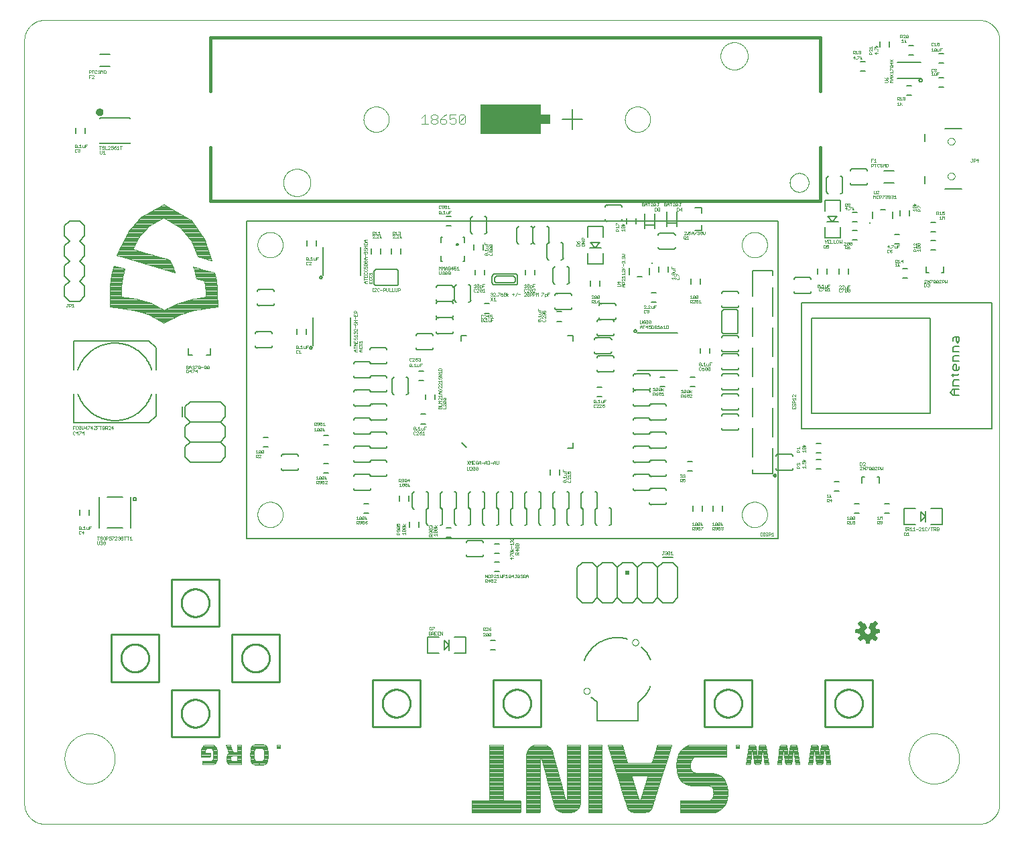
<source format=gto>
G75*
%MOIN*%
%OFA0B0*%
%FSLAX25Y25*%
%IPPOS*%
%LPD*%
%AMOC8*
5,1,8,0,0,1.08239X$1,22.5*
%
%ADD10C,0.00000*%
%ADD11C,0.00600*%
%ADD12C,0.00100*%
%ADD13C,0.00500*%
%ADD14C,0.00800*%
%ADD15C,0.00700*%
%ADD16C,0.01000*%
%ADD17C,0.01000*%
%ADD18C,0.01600*%
%ADD19R,0.30000X0.15000*%
%ADD20R,0.05000X0.05000*%
%ADD21C,0.00400*%
%ADD22R,0.02000X0.02000*%
%ADD23C,0.01200*%
%ADD24C,0.00591*%
%ADD25C,0.00394*%
D10*
X0066595Y0088933D02*
X0531595Y0088933D01*
X0531837Y0088936D01*
X0532078Y0088945D01*
X0532319Y0088959D01*
X0532560Y0088980D01*
X0532800Y0089006D01*
X0533040Y0089038D01*
X0533279Y0089076D01*
X0533516Y0089119D01*
X0533753Y0089169D01*
X0533988Y0089224D01*
X0534222Y0089284D01*
X0534454Y0089351D01*
X0534685Y0089422D01*
X0534914Y0089500D01*
X0535141Y0089583D01*
X0535366Y0089671D01*
X0535589Y0089765D01*
X0535809Y0089864D01*
X0536027Y0089969D01*
X0536242Y0090078D01*
X0536455Y0090193D01*
X0536665Y0090313D01*
X0536871Y0090438D01*
X0537075Y0090568D01*
X0537276Y0090703D01*
X0537473Y0090843D01*
X0537667Y0090987D01*
X0537857Y0091136D01*
X0538043Y0091290D01*
X0538226Y0091448D01*
X0538405Y0091610D01*
X0538580Y0091777D01*
X0538751Y0091948D01*
X0538918Y0092123D01*
X0539080Y0092302D01*
X0539238Y0092485D01*
X0539392Y0092671D01*
X0539541Y0092861D01*
X0539685Y0093055D01*
X0539825Y0093252D01*
X0539960Y0093453D01*
X0540090Y0093657D01*
X0540215Y0093863D01*
X0540335Y0094073D01*
X0540450Y0094286D01*
X0540559Y0094501D01*
X0540664Y0094719D01*
X0540763Y0094939D01*
X0540857Y0095162D01*
X0540945Y0095387D01*
X0541028Y0095614D01*
X0541106Y0095843D01*
X0541177Y0096074D01*
X0541244Y0096306D01*
X0541304Y0096540D01*
X0541359Y0096775D01*
X0541409Y0097012D01*
X0541452Y0097249D01*
X0541490Y0097488D01*
X0541522Y0097728D01*
X0541548Y0097968D01*
X0541569Y0098209D01*
X0541583Y0098450D01*
X0541592Y0098691D01*
X0541595Y0098933D01*
X0541595Y0478933D01*
X0541592Y0479175D01*
X0541583Y0479416D01*
X0541569Y0479657D01*
X0541548Y0479898D01*
X0541522Y0480138D01*
X0541490Y0480378D01*
X0541452Y0480617D01*
X0541409Y0480854D01*
X0541359Y0481091D01*
X0541304Y0481326D01*
X0541244Y0481560D01*
X0541177Y0481792D01*
X0541106Y0482023D01*
X0541028Y0482252D01*
X0540945Y0482479D01*
X0540857Y0482704D01*
X0540763Y0482927D01*
X0540664Y0483147D01*
X0540559Y0483365D01*
X0540450Y0483580D01*
X0540335Y0483793D01*
X0540215Y0484003D01*
X0540090Y0484209D01*
X0539960Y0484413D01*
X0539825Y0484614D01*
X0539685Y0484811D01*
X0539541Y0485005D01*
X0539392Y0485195D01*
X0539238Y0485381D01*
X0539080Y0485564D01*
X0538918Y0485743D01*
X0538751Y0485918D01*
X0538580Y0486089D01*
X0538405Y0486256D01*
X0538226Y0486418D01*
X0538043Y0486576D01*
X0537857Y0486730D01*
X0537667Y0486879D01*
X0537473Y0487023D01*
X0537276Y0487163D01*
X0537075Y0487298D01*
X0536871Y0487428D01*
X0536665Y0487553D01*
X0536455Y0487673D01*
X0536242Y0487788D01*
X0536027Y0487897D01*
X0535809Y0488002D01*
X0535589Y0488101D01*
X0535366Y0488195D01*
X0535141Y0488283D01*
X0534914Y0488366D01*
X0534685Y0488444D01*
X0534454Y0488515D01*
X0534222Y0488582D01*
X0533988Y0488642D01*
X0533753Y0488697D01*
X0533516Y0488747D01*
X0533279Y0488790D01*
X0533040Y0488828D01*
X0532800Y0488860D01*
X0532560Y0488886D01*
X0532319Y0488907D01*
X0532078Y0488921D01*
X0531837Y0488930D01*
X0531595Y0488933D01*
X0066595Y0488933D01*
X0066353Y0488930D01*
X0066112Y0488921D01*
X0065871Y0488907D01*
X0065630Y0488886D01*
X0065390Y0488860D01*
X0065150Y0488828D01*
X0064911Y0488790D01*
X0064674Y0488747D01*
X0064437Y0488697D01*
X0064202Y0488642D01*
X0063968Y0488582D01*
X0063736Y0488515D01*
X0063505Y0488444D01*
X0063276Y0488366D01*
X0063049Y0488283D01*
X0062824Y0488195D01*
X0062601Y0488101D01*
X0062381Y0488002D01*
X0062163Y0487897D01*
X0061948Y0487788D01*
X0061735Y0487673D01*
X0061525Y0487553D01*
X0061319Y0487428D01*
X0061115Y0487298D01*
X0060914Y0487163D01*
X0060717Y0487023D01*
X0060523Y0486879D01*
X0060333Y0486730D01*
X0060147Y0486576D01*
X0059964Y0486418D01*
X0059785Y0486256D01*
X0059610Y0486089D01*
X0059439Y0485918D01*
X0059272Y0485743D01*
X0059110Y0485564D01*
X0058952Y0485381D01*
X0058798Y0485195D01*
X0058649Y0485005D01*
X0058505Y0484811D01*
X0058365Y0484614D01*
X0058230Y0484413D01*
X0058100Y0484209D01*
X0057975Y0484003D01*
X0057855Y0483793D01*
X0057740Y0483580D01*
X0057631Y0483365D01*
X0057526Y0483147D01*
X0057427Y0482927D01*
X0057333Y0482704D01*
X0057245Y0482479D01*
X0057162Y0482252D01*
X0057084Y0482023D01*
X0057013Y0481792D01*
X0056946Y0481560D01*
X0056886Y0481326D01*
X0056831Y0481091D01*
X0056781Y0480854D01*
X0056738Y0480617D01*
X0056700Y0480378D01*
X0056668Y0480138D01*
X0056642Y0479898D01*
X0056621Y0479657D01*
X0056607Y0479416D01*
X0056598Y0479175D01*
X0056595Y0478933D01*
X0056595Y0098933D01*
X0056598Y0098691D01*
X0056607Y0098450D01*
X0056621Y0098209D01*
X0056642Y0097968D01*
X0056668Y0097728D01*
X0056700Y0097488D01*
X0056738Y0097249D01*
X0056781Y0097012D01*
X0056831Y0096775D01*
X0056886Y0096540D01*
X0056946Y0096306D01*
X0057013Y0096074D01*
X0057084Y0095843D01*
X0057162Y0095614D01*
X0057245Y0095387D01*
X0057333Y0095162D01*
X0057427Y0094939D01*
X0057526Y0094719D01*
X0057631Y0094501D01*
X0057740Y0094286D01*
X0057855Y0094073D01*
X0057975Y0093863D01*
X0058100Y0093657D01*
X0058230Y0093453D01*
X0058365Y0093252D01*
X0058505Y0093055D01*
X0058649Y0092861D01*
X0058798Y0092671D01*
X0058952Y0092485D01*
X0059110Y0092302D01*
X0059272Y0092123D01*
X0059439Y0091948D01*
X0059610Y0091777D01*
X0059785Y0091610D01*
X0059964Y0091448D01*
X0060147Y0091290D01*
X0060333Y0091136D01*
X0060523Y0090987D01*
X0060717Y0090843D01*
X0060914Y0090703D01*
X0061115Y0090568D01*
X0061319Y0090438D01*
X0061525Y0090313D01*
X0061735Y0090193D01*
X0061948Y0090078D01*
X0062163Y0089969D01*
X0062381Y0089864D01*
X0062601Y0089765D01*
X0062824Y0089671D01*
X0063049Y0089583D01*
X0063276Y0089500D01*
X0063505Y0089422D01*
X0063736Y0089351D01*
X0063968Y0089284D01*
X0064202Y0089224D01*
X0064437Y0089169D01*
X0064674Y0089119D01*
X0064911Y0089076D01*
X0065150Y0089038D01*
X0065390Y0089006D01*
X0065630Y0088980D01*
X0065871Y0088959D01*
X0066112Y0088945D01*
X0066353Y0088936D01*
X0066595Y0088933D01*
X0076595Y0121433D02*
X0076599Y0121740D01*
X0076610Y0122046D01*
X0076629Y0122353D01*
X0076655Y0122658D01*
X0076689Y0122963D01*
X0076730Y0123267D01*
X0076779Y0123570D01*
X0076835Y0123872D01*
X0076899Y0124172D01*
X0076970Y0124470D01*
X0077048Y0124767D01*
X0077133Y0125062D01*
X0077226Y0125354D01*
X0077326Y0125644D01*
X0077433Y0125932D01*
X0077547Y0126217D01*
X0077667Y0126499D01*
X0077795Y0126777D01*
X0077930Y0127053D01*
X0078071Y0127325D01*
X0078219Y0127594D01*
X0078373Y0127859D01*
X0078534Y0128120D01*
X0078702Y0128378D01*
X0078875Y0128631D01*
X0079055Y0128879D01*
X0079241Y0129123D01*
X0079432Y0129363D01*
X0079630Y0129598D01*
X0079833Y0129827D01*
X0080042Y0130052D01*
X0080256Y0130272D01*
X0080476Y0130486D01*
X0080701Y0130695D01*
X0080930Y0130898D01*
X0081165Y0131096D01*
X0081405Y0131287D01*
X0081649Y0131473D01*
X0081897Y0131653D01*
X0082150Y0131826D01*
X0082408Y0131994D01*
X0082669Y0132155D01*
X0082934Y0132309D01*
X0083203Y0132457D01*
X0083475Y0132598D01*
X0083751Y0132733D01*
X0084029Y0132861D01*
X0084311Y0132981D01*
X0084596Y0133095D01*
X0084884Y0133202D01*
X0085174Y0133302D01*
X0085466Y0133395D01*
X0085761Y0133480D01*
X0086058Y0133558D01*
X0086356Y0133629D01*
X0086656Y0133693D01*
X0086958Y0133749D01*
X0087261Y0133798D01*
X0087565Y0133839D01*
X0087870Y0133873D01*
X0088175Y0133899D01*
X0088482Y0133918D01*
X0088788Y0133929D01*
X0089095Y0133933D01*
X0089402Y0133929D01*
X0089708Y0133918D01*
X0090015Y0133899D01*
X0090320Y0133873D01*
X0090625Y0133839D01*
X0090929Y0133798D01*
X0091232Y0133749D01*
X0091534Y0133693D01*
X0091834Y0133629D01*
X0092132Y0133558D01*
X0092429Y0133480D01*
X0092724Y0133395D01*
X0093016Y0133302D01*
X0093306Y0133202D01*
X0093594Y0133095D01*
X0093879Y0132981D01*
X0094161Y0132861D01*
X0094439Y0132733D01*
X0094715Y0132598D01*
X0094987Y0132457D01*
X0095256Y0132309D01*
X0095521Y0132155D01*
X0095782Y0131994D01*
X0096040Y0131826D01*
X0096293Y0131653D01*
X0096541Y0131473D01*
X0096785Y0131287D01*
X0097025Y0131096D01*
X0097260Y0130898D01*
X0097489Y0130695D01*
X0097714Y0130486D01*
X0097934Y0130272D01*
X0098148Y0130052D01*
X0098357Y0129827D01*
X0098560Y0129598D01*
X0098758Y0129363D01*
X0098949Y0129123D01*
X0099135Y0128879D01*
X0099315Y0128631D01*
X0099488Y0128378D01*
X0099656Y0128120D01*
X0099817Y0127859D01*
X0099971Y0127594D01*
X0100119Y0127325D01*
X0100260Y0127053D01*
X0100395Y0126777D01*
X0100523Y0126499D01*
X0100643Y0126217D01*
X0100757Y0125932D01*
X0100864Y0125644D01*
X0100964Y0125354D01*
X0101057Y0125062D01*
X0101142Y0124767D01*
X0101220Y0124470D01*
X0101291Y0124172D01*
X0101355Y0123872D01*
X0101411Y0123570D01*
X0101460Y0123267D01*
X0101501Y0122963D01*
X0101535Y0122658D01*
X0101561Y0122353D01*
X0101580Y0122046D01*
X0101591Y0121740D01*
X0101595Y0121433D01*
X0101591Y0121126D01*
X0101580Y0120820D01*
X0101561Y0120513D01*
X0101535Y0120208D01*
X0101501Y0119903D01*
X0101460Y0119599D01*
X0101411Y0119296D01*
X0101355Y0118994D01*
X0101291Y0118694D01*
X0101220Y0118396D01*
X0101142Y0118099D01*
X0101057Y0117804D01*
X0100964Y0117512D01*
X0100864Y0117222D01*
X0100757Y0116934D01*
X0100643Y0116649D01*
X0100523Y0116367D01*
X0100395Y0116089D01*
X0100260Y0115813D01*
X0100119Y0115541D01*
X0099971Y0115272D01*
X0099817Y0115007D01*
X0099656Y0114746D01*
X0099488Y0114488D01*
X0099315Y0114235D01*
X0099135Y0113987D01*
X0098949Y0113743D01*
X0098758Y0113503D01*
X0098560Y0113268D01*
X0098357Y0113039D01*
X0098148Y0112814D01*
X0097934Y0112594D01*
X0097714Y0112380D01*
X0097489Y0112171D01*
X0097260Y0111968D01*
X0097025Y0111770D01*
X0096785Y0111579D01*
X0096541Y0111393D01*
X0096293Y0111213D01*
X0096040Y0111040D01*
X0095782Y0110872D01*
X0095521Y0110711D01*
X0095256Y0110557D01*
X0094987Y0110409D01*
X0094715Y0110268D01*
X0094439Y0110133D01*
X0094161Y0110005D01*
X0093879Y0109885D01*
X0093594Y0109771D01*
X0093306Y0109664D01*
X0093016Y0109564D01*
X0092724Y0109471D01*
X0092429Y0109386D01*
X0092132Y0109308D01*
X0091834Y0109237D01*
X0091534Y0109173D01*
X0091232Y0109117D01*
X0090929Y0109068D01*
X0090625Y0109027D01*
X0090320Y0108993D01*
X0090015Y0108967D01*
X0089708Y0108948D01*
X0089402Y0108937D01*
X0089095Y0108933D01*
X0088788Y0108937D01*
X0088482Y0108948D01*
X0088175Y0108967D01*
X0087870Y0108993D01*
X0087565Y0109027D01*
X0087261Y0109068D01*
X0086958Y0109117D01*
X0086656Y0109173D01*
X0086356Y0109237D01*
X0086058Y0109308D01*
X0085761Y0109386D01*
X0085466Y0109471D01*
X0085174Y0109564D01*
X0084884Y0109664D01*
X0084596Y0109771D01*
X0084311Y0109885D01*
X0084029Y0110005D01*
X0083751Y0110133D01*
X0083475Y0110268D01*
X0083203Y0110409D01*
X0082934Y0110557D01*
X0082669Y0110711D01*
X0082408Y0110872D01*
X0082150Y0111040D01*
X0081897Y0111213D01*
X0081649Y0111393D01*
X0081405Y0111579D01*
X0081165Y0111770D01*
X0080930Y0111968D01*
X0080701Y0112171D01*
X0080476Y0112380D01*
X0080256Y0112594D01*
X0080042Y0112814D01*
X0079833Y0113039D01*
X0079630Y0113268D01*
X0079432Y0113503D01*
X0079241Y0113743D01*
X0079055Y0113987D01*
X0078875Y0114235D01*
X0078702Y0114488D01*
X0078534Y0114746D01*
X0078373Y0115007D01*
X0078219Y0115272D01*
X0078071Y0115541D01*
X0077930Y0115813D01*
X0077795Y0116089D01*
X0077667Y0116367D01*
X0077547Y0116649D01*
X0077433Y0116934D01*
X0077326Y0117222D01*
X0077226Y0117512D01*
X0077133Y0117804D01*
X0077048Y0118099D01*
X0076970Y0118396D01*
X0076899Y0118694D01*
X0076835Y0118994D01*
X0076779Y0119296D01*
X0076730Y0119599D01*
X0076689Y0119903D01*
X0076655Y0120208D01*
X0076629Y0120513D01*
X0076610Y0120820D01*
X0076599Y0121126D01*
X0076595Y0121433D01*
X0172540Y0242870D02*
X0172542Y0243028D01*
X0172548Y0243186D01*
X0172558Y0243344D01*
X0172572Y0243502D01*
X0172590Y0243659D01*
X0172611Y0243816D01*
X0172637Y0243972D01*
X0172667Y0244128D01*
X0172700Y0244283D01*
X0172738Y0244436D01*
X0172779Y0244589D01*
X0172824Y0244741D01*
X0172873Y0244892D01*
X0172926Y0245041D01*
X0172982Y0245189D01*
X0173042Y0245335D01*
X0173106Y0245480D01*
X0173174Y0245623D01*
X0173245Y0245765D01*
X0173319Y0245905D01*
X0173397Y0246042D01*
X0173479Y0246178D01*
X0173563Y0246312D01*
X0173652Y0246443D01*
X0173743Y0246572D01*
X0173838Y0246699D01*
X0173935Y0246824D01*
X0174036Y0246946D01*
X0174140Y0247065D01*
X0174247Y0247182D01*
X0174357Y0247296D01*
X0174470Y0247407D01*
X0174585Y0247516D01*
X0174703Y0247621D01*
X0174824Y0247723D01*
X0174947Y0247823D01*
X0175073Y0247919D01*
X0175201Y0248012D01*
X0175331Y0248102D01*
X0175464Y0248188D01*
X0175599Y0248272D01*
X0175735Y0248351D01*
X0175874Y0248428D01*
X0176015Y0248500D01*
X0176157Y0248570D01*
X0176301Y0248635D01*
X0176447Y0248697D01*
X0176594Y0248755D01*
X0176743Y0248810D01*
X0176893Y0248861D01*
X0177044Y0248908D01*
X0177196Y0248951D01*
X0177349Y0248990D01*
X0177504Y0249026D01*
X0177659Y0249057D01*
X0177815Y0249085D01*
X0177971Y0249109D01*
X0178128Y0249129D01*
X0178286Y0249145D01*
X0178443Y0249157D01*
X0178602Y0249165D01*
X0178760Y0249169D01*
X0178918Y0249169D01*
X0179076Y0249165D01*
X0179235Y0249157D01*
X0179392Y0249145D01*
X0179550Y0249129D01*
X0179707Y0249109D01*
X0179863Y0249085D01*
X0180019Y0249057D01*
X0180174Y0249026D01*
X0180329Y0248990D01*
X0180482Y0248951D01*
X0180634Y0248908D01*
X0180785Y0248861D01*
X0180935Y0248810D01*
X0181084Y0248755D01*
X0181231Y0248697D01*
X0181377Y0248635D01*
X0181521Y0248570D01*
X0181663Y0248500D01*
X0181804Y0248428D01*
X0181943Y0248351D01*
X0182079Y0248272D01*
X0182214Y0248188D01*
X0182347Y0248102D01*
X0182477Y0248012D01*
X0182605Y0247919D01*
X0182731Y0247823D01*
X0182854Y0247723D01*
X0182975Y0247621D01*
X0183093Y0247516D01*
X0183208Y0247407D01*
X0183321Y0247296D01*
X0183431Y0247182D01*
X0183538Y0247065D01*
X0183642Y0246946D01*
X0183743Y0246824D01*
X0183840Y0246699D01*
X0183935Y0246572D01*
X0184026Y0246443D01*
X0184115Y0246312D01*
X0184199Y0246178D01*
X0184281Y0246042D01*
X0184359Y0245905D01*
X0184433Y0245765D01*
X0184504Y0245623D01*
X0184572Y0245480D01*
X0184636Y0245335D01*
X0184696Y0245189D01*
X0184752Y0245041D01*
X0184805Y0244892D01*
X0184854Y0244741D01*
X0184899Y0244589D01*
X0184940Y0244436D01*
X0184978Y0244283D01*
X0185011Y0244128D01*
X0185041Y0243972D01*
X0185067Y0243816D01*
X0185088Y0243659D01*
X0185106Y0243502D01*
X0185120Y0243344D01*
X0185130Y0243186D01*
X0185136Y0243028D01*
X0185138Y0242870D01*
X0185136Y0242712D01*
X0185130Y0242554D01*
X0185120Y0242396D01*
X0185106Y0242238D01*
X0185088Y0242081D01*
X0185067Y0241924D01*
X0185041Y0241768D01*
X0185011Y0241612D01*
X0184978Y0241457D01*
X0184940Y0241304D01*
X0184899Y0241151D01*
X0184854Y0240999D01*
X0184805Y0240848D01*
X0184752Y0240699D01*
X0184696Y0240551D01*
X0184636Y0240405D01*
X0184572Y0240260D01*
X0184504Y0240117D01*
X0184433Y0239975D01*
X0184359Y0239835D01*
X0184281Y0239698D01*
X0184199Y0239562D01*
X0184115Y0239428D01*
X0184026Y0239297D01*
X0183935Y0239168D01*
X0183840Y0239041D01*
X0183743Y0238916D01*
X0183642Y0238794D01*
X0183538Y0238675D01*
X0183431Y0238558D01*
X0183321Y0238444D01*
X0183208Y0238333D01*
X0183093Y0238224D01*
X0182975Y0238119D01*
X0182854Y0238017D01*
X0182731Y0237917D01*
X0182605Y0237821D01*
X0182477Y0237728D01*
X0182347Y0237638D01*
X0182214Y0237552D01*
X0182079Y0237468D01*
X0181943Y0237389D01*
X0181804Y0237312D01*
X0181663Y0237240D01*
X0181521Y0237170D01*
X0181377Y0237105D01*
X0181231Y0237043D01*
X0181084Y0236985D01*
X0180935Y0236930D01*
X0180785Y0236879D01*
X0180634Y0236832D01*
X0180482Y0236789D01*
X0180329Y0236750D01*
X0180174Y0236714D01*
X0180019Y0236683D01*
X0179863Y0236655D01*
X0179707Y0236631D01*
X0179550Y0236611D01*
X0179392Y0236595D01*
X0179235Y0236583D01*
X0179076Y0236575D01*
X0178918Y0236571D01*
X0178760Y0236571D01*
X0178602Y0236575D01*
X0178443Y0236583D01*
X0178286Y0236595D01*
X0178128Y0236611D01*
X0177971Y0236631D01*
X0177815Y0236655D01*
X0177659Y0236683D01*
X0177504Y0236714D01*
X0177349Y0236750D01*
X0177196Y0236789D01*
X0177044Y0236832D01*
X0176893Y0236879D01*
X0176743Y0236930D01*
X0176594Y0236985D01*
X0176447Y0237043D01*
X0176301Y0237105D01*
X0176157Y0237170D01*
X0176015Y0237240D01*
X0175874Y0237312D01*
X0175735Y0237389D01*
X0175599Y0237468D01*
X0175464Y0237552D01*
X0175331Y0237638D01*
X0175201Y0237728D01*
X0175073Y0237821D01*
X0174947Y0237917D01*
X0174824Y0238017D01*
X0174703Y0238119D01*
X0174585Y0238224D01*
X0174470Y0238333D01*
X0174357Y0238444D01*
X0174247Y0238558D01*
X0174140Y0238675D01*
X0174036Y0238794D01*
X0173935Y0238916D01*
X0173838Y0239041D01*
X0173743Y0239168D01*
X0173652Y0239297D01*
X0173563Y0239428D01*
X0173479Y0239562D01*
X0173397Y0239698D01*
X0173319Y0239835D01*
X0173245Y0239975D01*
X0173174Y0240117D01*
X0173106Y0240260D01*
X0173042Y0240405D01*
X0172982Y0240551D01*
X0172926Y0240699D01*
X0172873Y0240848D01*
X0172824Y0240999D01*
X0172779Y0241151D01*
X0172738Y0241304D01*
X0172700Y0241457D01*
X0172667Y0241612D01*
X0172637Y0241768D01*
X0172611Y0241924D01*
X0172590Y0242081D01*
X0172572Y0242238D01*
X0172558Y0242396D01*
X0172548Y0242554D01*
X0172542Y0242712D01*
X0172540Y0242870D01*
X0185264Y0264673D02*
X0185264Y0264673D01*
X0185264Y0264673D01*
X0185264Y0264673D01*
X0185264Y0264673D01*
X0185264Y0264673D01*
X0185264Y0264673D01*
X0185265Y0264673D01*
X0185265Y0264673D01*
X0185265Y0264673D01*
X0185265Y0264673D01*
X0185265Y0264673D01*
X0185265Y0264673D01*
X0185265Y0264673D01*
X0185265Y0264673D01*
X0185265Y0264673D01*
X0185265Y0264673D01*
X0185265Y0264673D01*
X0185265Y0264673D01*
X0185265Y0264673D01*
X0185265Y0264673D01*
X0185265Y0264673D01*
X0185265Y0264673D01*
X0185265Y0264673D01*
X0185265Y0264673D01*
X0185265Y0264673D01*
X0185265Y0264673D01*
X0185265Y0264673D01*
X0185265Y0264673D01*
X0185265Y0264673D01*
X0185265Y0264673D01*
X0185265Y0264673D01*
X0185265Y0264673D01*
X0185265Y0264673D01*
X0185265Y0264673D01*
X0185265Y0264673D01*
X0185265Y0264673D01*
X0185265Y0264673D01*
X0185265Y0264673D01*
X0185265Y0264673D01*
X0185265Y0264673D01*
X0185265Y0264673D01*
X0185265Y0264673D01*
X0185265Y0264673D01*
X0185265Y0264673D01*
X0185265Y0264673D01*
X0185265Y0264673D01*
X0185265Y0264673D01*
X0185265Y0264673D01*
X0185265Y0264673D01*
X0185265Y0264673D01*
X0185265Y0264673D01*
X0185265Y0264673D01*
X0185265Y0264673D01*
X0185265Y0264673D01*
X0185266Y0264673D01*
X0185266Y0264673D01*
X0185266Y0264673D01*
X0185266Y0264673D01*
X0185266Y0264673D01*
X0185266Y0264673D01*
X0185266Y0264673D01*
X0185266Y0264673D01*
X0185266Y0264673D01*
X0185266Y0264673D01*
X0185266Y0264673D01*
X0185266Y0264673D01*
X0185266Y0264673D01*
X0185266Y0264673D01*
X0185266Y0264673D01*
X0185266Y0264673D01*
X0185266Y0264673D01*
X0185266Y0264673D01*
X0185266Y0264673D01*
X0185266Y0264673D01*
X0185266Y0264673D01*
X0185266Y0264673D01*
X0185266Y0264673D01*
X0185266Y0264673D01*
X0185266Y0264673D01*
X0185266Y0264673D01*
X0185266Y0264673D01*
X0185266Y0264673D01*
X0185266Y0264673D01*
X0185266Y0264673D01*
X0185266Y0264673D01*
X0185266Y0264673D01*
X0185266Y0264673D01*
X0185266Y0264673D01*
X0185266Y0264673D01*
X0185266Y0264673D01*
X0185266Y0264673D01*
X0185266Y0264673D01*
X0185266Y0264673D01*
X0185266Y0264673D01*
X0185266Y0264673D01*
X0185266Y0264673D01*
X0185266Y0264673D01*
X0185266Y0264673D01*
X0185266Y0264673D01*
X0185266Y0264673D01*
X0185266Y0264673D01*
X0185266Y0264673D01*
X0185266Y0264673D01*
X0185266Y0264673D01*
X0185266Y0264673D01*
X0185266Y0264673D01*
X0185266Y0264673D01*
X0185265Y0264673D02*
X0185265Y0264673D01*
X0185265Y0264673D01*
X0185376Y0272690D02*
X0185376Y0272690D01*
X0185376Y0272690D01*
X0185376Y0272690D01*
X0185376Y0272690D01*
X0185376Y0272690D01*
X0185376Y0272690D01*
X0185376Y0272690D01*
X0185376Y0272690D01*
X0185376Y0272690D01*
X0185376Y0272690D01*
X0185376Y0272690D01*
X0185376Y0272690D01*
X0185376Y0272690D01*
X0185376Y0272690D01*
X0185376Y0272690D01*
X0185376Y0272690D01*
X0185376Y0272690D01*
X0185376Y0272690D01*
X0185376Y0272690D01*
X0185376Y0272690D01*
X0185376Y0272690D01*
X0185376Y0272690D01*
X0185376Y0272690D01*
X0185376Y0272690D01*
X0185376Y0272690D01*
X0185376Y0272690D01*
X0185376Y0272690D01*
X0185376Y0272690D01*
X0185376Y0272690D01*
X0185376Y0272690D01*
X0185376Y0272690D01*
X0185376Y0272690D01*
X0185376Y0272690D01*
X0185376Y0272690D01*
X0185376Y0272690D01*
X0185376Y0272690D01*
X0185376Y0272690D01*
X0185376Y0272690D01*
X0185376Y0272690D01*
X0185376Y0272690D01*
X0185376Y0272690D01*
X0185376Y0272690D01*
X0185376Y0272690D01*
X0221264Y0296673D02*
X0221264Y0296673D01*
X0221264Y0296673D01*
X0221264Y0296673D01*
X0221264Y0296673D01*
X0221264Y0296673D01*
X0221264Y0296673D01*
X0221265Y0296673D01*
X0221265Y0296673D01*
X0221265Y0296673D01*
X0221265Y0296673D01*
X0221265Y0296673D01*
X0221265Y0296673D01*
X0221265Y0296673D01*
X0221265Y0296673D01*
X0221265Y0296673D01*
X0221265Y0296673D01*
X0221265Y0296673D01*
X0221265Y0296673D01*
X0221265Y0296673D01*
X0221265Y0296673D01*
X0221265Y0296673D01*
X0221265Y0296673D01*
X0221265Y0296673D01*
X0221265Y0296673D01*
X0221265Y0296673D01*
X0221265Y0296673D01*
X0221265Y0296673D01*
X0221265Y0296673D01*
X0221265Y0296673D01*
X0221265Y0296673D01*
X0221265Y0296673D01*
X0221265Y0296673D01*
X0221265Y0296673D01*
X0221265Y0296673D01*
X0221265Y0296673D01*
X0221265Y0296673D01*
X0221265Y0296673D01*
X0221265Y0296673D01*
X0221265Y0296673D01*
X0221265Y0296673D01*
X0221265Y0296673D01*
X0221265Y0296673D01*
X0221265Y0296673D01*
X0221265Y0296673D01*
X0221265Y0296673D01*
X0221265Y0296673D01*
X0221265Y0296673D01*
X0221265Y0296673D01*
X0221265Y0296673D01*
X0221265Y0296673D01*
X0221265Y0296673D01*
X0221265Y0296673D01*
X0221265Y0296673D01*
X0221265Y0296673D01*
X0221266Y0296673D01*
X0221266Y0296673D01*
X0221266Y0296673D01*
X0221266Y0296673D01*
X0221266Y0296673D01*
X0221266Y0296673D01*
X0221266Y0296673D01*
X0221266Y0296673D01*
X0221266Y0296673D01*
X0221266Y0296673D01*
X0221266Y0296673D01*
X0221266Y0296673D01*
X0221266Y0296673D01*
X0221266Y0296673D01*
X0221266Y0296673D01*
X0221266Y0296673D01*
X0221266Y0296673D01*
X0221266Y0296673D01*
X0221266Y0296673D01*
X0221266Y0296673D01*
X0221266Y0296673D01*
X0221266Y0296673D01*
X0221266Y0296673D01*
X0221266Y0296673D01*
X0221266Y0296673D01*
X0221266Y0296673D01*
X0221266Y0296673D01*
X0221266Y0296673D01*
X0221266Y0296673D01*
X0221266Y0296673D01*
X0221266Y0296673D01*
X0221266Y0296673D01*
X0221266Y0296673D01*
X0221266Y0296673D01*
X0221266Y0296673D01*
X0221266Y0296673D01*
X0221266Y0296673D01*
X0221266Y0296673D01*
X0221266Y0296673D01*
X0221266Y0296673D01*
X0221266Y0296673D01*
X0221266Y0296673D01*
X0221266Y0296673D01*
X0221266Y0296673D01*
X0221266Y0296673D01*
X0221266Y0296673D01*
X0221266Y0296673D01*
X0221266Y0296673D01*
X0221266Y0296673D01*
X0221266Y0296673D01*
X0221266Y0296673D01*
X0221266Y0296673D01*
X0221266Y0296673D01*
X0221265Y0296673D02*
X0221265Y0296673D01*
X0221265Y0296673D01*
X0229376Y0297690D02*
X0229376Y0297690D01*
X0229376Y0297690D01*
X0229376Y0297690D01*
X0229376Y0297690D01*
X0229376Y0297690D01*
X0229376Y0297690D01*
X0229376Y0297690D01*
X0229376Y0297690D01*
X0229376Y0297690D01*
X0229376Y0297690D01*
X0229376Y0297690D01*
X0229376Y0297690D01*
X0229376Y0297690D01*
X0229376Y0297690D01*
X0229376Y0297690D01*
X0229376Y0297690D01*
X0229376Y0297690D01*
X0229376Y0297690D01*
X0229376Y0297690D01*
X0229376Y0297690D01*
X0229376Y0297690D01*
X0229376Y0297690D01*
X0229376Y0297690D01*
X0229376Y0297690D01*
X0229376Y0297690D01*
X0229376Y0297690D01*
X0229376Y0297690D01*
X0229376Y0297690D01*
X0229376Y0297690D01*
X0227926Y0291193D02*
X0227926Y0291193D01*
X0227926Y0291193D01*
X0227926Y0291193D01*
X0227926Y0291193D01*
X0227926Y0291193D01*
X0227926Y0291193D01*
X0227926Y0291193D01*
X0227926Y0291193D01*
X0227926Y0291193D01*
X0227926Y0291193D01*
X0227926Y0291193D01*
X0227926Y0291193D01*
X0227926Y0291193D01*
X0227926Y0291193D01*
X0227926Y0291193D01*
X0227926Y0291193D01*
X0227925Y0291193D02*
X0227925Y0291193D01*
X0227925Y0291193D01*
X0227925Y0291193D01*
X0227925Y0291193D01*
X0227925Y0291193D01*
X0227925Y0291193D01*
X0227925Y0291193D01*
X0227925Y0291193D01*
X0227925Y0291193D01*
X0227925Y0291193D01*
X0227925Y0291193D01*
X0227925Y0291193D01*
X0227925Y0291193D01*
X0227925Y0291193D01*
X0227925Y0291193D01*
X0227925Y0291193D01*
X0227925Y0291193D01*
X0227925Y0291193D01*
X0227925Y0291193D01*
X0227925Y0291193D01*
X0227925Y0291193D01*
X0227925Y0291193D01*
X0227925Y0291193D01*
X0227925Y0291193D01*
X0227925Y0291193D01*
X0227925Y0291193D01*
X0227925Y0291193D01*
X0227925Y0291193D01*
X0227925Y0291193D01*
X0227925Y0291193D01*
X0227925Y0291193D01*
X0227925Y0291193D01*
X0227925Y0291193D01*
X0227925Y0291193D01*
X0227925Y0291193D01*
X0227925Y0291193D01*
X0227925Y0291193D01*
X0227925Y0291193D01*
X0227925Y0291193D01*
X0227925Y0291193D01*
X0227925Y0291193D01*
X0227925Y0291193D01*
X0227924Y0291193D01*
X0227924Y0291193D01*
X0227924Y0291193D01*
X0227924Y0291193D01*
X0227924Y0291193D01*
X0227924Y0291193D01*
X0227924Y0291193D01*
X0227924Y0291193D01*
X0227924Y0291193D01*
X0227924Y0291193D01*
X0227924Y0291193D01*
X0227924Y0291193D01*
X0227924Y0291193D01*
X0227924Y0291193D01*
X0227924Y0291193D01*
X0227924Y0291193D01*
X0227924Y0291193D01*
X0227924Y0291193D01*
X0227924Y0291193D01*
X0227924Y0291193D01*
X0227924Y0291193D01*
X0227924Y0291193D01*
X0227924Y0291193D01*
X0227924Y0291193D01*
X0227924Y0291193D01*
X0227924Y0291193D01*
X0227924Y0291193D01*
X0227924Y0291193D01*
X0227924Y0291193D01*
X0227924Y0291193D01*
X0227924Y0291193D01*
X0227924Y0291193D01*
X0227924Y0291193D01*
X0227924Y0291193D01*
X0227924Y0291193D01*
X0227924Y0291193D01*
X0227924Y0291193D01*
X0227924Y0291193D01*
X0227924Y0291193D01*
X0227924Y0291193D01*
X0227924Y0291193D01*
X0227924Y0291193D01*
X0227924Y0291193D01*
X0227924Y0291193D01*
X0227924Y0291193D01*
X0227925Y0291193D01*
X0227925Y0291193D01*
X0227925Y0291193D01*
X0227925Y0291193D01*
X0227925Y0291193D01*
X0227925Y0291193D01*
X0229264Y0289673D02*
X0229264Y0289673D01*
X0229264Y0289673D01*
X0229264Y0289673D01*
X0229264Y0289673D01*
X0229264Y0289673D01*
X0229264Y0289673D01*
X0229265Y0289673D01*
X0229265Y0289673D01*
X0229265Y0289673D01*
X0229265Y0289673D01*
X0229265Y0289673D01*
X0229265Y0289673D01*
X0229265Y0289673D01*
X0229265Y0289673D01*
X0229265Y0289673D01*
X0229265Y0289673D01*
X0229265Y0289673D01*
X0229265Y0289673D01*
X0229265Y0289673D01*
X0229265Y0289673D01*
X0229265Y0289673D01*
X0229265Y0289673D01*
X0229265Y0289673D01*
X0229265Y0289673D01*
X0229265Y0289673D01*
X0229265Y0289673D01*
X0229265Y0289673D01*
X0229265Y0289673D01*
X0229265Y0289673D01*
X0229265Y0289673D01*
X0229265Y0289673D01*
X0229265Y0289673D01*
X0229265Y0289673D01*
X0229265Y0289673D01*
X0229265Y0289673D01*
X0229265Y0289673D01*
X0229265Y0289673D01*
X0229265Y0289673D01*
X0229265Y0289673D01*
X0229265Y0289673D01*
X0229265Y0289673D01*
X0229265Y0289673D01*
X0229265Y0289673D01*
X0229265Y0289673D01*
X0229265Y0289673D01*
X0229265Y0289673D01*
X0229265Y0289673D01*
X0229265Y0289673D01*
X0229265Y0289673D01*
X0229265Y0289673D01*
X0229265Y0289673D01*
X0229265Y0289673D01*
X0229265Y0289673D01*
X0229265Y0289673D01*
X0229266Y0289673D01*
X0229266Y0289673D01*
X0229266Y0289673D01*
X0229266Y0289673D01*
X0229266Y0289673D01*
X0229266Y0289673D01*
X0229266Y0289673D01*
X0229266Y0289673D01*
X0229266Y0289673D01*
X0229266Y0289673D01*
X0229266Y0289673D01*
X0229266Y0289673D01*
X0229266Y0289673D01*
X0229266Y0289673D01*
X0229266Y0289673D01*
X0229266Y0289673D01*
X0229266Y0289673D01*
X0229266Y0289673D01*
X0229266Y0289673D01*
X0229266Y0289673D01*
X0229266Y0289673D01*
X0229266Y0289673D01*
X0229266Y0289673D01*
X0229266Y0289673D01*
X0229266Y0289673D01*
X0229266Y0289673D01*
X0229266Y0289673D01*
X0229266Y0289673D01*
X0229266Y0289673D01*
X0229266Y0289673D01*
X0229266Y0289673D01*
X0229266Y0289673D01*
X0229266Y0289673D01*
X0229266Y0289673D01*
X0229266Y0289673D01*
X0229266Y0289673D01*
X0229266Y0289673D01*
X0229266Y0289673D01*
X0229266Y0289673D01*
X0229266Y0289673D01*
X0229266Y0289673D01*
X0229266Y0289673D01*
X0229266Y0289673D01*
X0229266Y0289673D01*
X0229266Y0289673D01*
X0229266Y0289673D01*
X0229266Y0289673D01*
X0229266Y0289673D01*
X0229266Y0289673D01*
X0229266Y0289673D01*
X0229266Y0289673D01*
X0229266Y0289673D01*
X0229266Y0289673D01*
X0229265Y0289673D02*
X0229265Y0289673D01*
X0229265Y0289673D01*
X0227815Y0283176D02*
X0227815Y0283176D01*
X0227815Y0283176D01*
X0227815Y0283176D01*
X0227815Y0283176D01*
X0227815Y0283176D01*
X0227815Y0283176D01*
X0227815Y0283176D01*
X0227815Y0283176D01*
X0227815Y0283176D01*
X0227815Y0283176D01*
X0227815Y0283176D01*
X0227815Y0283176D01*
X0227815Y0283176D01*
X0227815Y0283176D01*
X0227815Y0283176D01*
X0227815Y0283176D01*
X0227815Y0283176D01*
X0227815Y0283176D01*
X0227815Y0283176D01*
X0227815Y0283176D01*
X0227815Y0283176D01*
X0227815Y0283176D01*
X0227815Y0283176D01*
X0227815Y0283176D01*
X0227814Y0283176D02*
X0227814Y0283176D01*
X0227814Y0283176D01*
X0227814Y0283176D01*
X0227814Y0283176D01*
X0227814Y0283176D01*
X0227814Y0283176D01*
X0227814Y0283176D01*
X0227814Y0283176D01*
X0227814Y0283176D01*
X0227814Y0283176D01*
X0227814Y0283176D01*
X0227814Y0283176D01*
X0227814Y0283176D01*
X0227814Y0283176D01*
X0227814Y0283176D01*
X0227814Y0283176D01*
X0227924Y0277193D02*
X0227924Y0277193D01*
X0227924Y0277193D01*
X0227924Y0277193D01*
X0227924Y0277193D01*
X0227924Y0277193D01*
X0227924Y0277193D01*
X0227924Y0277193D01*
X0227924Y0277193D01*
X0227924Y0277193D01*
X0227924Y0277193D01*
X0227924Y0277193D01*
X0227924Y0277193D01*
X0227924Y0277193D01*
X0227924Y0277193D01*
X0227924Y0277193D01*
X0227924Y0277193D01*
X0227924Y0277193D01*
X0227924Y0277193D01*
X0227924Y0277193D01*
X0227924Y0277193D01*
X0227924Y0277193D01*
X0227924Y0277193D01*
X0227924Y0277193D01*
X0227924Y0277193D01*
X0227924Y0277193D01*
X0227924Y0277193D01*
X0227924Y0277193D01*
X0227924Y0277193D01*
X0227924Y0277193D01*
X0227924Y0277193D01*
X0227924Y0277193D01*
X0227924Y0277193D01*
X0227924Y0277193D01*
X0227924Y0277193D01*
X0227924Y0277193D01*
X0227924Y0277193D01*
X0227924Y0277193D01*
X0227924Y0277193D01*
X0227924Y0277193D01*
X0227924Y0277193D01*
X0227924Y0277193D01*
X0227924Y0277193D01*
X0227925Y0277193D01*
X0227925Y0277193D01*
X0227925Y0277193D01*
X0227925Y0277193D01*
X0227925Y0277193D01*
X0227925Y0277193D01*
X0227925Y0277193D01*
X0227925Y0277193D01*
X0227925Y0277193D01*
X0227925Y0277193D01*
X0227925Y0277193D01*
X0227925Y0277193D01*
X0227925Y0277193D01*
X0227925Y0277193D01*
X0227925Y0277193D01*
X0227925Y0277193D01*
X0227925Y0277193D01*
X0227925Y0277193D01*
X0227925Y0277193D01*
X0227925Y0277193D01*
X0227925Y0277193D01*
X0227925Y0277193D01*
X0227925Y0277193D01*
X0227925Y0277193D01*
X0227925Y0277193D01*
X0227925Y0277193D01*
X0227925Y0277193D01*
X0227925Y0277193D01*
X0227925Y0277193D01*
X0227925Y0277193D01*
X0227925Y0277193D01*
X0227925Y0277193D01*
X0227925Y0277193D01*
X0227925Y0277193D01*
X0227925Y0277193D01*
X0227925Y0277193D01*
X0227925Y0277193D01*
X0227925Y0277193D01*
X0227925Y0277193D01*
X0227925Y0277193D01*
X0227925Y0277193D01*
X0227925Y0277193D01*
X0227925Y0277193D01*
X0227925Y0277193D01*
X0227925Y0277193D01*
X0227925Y0277193D01*
X0227926Y0277193D02*
X0227926Y0277193D01*
X0227926Y0277193D01*
X0227926Y0277193D01*
X0227926Y0277193D01*
X0227926Y0277193D01*
X0227926Y0277193D01*
X0227926Y0277193D01*
X0227926Y0277193D01*
X0227926Y0277193D01*
X0227926Y0277193D01*
X0227926Y0277193D01*
X0227926Y0277193D01*
X0227926Y0277193D01*
X0227926Y0277193D01*
X0227926Y0277193D01*
X0227926Y0277193D01*
X0227925Y0277193D02*
X0227925Y0277193D01*
X0227924Y0277193D01*
X0227924Y0277193D01*
X0227924Y0277193D01*
X0227925Y0277193D02*
X0227925Y0277193D01*
X0235814Y0276176D02*
X0235814Y0276176D01*
X0235814Y0276176D01*
X0235814Y0276176D01*
X0235814Y0276176D01*
X0235814Y0276176D01*
X0235814Y0276176D01*
X0235814Y0276176D01*
X0235814Y0276176D01*
X0235814Y0276176D01*
X0235814Y0276176D01*
X0235814Y0276176D01*
X0235814Y0276176D01*
X0235814Y0276176D01*
X0235814Y0276176D01*
X0235814Y0276176D01*
X0235814Y0276176D01*
X0235815Y0276176D02*
X0235815Y0276176D01*
X0235815Y0276176D01*
X0235815Y0276176D01*
X0235815Y0276176D01*
X0235815Y0276176D01*
X0235815Y0276176D01*
X0235815Y0276176D01*
X0235815Y0276176D01*
X0235815Y0276176D01*
X0235815Y0276176D01*
X0235815Y0276176D01*
X0235815Y0276176D01*
X0235815Y0276176D01*
X0235815Y0276176D01*
X0235815Y0276176D01*
X0235815Y0276176D01*
X0235815Y0276176D01*
X0235815Y0276176D01*
X0235815Y0276176D01*
X0235924Y0270193D02*
X0235924Y0270193D01*
X0235924Y0270193D01*
X0235924Y0270193D01*
X0235924Y0270193D01*
X0235924Y0270193D01*
X0235924Y0270193D01*
X0235924Y0270193D01*
X0235924Y0270193D01*
X0235924Y0270193D01*
X0235924Y0270193D01*
X0235924Y0270193D01*
X0235924Y0270193D01*
X0235924Y0270193D01*
X0235924Y0270193D01*
X0235924Y0270193D01*
X0235924Y0270193D01*
X0235924Y0270193D01*
X0235924Y0270193D01*
X0235924Y0270193D01*
X0235924Y0270193D01*
X0235924Y0270193D01*
X0235924Y0270193D01*
X0235924Y0270193D01*
X0235924Y0270193D01*
X0235924Y0270193D01*
X0235924Y0270193D01*
X0235924Y0270193D01*
X0235924Y0270193D01*
X0235924Y0270193D01*
X0235924Y0270193D01*
X0235924Y0270193D01*
X0235924Y0270193D01*
X0235924Y0270193D01*
X0235924Y0270193D01*
X0235924Y0270193D01*
X0235924Y0270193D01*
X0235924Y0270193D01*
X0235924Y0270193D01*
X0235924Y0270193D01*
X0235924Y0270193D01*
X0235924Y0270193D01*
X0235924Y0270193D01*
X0235925Y0270193D01*
X0235925Y0270193D01*
X0235925Y0270193D01*
X0235925Y0270193D01*
X0235925Y0270193D01*
X0235925Y0270193D01*
X0235925Y0270193D01*
X0235925Y0270193D01*
X0235925Y0270193D01*
X0235925Y0270193D01*
X0235925Y0270193D01*
X0235925Y0270193D01*
X0235925Y0270193D01*
X0235925Y0270193D01*
X0235925Y0270193D01*
X0235925Y0270193D01*
X0235925Y0270193D01*
X0235925Y0270193D01*
X0235925Y0270193D01*
X0235925Y0270193D01*
X0235925Y0270193D01*
X0235925Y0270193D01*
X0235925Y0270193D01*
X0235925Y0270193D01*
X0235925Y0270193D01*
X0235925Y0270193D01*
X0235925Y0270193D01*
X0235925Y0270193D01*
X0235925Y0270193D01*
X0235925Y0270193D01*
X0235925Y0270193D01*
X0235925Y0270193D01*
X0235925Y0270193D01*
X0235925Y0270193D01*
X0235925Y0270193D01*
X0235925Y0270193D01*
X0235925Y0270193D01*
X0235925Y0270193D01*
X0235925Y0270193D01*
X0235925Y0270193D01*
X0235925Y0270193D01*
X0235925Y0270193D01*
X0235925Y0270193D01*
X0235925Y0270193D01*
X0235925Y0270193D01*
X0235925Y0270193D01*
X0235926Y0270193D02*
X0235926Y0270193D01*
X0235926Y0270193D01*
X0235926Y0270193D01*
X0235926Y0270193D01*
X0235926Y0270193D01*
X0235926Y0270193D01*
X0235926Y0270193D01*
X0235926Y0270193D01*
X0235926Y0270193D01*
X0235926Y0270193D01*
X0235926Y0270193D01*
X0235926Y0270193D01*
X0235926Y0270193D01*
X0235926Y0270193D01*
X0235926Y0270193D01*
X0235926Y0270193D01*
X0235925Y0270193D02*
X0235925Y0270193D01*
X0235924Y0270193D01*
X0235924Y0270193D01*
X0235924Y0270193D01*
X0235925Y0270193D02*
X0235925Y0270193D01*
X0227815Y0269176D02*
X0227815Y0269176D01*
X0227815Y0269176D01*
X0227815Y0269176D01*
X0227815Y0269176D01*
X0227815Y0269176D01*
X0227815Y0269176D01*
X0227815Y0269176D01*
X0227815Y0269176D01*
X0227815Y0269176D01*
X0227815Y0269176D01*
X0227815Y0269176D01*
X0227815Y0269176D01*
X0227815Y0269176D01*
X0227815Y0269176D01*
X0227815Y0269176D01*
X0227814Y0269176D02*
X0227814Y0269176D01*
X0227814Y0269176D01*
X0227814Y0269176D01*
X0227814Y0269176D01*
X0227814Y0269176D01*
X0227814Y0269176D01*
X0227814Y0269176D01*
X0227814Y0269176D01*
X0227814Y0269176D01*
X0227814Y0269176D01*
X0227814Y0269176D01*
X0227814Y0269176D01*
X0227814Y0269176D01*
X0227814Y0269176D01*
X0227814Y0269176D01*
X0227814Y0269176D01*
X0227924Y0263193D02*
X0227924Y0263193D01*
X0227924Y0263193D01*
X0227924Y0263193D01*
X0227924Y0263193D01*
X0227924Y0263193D01*
X0227924Y0263193D01*
X0227924Y0263193D01*
X0227924Y0263193D01*
X0227924Y0263193D01*
X0227924Y0263193D01*
X0227924Y0263193D01*
X0227924Y0263193D01*
X0227924Y0263193D01*
X0227924Y0263193D01*
X0227924Y0263193D01*
X0227924Y0263193D01*
X0227924Y0263193D01*
X0227924Y0263193D01*
X0227924Y0263193D01*
X0227924Y0263193D01*
X0227924Y0263193D01*
X0227924Y0263193D01*
X0227924Y0263193D01*
X0227924Y0263193D01*
X0227924Y0263193D01*
X0227924Y0263193D01*
X0227924Y0263193D01*
X0227924Y0263193D01*
X0227924Y0263193D01*
X0227924Y0263193D01*
X0227924Y0263193D01*
X0227924Y0263193D01*
X0227924Y0263193D01*
X0227924Y0263193D01*
X0227924Y0263193D01*
X0227924Y0263193D01*
X0227924Y0263193D01*
X0227924Y0263193D01*
X0227924Y0263193D01*
X0227924Y0263193D01*
X0227924Y0263193D01*
X0227924Y0263193D01*
X0227925Y0263193D01*
X0227925Y0263193D01*
X0227925Y0263193D01*
X0227925Y0263193D01*
X0227925Y0263193D01*
X0227925Y0263193D01*
X0227925Y0263193D01*
X0227925Y0263193D01*
X0227925Y0263193D01*
X0227925Y0263193D01*
X0227925Y0263193D01*
X0227925Y0263193D01*
X0227925Y0263193D01*
X0227925Y0263193D01*
X0227925Y0263193D01*
X0227925Y0263193D01*
X0227925Y0263193D01*
X0227925Y0263193D01*
X0227925Y0263193D01*
X0227925Y0263193D01*
X0227925Y0263193D01*
X0227925Y0263193D01*
X0227925Y0263193D01*
X0227925Y0263193D01*
X0227925Y0263193D01*
X0227925Y0263193D01*
X0227925Y0263193D01*
X0227925Y0263193D01*
X0227925Y0263193D01*
X0227925Y0263193D01*
X0227925Y0263193D01*
X0227925Y0263193D01*
X0227925Y0263193D01*
X0227925Y0263193D01*
X0227925Y0263193D01*
X0227925Y0263193D01*
X0227925Y0263193D01*
X0227925Y0263193D01*
X0227925Y0263193D01*
X0227925Y0263193D01*
X0227925Y0263193D01*
X0227925Y0263193D01*
X0227925Y0263193D01*
X0227925Y0263193D01*
X0227925Y0263193D01*
X0227925Y0263193D01*
X0227926Y0263193D02*
X0227926Y0263193D01*
X0227926Y0263193D01*
X0227926Y0263193D01*
X0227926Y0263193D01*
X0227926Y0263193D01*
X0227926Y0263193D01*
X0227926Y0263193D01*
X0227926Y0263193D01*
X0227926Y0263193D01*
X0227926Y0263193D01*
X0227926Y0263193D01*
X0227926Y0263193D01*
X0227926Y0263193D01*
X0227926Y0263193D01*
X0227926Y0263193D01*
X0227926Y0263193D01*
X0227925Y0263193D02*
X0227925Y0263193D01*
X0227924Y0263193D01*
X0227924Y0263193D01*
X0227924Y0263193D01*
X0227925Y0263193D02*
X0227925Y0263193D01*
X0235814Y0262176D02*
X0235814Y0262176D01*
X0235814Y0262176D01*
X0235814Y0262176D01*
X0235814Y0262176D01*
X0235814Y0262176D01*
X0235814Y0262176D01*
X0235814Y0262176D01*
X0235814Y0262176D01*
X0235814Y0262176D01*
X0235814Y0262176D01*
X0235814Y0262176D01*
X0235814Y0262176D01*
X0235814Y0262176D01*
X0235814Y0262176D01*
X0235814Y0262176D01*
X0235814Y0262176D01*
X0235815Y0262176D02*
X0235815Y0262176D01*
X0235815Y0262176D01*
X0235815Y0262176D01*
X0235815Y0262176D01*
X0235815Y0262176D01*
X0235815Y0262176D01*
X0235815Y0262176D01*
X0235815Y0262176D01*
X0235815Y0262176D01*
X0235815Y0262176D01*
X0235815Y0262176D01*
X0235815Y0262176D01*
X0235815Y0262176D01*
X0235815Y0262176D01*
X0235815Y0262176D01*
X0235815Y0262176D01*
X0235815Y0262176D01*
X0235815Y0262176D01*
X0235815Y0262176D01*
X0235815Y0262176D01*
X0227815Y0255176D02*
X0227815Y0255176D01*
X0227815Y0255176D01*
X0227815Y0255176D01*
X0227815Y0255176D01*
X0227815Y0255176D01*
X0227815Y0255176D01*
X0227815Y0255176D01*
X0227815Y0255176D01*
X0227815Y0255176D01*
X0227815Y0255176D01*
X0227815Y0255176D01*
X0227815Y0255176D01*
X0227814Y0255176D02*
X0227814Y0255176D01*
X0227814Y0255176D01*
X0227814Y0255176D01*
X0227814Y0255176D01*
X0227814Y0255176D01*
X0227814Y0255176D01*
X0227814Y0255176D01*
X0227814Y0255176D01*
X0227814Y0255176D01*
X0227814Y0255176D01*
X0227814Y0255176D01*
X0227814Y0255176D01*
X0227814Y0255176D01*
X0227814Y0255176D01*
X0227814Y0255176D01*
X0227814Y0255176D01*
X0249335Y0253264D02*
X0249335Y0253264D01*
X0249335Y0253264D01*
X0249335Y0253264D01*
X0249335Y0253264D01*
X0249335Y0253264D01*
X0249335Y0253264D01*
X0249335Y0253264D01*
X0249335Y0253264D01*
X0249335Y0253264D01*
X0249335Y0253264D01*
X0249335Y0253264D01*
X0249335Y0253263D01*
X0249335Y0253263D01*
X0249335Y0253263D01*
X0249335Y0253263D01*
X0249335Y0253263D01*
X0249335Y0253263D01*
X0249335Y0253263D01*
X0249335Y0253263D01*
X0249335Y0253263D01*
X0249335Y0253263D01*
X0249335Y0253263D01*
X0249335Y0253263D01*
X0249335Y0253263D01*
X0249335Y0253263D01*
X0249335Y0253263D01*
X0249335Y0253263D01*
X0249335Y0253263D01*
X0249335Y0253263D01*
X0249335Y0253263D01*
X0249335Y0253263D01*
X0249335Y0253263D01*
X0249335Y0253263D01*
X0249335Y0253263D01*
X0249335Y0253263D01*
X0249335Y0253263D01*
X0249335Y0253263D01*
X0249335Y0253263D01*
X0249335Y0253263D01*
X0249335Y0253263D01*
X0249335Y0253263D01*
X0249335Y0253263D01*
X0249335Y0253263D01*
X0249335Y0253263D01*
X0249335Y0253263D01*
X0249335Y0253263D01*
X0249335Y0253263D01*
X0249335Y0253263D01*
X0249335Y0253263D01*
X0249335Y0253263D01*
X0249335Y0253263D01*
X0249335Y0253263D01*
X0249335Y0253263D01*
X0249335Y0253263D01*
X0249335Y0253263D01*
X0249335Y0253263D01*
X0249335Y0253263D01*
X0249335Y0253262D01*
X0249335Y0253262D01*
X0249335Y0253262D01*
X0249335Y0253262D01*
X0249335Y0253262D01*
X0249335Y0253262D01*
X0249335Y0253262D01*
X0249335Y0253262D01*
X0249335Y0253262D01*
X0249335Y0253262D01*
X0249335Y0253262D01*
X0249335Y0253262D01*
X0249335Y0253262D01*
X0249335Y0253262D01*
X0249335Y0253262D01*
X0249335Y0253262D01*
X0249335Y0253262D01*
X0249335Y0253262D01*
X0249335Y0253262D01*
X0249335Y0253262D01*
X0249335Y0253262D01*
X0249335Y0253262D01*
X0249335Y0253262D01*
X0249335Y0253262D01*
X0249335Y0253262D01*
X0249335Y0253262D01*
X0249335Y0253262D01*
X0249335Y0253262D01*
X0249335Y0253262D01*
X0249335Y0253262D01*
X0249335Y0253262D01*
X0249335Y0253262D01*
X0249335Y0253262D01*
X0249335Y0253262D01*
X0249335Y0253262D01*
X0249335Y0253262D01*
X0249335Y0253262D01*
X0249335Y0253262D01*
X0249335Y0253262D01*
X0249335Y0253262D01*
X0249335Y0253262D01*
X0249335Y0253262D01*
X0249335Y0253262D01*
X0249335Y0253262D01*
X0249335Y0253262D01*
X0249335Y0253262D01*
X0249335Y0253262D01*
X0249335Y0253262D01*
X0249335Y0253262D01*
X0249335Y0253262D01*
X0249335Y0253263D02*
X0249335Y0253264D01*
X0249335Y0253264D01*
X0257352Y0253153D02*
X0257352Y0253153D01*
X0257352Y0253153D01*
X0257352Y0253153D01*
X0257352Y0253152D02*
X0257352Y0253152D01*
X0257352Y0253152D01*
X0257352Y0253152D01*
X0257352Y0253152D01*
X0257352Y0253152D01*
X0257352Y0253152D01*
X0257352Y0253152D01*
X0257352Y0253152D01*
X0257352Y0253152D01*
X0257352Y0253152D01*
X0257352Y0253152D01*
X0257352Y0253152D01*
X0257352Y0253152D01*
X0257352Y0253152D01*
X0257352Y0253152D01*
X0257352Y0253152D01*
X0263335Y0253262D02*
X0263335Y0253262D01*
X0263335Y0253262D01*
X0263335Y0253262D01*
X0263335Y0253262D01*
X0263335Y0253262D01*
X0263335Y0253262D01*
X0263335Y0253262D01*
X0263335Y0253262D01*
X0263335Y0253262D01*
X0263335Y0253262D01*
X0263335Y0253262D01*
X0263335Y0253262D01*
X0263335Y0253262D01*
X0263335Y0253262D01*
X0263335Y0253262D01*
X0263335Y0253262D01*
X0263335Y0253262D01*
X0263335Y0253262D01*
X0263335Y0253262D01*
X0263335Y0253262D01*
X0263335Y0253262D01*
X0263335Y0253262D01*
X0263335Y0253262D01*
X0263335Y0253262D01*
X0263335Y0253262D01*
X0263335Y0253262D01*
X0263335Y0253262D01*
X0263335Y0253262D01*
X0263335Y0253262D01*
X0263335Y0253262D01*
X0263335Y0253262D01*
X0263335Y0253262D01*
X0263335Y0253262D01*
X0263335Y0253262D01*
X0263335Y0253262D01*
X0263335Y0253262D01*
X0263335Y0253262D01*
X0263335Y0253262D01*
X0263335Y0253262D01*
X0263335Y0253262D01*
X0263335Y0253262D01*
X0263335Y0253262D01*
X0263335Y0253262D01*
X0263335Y0253262D01*
X0263335Y0253262D01*
X0263335Y0253262D01*
X0263335Y0253262D01*
X0263335Y0253262D01*
X0263335Y0253262D01*
X0263335Y0253263D01*
X0263335Y0253263D01*
X0263335Y0253263D01*
X0263335Y0253263D01*
X0263335Y0253263D01*
X0263335Y0253263D01*
X0263335Y0253263D01*
X0263335Y0253263D01*
X0263335Y0253263D01*
X0263335Y0253263D01*
X0263335Y0253263D01*
X0263335Y0253263D01*
X0263335Y0253263D01*
X0263335Y0253263D01*
X0263335Y0253263D01*
X0263335Y0253263D01*
X0263335Y0253263D01*
X0263335Y0253263D01*
X0263335Y0253263D01*
X0263335Y0253263D01*
X0263335Y0253263D01*
X0263335Y0253263D01*
X0263335Y0253263D01*
X0263335Y0253263D01*
X0263335Y0253263D01*
X0263335Y0253263D01*
X0263335Y0253263D01*
X0263335Y0253263D01*
X0263335Y0253263D01*
X0263335Y0253263D01*
X0263335Y0253263D01*
X0263335Y0253263D01*
X0263335Y0253263D01*
X0263335Y0253263D01*
X0263335Y0253263D01*
X0263335Y0253263D01*
X0263335Y0253263D01*
X0263335Y0253263D01*
X0263335Y0253263D01*
X0263335Y0253263D01*
X0263335Y0253263D01*
X0263335Y0253263D01*
X0263335Y0253263D01*
X0263335Y0253263D01*
X0263335Y0253264D01*
X0263335Y0253264D01*
X0263335Y0253264D01*
X0263335Y0253264D01*
X0263335Y0253264D01*
X0263335Y0253264D01*
X0263335Y0253264D01*
X0263335Y0253264D01*
X0263335Y0253264D01*
X0263335Y0253264D01*
X0263335Y0253264D01*
X0263335Y0253264D01*
X0263335Y0253264D01*
X0263335Y0253263D01*
X0263335Y0253263D01*
X0263335Y0253263D01*
X0271352Y0253153D02*
X0271352Y0253153D01*
X0271352Y0253153D01*
X0271352Y0253153D01*
X0271352Y0253153D01*
X0271352Y0253153D01*
X0271352Y0253153D01*
X0271352Y0253153D01*
X0271352Y0253153D01*
X0271352Y0253153D01*
X0271352Y0253153D01*
X0271352Y0253153D01*
X0271352Y0253152D02*
X0271352Y0253152D01*
X0271352Y0253152D01*
X0271352Y0253152D01*
X0271352Y0253152D01*
X0271352Y0253152D01*
X0271352Y0253152D01*
X0271352Y0253152D01*
X0271352Y0253152D01*
X0271352Y0253152D01*
X0271352Y0253152D01*
X0271352Y0253152D01*
X0271352Y0253152D01*
X0271352Y0253152D01*
X0271352Y0253152D01*
X0271352Y0253152D01*
X0271352Y0253152D01*
X0277335Y0253262D02*
X0277335Y0253262D01*
X0277335Y0253262D01*
X0277335Y0253262D01*
X0277335Y0253262D01*
X0277335Y0253262D01*
X0277335Y0253262D01*
X0277335Y0253262D01*
X0277335Y0253262D01*
X0277335Y0253262D01*
X0277335Y0253262D01*
X0277335Y0253262D01*
X0277335Y0253262D01*
X0277335Y0253262D01*
X0277335Y0253262D01*
X0277335Y0253262D01*
X0277335Y0253262D01*
X0277335Y0253262D01*
X0277335Y0253262D01*
X0277335Y0253262D01*
X0277335Y0253262D01*
X0277335Y0253262D01*
X0277335Y0253262D01*
X0277335Y0253262D01*
X0277335Y0253262D01*
X0277335Y0253262D01*
X0277335Y0253262D01*
X0277335Y0253262D01*
X0277335Y0253262D01*
X0277335Y0253262D01*
X0277335Y0253262D01*
X0277335Y0253262D01*
X0277335Y0253262D01*
X0277335Y0253262D01*
X0277335Y0253262D01*
X0277335Y0253262D01*
X0277335Y0253262D01*
X0277335Y0253262D01*
X0277335Y0253262D01*
X0277335Y0253262D01*
X0277335Y0253262D01*
X0277335Y0253262D01*
X0277335Y0253262D01*
X0277335Y0253262D01*
X0277335Y0253262D01*
X0277335Y0253262D01*
X0277335Y0253262D01*
X0277335Y0253262D01*
X0277335Y0253262D01*
X0277335Y0253262D01*
X0277335Y0253263D01*
X0277335Y0253263D01*
X0277335Y0253263D01*
X0277335Y0253263D01*
X0277335Y0253263D01*
X0277335Y0253263D01*
X0277335Y0253263D01*
X0277335Y0253263D01*
X0277335Y0253263D01*
X0277335Y0253263D01*
X0277335Y0253263D01*
X0277335Y0253263D01*
X0277335Y0253263D01*
X0277335Y0253263D01*
X0277335Y0253263D01*
X0277335Y0253263D01*
X0277335Y0253263D01*
X0277335Y0253263D01*
X0277335Y0253263D01*
X0277335Y0253263D01*
X0277335Y0253263D01*
X0277335Y0253263D01*
X0277335Y0253263D01*
X0277335Y0253263D01*
X0277335Y0253263D01*
X0277335Y0253263D01*
X0277335Y0253263D01*
X0277335Y0253263D01*
X0277335Y0253263D01*
X0277335Y0253263D01*
X0277335Y0253263D01*
X0277335Y0253263D01*
X0277335Y0253263D01*
X0277335Y0253263D01*
X0277335Y0253263D01*
X0277335Y0253263D01*
X0277335Y0253263D01*
X0277335Y0253263D01*
X0277335Y0253263D01*
X0277335Y0253263D01*
X0277335Y0253263D01*
X0277335Y0253263D01*
X0277335Y0253263D01*
X0277335Y0253263D01*
X0277335Y0253264D01*
X0277335Y0253264D01*
X0277335Y0253264D01*
X0277335Y0253264D01*
X0277335Y0253264D01*
X0277335Y0253264D01*
X0277335Y0253264D01*
X0277335Y0253264D01*
X0277335Y0253264D01*
X0277335Y0253264D01*
X0277335Y0253264D01*
X0277335Y0253264D01*
X0277335Y0253264D01*
X0277335Y0253263D01*
X0277335Y0253263D01*
X0277335Y0253263D01*
X0285352Y0253153D02*
X0285352Y0253153D01*
X0285352Y0253153D01*
X0285352Y0253153D01*
X0285352Y0253153D01*
X0285352Y0253153D01*
X0285352Y0253153D01*
X0285352Y0253153D01*
X0285352Y0253153D01*
X0285352Y0253153D01*
X0285352Y0253152D02*
X0285352Y0253152D01*
X0285352Y0253152D01*
X0285352Y0253152D01*
X0285352Y0253152D01*
X0285352Y0253152D01*
X0285352Y0253152D01*
X0285352Y0253152D01*
X0285352Y0253152D01*
X0285352Y0253152D01*
X0285352Y0253152D01*
X0285352Y0253152D01*
X0285352Y0253152D01*
X0285352Y0253152D01*
X0285352Y0253152D01*
X0285352Y0253152D01*
X0285352Y0253152D01*
X0291335Y0253262D02*
X0291335Y0253262D01*
X0291335Y0253262D01*
X0291335Y0253262D01*
X0291335Y0253262D01*
X0291335Y0253262D01*
X0291335Y0253262D01*
X0291335Y0253262D01*
X0291335Y0253262D01*
X0291335Y0253262D01*
X0291335Y0253262D01*
X0291335Y0253262D01*
X0291335Y0253262D01*
X0291335Y0253262D01*
X0291335Y0253262D01*
X0291335Y0253262D01*
X0291335Y0253262D01*
X0291335Y0253262D01*
X0291335Y0253262D01*
X0291335Y0253262D01*
X0291335Y0253262D01*
X0291335Y0253262D01*
X0291335Y0253262D01*
X0291335Y0253262D01*
X0291335Y0253262D01*
X0291335Y0253262D01*
X0291335Y0253262D01*
X0291335Y0253262D01*
X0291335Y0253262D01*
X0291335Y0253262D01*
X0291335Y0253262D01*
X0291335Y0253262D01*
X0291335Y0253262D01*
X0291335Y0253262D01*
X0291335Y0253262D01*
X0291335Y0253262D01*
X0291335Y0253262D01*
X0291335Y0253262D01*
X0291335Y0253262D01*
X0291335Y0253262D01*
X0291335Y0253262D01*
X0291335Y0253262D01*
X0291335Y0253262D01*
X0291335Y0253262D01*
X0291335Y0253262D01*
X0291335Y0253262D01*
X0291335Y0253262D01*
X0291335Y0253262D01*
X0291335Y0253262D01*
X0291335Y0253262D01*
X0291335Y0253263D01*
X0291335Y0253263D01*
X0291335Y0253263D01*
X0291335Y0253263D01*
X0291335Y0253263D01*
X0291335Y0253263D01*
X0291335Y0253263D01*
X0291335Y0253263D01*
X0291335Y0253263D01*
X0291335Y0253263D01*
X0291335Y0253263D01*
X0291335Y0253263D01*
X0291335Y0253263D01*
X0291335Y0253263D01*
X0291335Y0253263D01*
X0291335Y0253263D01*
X0291335Y0253263D01*
X0291335Y0253263D01*
X0291335Y0253263D01*
X0291335Y0253263D01*
X0291335Y0253263D01*
X0291335Y0253263D01*
X0291335Y0253263D01*
X0291335Y0253263D01*
X0291335Y0253263D01*
X0291335Y0253263D01*
X0291335Y0253263D01*
X0291335Y0253263D01*
X0291335Y0253263D01*
X0291335Y0253263D01*
X0291335Y0253263D01*
X0291335Y0253263D01*
X0291335Y0253263D01*
X0291335Y0253263D01*
X0291335Y0253263D01*
X0291335Y0253263D01*
X0291335Y0253263D01*
X0291335Y0253263D01*
X0291335Y0253263D01*
X0291335Y0253263D01*
X0291335Y0253263D01*
X0291335Y0253263D01*
X0291335Y0253263D01*
X0291335Y0253263D01*
X0291335Y0253264D01*
X0291335Y0253264D01*
X0291335Y0253264D01*
X0291335Y0253264D01*
X0291335Y0253264D01*
X0291335Y0253264D01*
X0291335Y0253264D01*
X0291335Y0253264D01*
X0291335Y0253264D01*
X0291335Y0253264D01*
X0291335Y0253264D01*
X0291335Y0253264D01*
X0291335Y0253264D01*
X0291335Y0253263D01*
X0291335Y0253263D01*
X0291335Y0253263D01*
X0299352Y0253153D02*
X0299352Y0253153D01*
X0299352Y0253153D01*
X0299352Y0253153D01*
X0299352Y0253153D01*
X0299352Y0253152D02*
X0299352Y0253152D01*
X0299352Y0253152D01*
X0299352Y0253152D01*
X0299352Y0253152D01*
X0299352Y0253152D01*
X0299352Y0253152D01*
X0299352Y0253152D01*
X0299352Y0253152D01*
X0299352Y0253152D01*
X0299352Y0253152D01*
X0299352Y0253152D01*
X0299352Y0253152D01*
X0299352Y0253152D01*
X0299352Y0253152D01*
X0299352Y0253152D01*
X0299352Y0253152D01*
X0305335Y0253262D02*
X0305335Y0253262D01*
X0305335Y0253262D01*
X0305335Y0253262D01*
X0305335Y0253262D01*
X0305335Y0253262D01*
X0305335Y0253262D01*
X0305335Y0253262D01*
X0305335Y0253262D01*
X0305335Y0253262D01*
X0305335Y0253262D01*
X0305335Y0253262D01*
X0305335Y0253262D01*
X0305335Y0253262D01*
X0305335Y0253262D01*
X0305335Y0253262D01*
X0305335Y0253262D01*
X0305335Y0253262D01*
X0305335Y0253262D01*
X0305335Y0253262D01*
X0305335Y0253262D01*
X0305335Y0253262D01*
X0305335Y0253262D01*
X0305335Y0253262D01*
X0305335Y0253262D01*
X0305335Y0253262D01*
X0305335Y0253262D01*
X0305335Y0253262D01*
X0305335Y0253262D01*
X0305335Y0253262D01*
X0305335Y0253262D01*
X0305335Y0253262D01*
X0305335Y0253262D01*
X0305335Y0253262D01*
X0305335Y0253262D01*
X0305335Y0253262D01*
X0305335Y0253262D01*
X0305335Y0253262D01*
X0305335Y0253262D01*
X0305335Y0253262D01*
X0305335Y0253262D01*
X0305335Y0253262D01*
X0305335Y0253262D01*
X0305335Y0253262D01*
X0305335Y0253262D01*
X0305335Y0253262D01*
X0305335Y0253262D01*
X0305335Y0253262D01*
X0305335Y0253262D01*
X0305335Y0253262D01*
X0305335Y0253263D01*
X0305335Y0253263D01*
X0305335Y0253263D01*
X0305335Y0253263D01*
X0305335Y0253263D01*
X0305335Y0253263D01*
X0305335Y0253263D01*
X0305335Y0253263D01*
X0305335Y0253263D01*
X0305335Y0253263D01*
X0305335Y0253263D01*
X0305335Y0253263D01*
X0305335Y0253263D01*
X0305335Y0253263D01*
X0305335Y0253263D01*
X0305335Y0253263D01*
X0305335Y0253263D01*
X0305335Y0253263D01*
X0305335Y0253263D01*
X0305335Y0253263D01*
X0305335Y0253263D01*
X0305335Y0253263D01*
X0305335Y0253263D01*
X0305335Y0253263D01*
X0305335Y0253263D01*
X0305335Y0253263D01*
X0305335Y0253263D01*
X0305335Y0253263D01*
X0305335Y0253263D01*
X0305335Y0253263D01*
X0305335Y0253263D01*
X0305335Y0253263D01*
X0305335Y0253263D01*
X0305335Y0253263D01*
X0305335Y0253263D01*
X0305335Y0253263D01*
X0305335Y0253263D01*
X0305335Y0253263D01*
X0305335Y0253263D01*
X0305335Y0253263D01*
X0305335Y0253263D01*
X0305335Y0253263D01*
X0305335Y0253263D01*
X0305335Y0253263D01*
X0305335Y0253264D01*
X0305335Y0253264D01*
X0305335Y0253264D01*
X0305335Y0253264D01*
X0305335Y0253264D01*
X0305335Y0253264D01*
X0305335Y0253264D01*
X0305335Y0253264D01*
X0305335Y0253264D01*
X0305335Y0253264D01*
X0305335Y0253264D01*
X0305335Y0253264D01*
X0305335Y0253264D01*
X0305335Y0253263D01*
X0305335Y0253263D01*
X0305335Y0253263D01*
X0313352Y0253153D02*
X0313352Y0253153D01*
X0313352Y0253153D01*
X0313352Y0253153D01*
X0313352Y0253153D01*
X0313352Y0253153D01*
X0313352Y0253153D01*
X0313352Y0253153D01*
X0313352Y0253153D01*
X0313352Y0253153D01*
X0313352Y0253153D01*
X0313352Y0253152D02*
X0313352Y0253152D01*
X0313352Y0253152D01*
X0313352Y0253152D01*
X0313352Y0253152D01*
X0313352Y0253152D01*
X0313352Y0253152D01*
X0313352Y0253152D01*
X0313352Y0253152D01*
X0313352Y0253152D01*
X0313352Y0253152D01*
X0313352Y0253152D01*
X0313352Y0253152D01*
X0313352Y0253152D01*
X0313352Y0253152D01*
X0313352Y0253152D01*
X0313352Y0253152D01*
X0319335Y0253262D02*
X0319335Y0253262D01*
X0319335Y0253262D01*
X0319335Y0253262D01*
X0319335Y0253262D01*
X0319335Y0253262D01*
X0319335Y0253262D01*
X0319335Y0253262D01*
X0319335Y0253262D01*
X0319335Y0253262D01*
X0319335Y0253262D01*
X0319335Y0253262D01*
X0319335Y0253262D01*
X0319335Y0253262D01*
X0319335Y0253262D01*
X0319335Y0253262D01*
X0319335Y0253262D01*
X0319335Y0253262D01*
X0319335Y0253262D01*
X0319335Y0253262D01*
X0319335Y0253262D01*
X0319335Y0253262D01*
X0319335Y0253262D01*
X0319335Y0253262D01*
X0319335Y0253262D01*
X0319335Y0253262D01*
X0319335Y0253262D01*
X0319335Y0253262D01*
X0319335Y0253262D01*
X0319335Y0253262D01*
X0319335Y0253262D01*
X0319335Y0253262D01*
X0319335Y0253262D01*
X0319335Y0253262D01*
X0319335Y0253262D01*
X0319335Y0253262D01*
X0319335Y0253262D01*
X0319335Y0253262D01*
X0319335Y0253262D01*
X0319335Y0253262D01*
X0319335Y0253262D01*
X0319335Y0253262D01*
X0319335Y0253262D01*
X0319335Y0253262D01*
X0319335Y0253262D01*
X0319335Y0253262D01*
X0319335Y0253262D01*
X0319335Y0253262D01*
X0319335Y0253262D01*
X0319335Y0253262D01*
X0319335Y0253263D01*
X0319335Y0253263D01*
X0319335Y0253263D01*
X0319335Y0253263D01*
X0319335Y0253263D01*
X0319335Y0253263D01*
X0319335Y0253263D01*
X0319335Y0253263D01*
X0319335Y0253263D01*
X0319335Y0253263D01*
X0319335Y0253263D01*
X0319335Y0253263D01*
X0319335Y0253263D01*
X0319335Y0253263D01*
X0319335Y0253263D01*
X0319335Y0253263D01*
X0319335Y0253263D01*
X0319335Y0253263D01*
X0319335Y0253263D01*
X0319335Y0253263D01*
X0319335Y0253263D01*
X0319335Y0253263D01*
X0319335Y0253263D01*
X0319335Y0253263D01*
X0319335Y0253263D01*
X0319335Y0253263D01*
X0319335Y0253263D01*
X0319335Y0253263D01*
X0319335Y0253263D01*
X0319335Y0253263D01*
X0319335Y0253263D01*
X0319335Y0253263D01*
X0319335Y0253263D01*
X0319335Y0253263D01*
X0319335Y0253263D01*
X0319335Y0253263D01*
X0319335Y0253263D01*
X0319335Y0253263D01*
X0319335Y0253263D01*
X0319335Y0253263D01*
X0319335Y0253263D01*
X0319335Y0253263D01*
X0319335Y0253263D01*
X0319335Y0253263D01*
X0319335Y0253264D01*
X0319335Y0253264D01*
X0319335Y0253264D01*
X0319335Y0253264D01*
X0319335Y0253264D01*
X0319335Y0253264D01*
X0319335Y0253264D01*
X0319335Y0253264D01*
X0319335Y0253264D01*
X0319335Y0253264D01*
X0319335Y0253264D01*
X0319335Y0253264D01*
X0319335Y0253264D01*
X0319335Y0253263D01*
X0319335Y0253263D01*
X0319335Y0253263D01*
X0327352Y0253153D02*
X0327352Y0253153D01*
X0327352Y0253153D01*
X0327352Y0253153D01*
X0327352Y0253152D02*
X0327352Y0253152D01*
X0327352Y0253152D01*
X0327352Y0253152D01*
X0327352Y0253152D01*
X0327352Y0253152D01*
X0327352Y0253152D01*
X0327352Y0253152D01*
X0327352Y0253152D01*
X0327352Y0253152D01*
X0327352Y0253152D01*
X0327352Y0253152D01*
X0327352Y0253152D01*
X0327352Y0253152D01*
X0327352Y0253152D01*
X0327352Y0253152D01*
X0327352Y0253152D01*
X0327352Y0253152D01*
X0327352Y0253152D01*
X0327352Y0253152D01*
X0333335Y0253262D02*
X0333335Y0253262D01*
X0333335Y0253262D01*
X0333335Y0253262D01*
X0333335Y0253262D01*
X0333335Y0253262D01*
X0333335Y0253262D01*
X0333335Y0253262D01*
X0333335Y0253262D01*
X0333335Y0253262D01*
X0333335Y0253262D01*
X0333335Y0253262D01*
X0333335Y0253262D01*
X0333335Y0253262D01*
X0333335Y0253262D01*
X0333335Y0253262D01*
X0333335Y0253262D01*
X0333335Y0253262D01*
X0333335Y0253262D01*
X0333335Y0253262D01*
X0333335Y0253262D01*
X0333335Y0253262D01*
X0333335Y0253262D01*
X0333335Y0253262D01*
X0333335Y0253262D01*
X0333335Y0253262D01*
X0333335Y0253262D01*
X0333335Y0253262D01*
X0333335Y0253262D01*
X0333335Y0253262D01*
X0333335Y0253262D01*
X0333335Y0253262D01*
X0333335Y0253262D01*
X0333335Y0253262D01*
X0333335Y0253262D01*
X0333335Y0253262D01*
X0333335Y0253262D01*
X0333335Y0253262D01*
X0333335Y0253262D01*
X0333335Y0253262D01*
X0333335Y0253262D01*
X0333335Y0253262D01*
X0333335Y0253262D01*
X0333335Y0253262D01*
X0333335Y0253262D01*
X0333335Y0253262D01*
X0333335Y0253262D01*
X0333335Y0253262D01*
X0333335Y0253262D01*
X0333335Y0253262D01*
X0333335Y0253263D01*
X0333335Y0253263D01*
X0333335Y0253263D01*
X0333335Y0253263D01*
X0333335Y0253263D01*
X0333335Y0253263D01*
X0333335Y0253263D01*
X0333335Y0253263D01*
X0333335Y0253263D01*
X0333335Y0253263D01*
X0333335Y0253263D01*
X0333335Y0253263D01*
X0333335Y0253263D01*
X0333335Y0253263D01*
X0333335Y0253263D01*
X0333335Y0253263D01*
X0333335Y0253263D01*
X0333335Y0253263D01*
X0333335Y0253263D01*
X0333335Y0253263D01*
X0333335Y0253263D01*
X0333335Y0253263D01*
X0333335Y0253263D01*
X0333335Y0253263D01*
X0333335Y0253263D01*
X0333335Y0253263D01*
X0333335Y0253263D01*
X0333335Y0253263D01*
X0333335Y0253263D01*
X0333335Y0253263D01*
X0333335Y0253263D01*
X0333335Y0253263D01*
X0333335Y0253263D01*
X0333335Y0253263D01*
X0333335Y0253263D01*
X0333335Y0253263D01*
X0333335Y0253263D01*
X0333335Y0253263D01*
X0333335Y0253263D01*
X0333335Y0253263D01*
X0333335Y0253263D01*
X0333335Y0253263D01*
X0333335Y0253263D01*
X0333335Y0253263D01*
X0333335Y0253264D01*
X0333335Y0253264D01*
X0333335Y0253264D01*
X0333335Y0253264D01*
X0333335Y0253264D01*
X0333335Y0253264D01*
X0333335Y0253264D01*
X0333335Y0253264D01*
X0333335Y0253264D01*
X0333335Y0253264D01*
X0333335Y0253264D01*
X0333335Y0253264D01*
X0333335Y0253264D01*
X0333335Y0253263D01*
X0333335Y0253263D01*
X0333335Y0253263D01*
X0341352Y0253153D02*
X0341352Y0253153D01*
X0341352Y0253153D01*
X0341352Y0253153D01*
X0341352Y0253153D01*
X0341352Y0253153D01*
X0341352Y0253153D01*
X0341352Y0253153D01*
X0341352Y0253153D01*
X0341352Y0253153D01*
X0341352Y0253153D01*
X0341352Y0253153D01*
X0341352Y0253152D02*
X0341352Y0253152D01*
X0341352Y0253152D01*
X0341352Y0253152D01*
X0341352Y0253152D01*
X0341352Y0253152D01*
X0341352Y0253152D01*
X0341352Y0253152D01*
X0341352Y0253152D01*
X0341352Y0253152D01*
X0341352Y0253152D01*
X0341352Y0253152D01*
X0341352Y0253152D01*
X0341352Y0253152D01*
X0341352Y0253152D01*
X0341352Y0253152D01*
X0341352Y0253152D01*
X0341352Y0253152D01*
X0341352Y0253152D01*
X0341352Y0253152D01*
X0340335Y0245264D02*
X0340335Y0245264D01*
X0340335Y0245264D01*
X0340335Y0245264D01*
X0340335Y0245264D01*
X0340335Y0245264D01*
X0340335Y0245264D01*
X0340335Y0245264D01*
X0340335Y0245264D01*
X0340335Y0245264D01*
X0340335Y0245264D01*
X0340335Y0245264D01*
X0340335Y0245263D01*
X0340335Y0245263D01*
X0340335Y0245263D01*
X0340335Y0245263D01*
X0340335Y0245263D01*
X0340335Y0245263D01*
X0340335Y0245263D01*
X0340335Y0245263D01*
X0340335Y0245263D01*
X0340335Y0245263D01*
X0340335Y0245263D01*
X0340335Y0245263D01*
X0340335Y0245263D01*
X0340335Y0245263D01*
X0340335Y0245263D01*
X0340335Y0245263D01*
X0340335Y0245263D01*
X0340335Y0245263D01*
X0340335Y0245263D01*
X0340335Y0245263D01*
X0340335Y0245263D01*
X0340335Y0245263D01*
X0340335Y0245263D01*
X0340335Y0245263D01*
X0340335Y0245263D01*
X0340335Y0245263D01*
X0340335Y0245263D01*
X0340335Y0245263D01*
X0340335Y0245263D01*
X0340335Y0245263D01*
X0340335Y0245263D01*
X0340335Y0245263D01*
X0340335Y0245263D01*
X0340335Y0245263D01*
X0340335Y0245263D01*
X0340335Y0245263D01*
X0340335Y0245263D01*
X0340335Y0245263D01*
X0340335Y0245263D01*
X0340335Y0245263D01*
X0340335Y0245263D01*
X0340335Y0245263D01*
X0340335Y0245263D01*
X0340335Y0245263D01*
X0340335Y0245263D01*
X0340335Y0245263D01*
X0340335Y0245262D01*
X0340335Y0245262D01*
X0340335Y0245262D01*
X0340335Y0245262D01*
X0340335Y0245262D01*
X0340335Y0245262D01*
X0340335Y0245262D01*
X0340335Y0245262D01*
X0340335Y0245262D01*
X0340335Y0245262D01*
X0340335Y0245262D01*
X0340335Y0245262D01*
X0340335Y0245262D01*
X0340335Y0245262D01*
X0340335Y0245262D01*
X0340335Y0245262D01*
X0340335Y0245262D01*
X0340335Y0245262D01*
X0340335Y0245262D01*
X0340335Y0245262D01*
X0340335Y0245262D01*
X0340335Y0245262D01*
X0340335Y0245262D01*
X0340335Y0245262D01*
X0340335Y0245262D01*
X0340335Y0245262D01*
X0340335Y0245262D01*
X0340335Y0245262D01*
X0340335Y0245262D01*
X0340335Y0245262D01*
X0340335Y0245262D01*
X0340335Y0245262D01*
X0340335Y0245262D01*
X0340335Y0245262D01*
X0340335Y0245262D01*
X0340335Y0245262D01*
X0340335Y0245262D01*
X0340335Y0245262D01*
X0340335Y0245262D01*
X0340335Y0245262D01*
X0340335Y0245262D01*
X0340335Y0245262D01*
X0340335Y0245262D01*
X0340335Y0245262D01*
X0340335Y0245262D01*
X0340335Y0245262D01*
X0340335Y0245262D01*
X0340335Y0245262D01*
X0340335Y0245262D01*
X0340335Y0245262D01*
X0340335Y0245263D02*
X0340335Y0245264D01*
X0340335Y0245264D01*
X0334352Y0245153D02*
X0334352Y0245153D01*
X0334352Y0245153D01*
X0334352Y0245153D01*
X0334352Y0245153D01*
X0334352Y0245153D01*
X0334352Y0245153D01*
X0334352Y0245152D02*
X0334352Y0245152D01*
X0334352Y0245152D01*
X0334352Y0245152D01*
X0334352Y0245152D01*
X0334352Y0245152D01*
X0334352Y0245152D01*
X0334352Y0245152D01*
X0334352Y0245152D01*
X0334352Y0245152D01*
X0334352Y0245152D01*
X0334352Y0245152D01*
X0334352Y0245152D01*
X0334352Y0245152D01*
X0334352Y0245152D01*
X0334352Y0245152D01*
X0334352Y0245152D01*
X0334352Y0245152D01*
X0334352Y0245152D01*
X0334352Y0245152D01*
X0326335Y0245262D02*
X0326335Y0245262D01*
X0326335Y0245262D01*
X0326335Y0245262D01*
X0326335Y0245262D01*
X0326335Y0245262D01*
X0326335Y0245262D01*
X0326335Y0245262D01*
X0326335Y0245262D01*
X0326335Y0245262D01*
X0326335Y0245262D01*
X0326335Y0245262D01*
X0326335Y0245262D01*
X0326335Y0245262D01*
X0326335Y0245262D01*
X0326335Y0245262D01*
X0326335Y0245262D01*
X0326335Y0245262D01*
X0326335Y0245262D01*
X0326335Y0245262D01*
X0326335Y0245262D01*
X0326335Y0245262D01*
X0326335Y0245262D01*
X0326335Y0245262D01*
X0326335Y0245262D01*
X0326335Y0245262D01*
X0326335Y0245262D01*
X0326335Y0245262D01*
X0326335Y0245262D01*
X0326335Y0245262D01*
X0326335Y0245262D01*
X0326335Y0245262D01*
X0326335Y0245262D01*
X0326335Y0245262D01*
X0326335Y0245262D01*
X0326335Y0245262D01*
X0326335Y0245262D01*
X0326335Y0245262D01*
X0326335Y0245262D01*
X0326335Y0245262D01*
X0326335Y0245262D01*
X0326335Y0245262D01*
X0326335Y0245262D01*
X0326335Y0245262D01*
X0326335Y0245262D01*
X0326335Y0245262D01*
X0326335Y0245262D01*
X0326335Y0245262D01*
X0326335Y0245262D01*
X0326335Y0245262D01*
X0326335Y0245263D01*
X0326335Y0245263D01*
X0326335Y0245263D01*
X0326335Y0245263D01*
X0326335Y0245263D01*
X0326335Y0245263D01*
X0326335Y0245263D01*
X0326335Y0245263D01*
X0326335Y0245263D01*
X0326335Y0245263D01*
X0326335Y0245263D01*
X0326335Y0245263D01*
X0326335Y0245263D01*
X0326335Y0245263D01*
X0326335Y0245263D01*
X0326335Y0245263D01*
X0326335Y0245263D01*
X0326335Y0245263D01*
X0326335Y0245263D01*
X0326335Y0245263D01*
X0326335Y0245263D01*
X0326335Y0245263D01*
X0326335Y0245263D01*
X0326335Y0245263D01*
X0326335Y0245263D01*
X0326335Y0245263D01*
X0326335Y0245263D01*
X0326335Y0245263D01*
X0326335Y0245263D01*
X0326335Y0245263D01*
X0326335Y0245263D01*
X0326335Y0245263D01*
X0326335Y0245263D01*
X0326335Y0245263D01*
X0326335Y0245263D01*
X0326335Y0245263D01*
X0326335Y0245263D01*
X0326335Y0245263D01*
X0326335Y0245263D01*
X0326335Y0245263D01*
X0326335Y0245263D01*
X0326335Y0245263D01*
X0326335Y0245263D01*
X0326335Y0245263D01*
X0326335Y0245264D01*
X0326335Y0245264D01*
X0326335Y0245264D01*
X0326335Y0245264D01*
X0326335Y0245264D01*
X0326335Y0245264D01*
X0326335Y0245264D01*
X0326335Y0245264D01*
X0326335Y0245264D01*
X0326335Y0245264D01*
X0326335Y0245264D01*
X0326335Y0245264D01*
X0326335Y0245264D01*
X0326335Y0245263D01*
X0326335Y0245263D01*
X0326335Y0245263D01*
X0320352Y0245153D02*
X0320352Y0245153D01*
X0320352Y0245153D01*
X0320352Y0245153D01*
X0320352Y0245153D01*
X0320352Y0245153D01*
X0320352Y0245153D01*
X0320352Y0245153D01*
X0320352Y0245153D01*
X0320352Y0245153D01*
X0320352Y0245152D02*
X0320352Y0245152D01*
X0320352Y0245152D01*
X0320352Y0245152D01*
X0320352Y0245152D01*
X0320352Y0245152D01*
X0320352Y0245152D01*
X0320352Y0245152D01*
X0320352Y0245152D01*
X0320352Y0245152D01*
X0320352Y0245152D01*
X0320352Y0245152D01*
X0320352Y0245152D01*
X0320352Y0245152D01*
X0320352Y0245152D01*
X0320352Y0245152D01*
X0320352Y0245152D01*
X0320352Y0245152D01*
X0320352Y0245152D01*
X0320352Y0245152D01*
X0312335Y0245262D02*
X0312335Y0245262D01*
X0312335Y0245262D01*
X0312335Y0245262D01*
X0312335Y0245262D01*
X0312335Y0245262D01*
X0312335Y0245262D01*
X0312335Y0245262D01*
X0312335Y0245262D01*
X0312335Y0245262D01*
X0312335Y0245262D01*
X0312335Y0245262D01*
X0312335Y0245262D01*
X0312335Y0245262D01*
X0312335Y0245262D01*
X0312335Y0245262D01*
X0312335Y0245262D01*
X0312335Y0245262D01*
X0312335Y0245262D01*
X0312335Y0245262D01*
X0312335Y0245262D01*
X0312335Y0245262D01*
X0312335Y0245262D01*
X0312335Y0245262D01*
X0312335Y0245262D01*
X0312335Y0245262D01*
X0312335Y0245262D01*
X0312335Y0245262D01*
X0312335Y0245262D01*
X0312335Y0245262D01*
X0312335Y0245262D01*
X0312335Y0245262D01*
X0312335Y0245262D01*
X0312335Y0245262D01*
X0312335Y0245262D01*
X0312335Y0245262D01*
X0312335Y0245262D01*
X0312335Y0245262D01*
X0312335Y0245262D01*
X0312335Y0245262D01*
X0312335Y0245262D01*
X0312335Y0245262D01*
X0312335Y0245262D01*
X0312335Y0245262D01*
X0312335Y0245262D01*
X0312335Y0245262D01*
X0312335Y0245262D01*
X0312335Y0245262D01*
X0312335Y0245262D01*
X0312335Y0245262D01*
X0312335Y0245263D01*
X0312335Y0245263D01*
X0312335Y0245263D01*
X0312335Y0245263D01*
X0312335Y0245263D01*
X0312335Y0245263D01*
X0312335Y0245263D01*
X0312335Y0245263D01*
X0312335Y0245263D01*
X0312335Y0245263D01*
X0312335Y0245263D01*
X0312335Y0245263D01*
X0312335Y0245263D01*
X0312335Y0245263D01*
X0312335Y0245263D01*
X0312335Y0245263D01*
X0312335Y0245263D01*
X0312335Y0245263D01*
X0312335Y0245263D01*
X0312335Y0245263D01*
X0312335Y0245263D01*
X0312335Y0245263D01*
X0312335Y0245263D01*
X0312335Y0245263D01*
X0312335Y0245263D01*
X0312335Y0245263D01*
X0312335Y0245263D01*
X0312335Y0245263D01*
X0312335Y0245263D01*
X0312335Y0245263D01*
X0312335Y0245263D01*
X0312335Y0245263D01*
X0312335Y0245263D01*
X0312335Y0245263D01*
X0312335Y0245263D01*
X0312335Y0245263D01*
X0312335Y0245263D01*
X0312335Y0245263D01*
X0312335Y0245263D01*
X0312335Y0245263D01*
X0312335Y0245263D01*
X0312335Y0245263D01*
X0312335Y0245263D01*
X0312335Y0245263D01*
X0312335Y0245264D01*
X0312335Y0245264D01*
X0312335Y0245264D01*
X0312335Y0245264D01*
X0312335Y0245264D01*
X0312335Y0245264D01*
X0312335Y0245264D01*
X0312335Y0245264D01*
X0312335Y0245264D01*
X0312335Y0245264D01*
X0312335Y0245264D01*
X0312335Y0245264D01*
X0312335Y0245264D01*
X0312335Y0245263D01*
X0312335Y0245263D01*
X0312335Y0245263D01*
X0306352Y0245153D02*
X0306352Y0245153D01*
X0306352Y0245153D01*
X0306352Y0245153D01*
X0306352Y0245153D01*
X0306352Y0245153D01*
X0306352Y0245153D01*
X0306352Y0245153D01*
X0306352Y0245153D01*
X0306352Y0245153D01*
X0306352Y0245153D01*
X0306352Y0245153D01*
X0306352Y0245153D01*
X0306352Y0245153D01*
X0306352Y0245153D01*
X0306352Y0245153D01*
X0306352Y0245152D02*
X0306352Y0245152D01*
X0306352Y0245152D01*
X0306352Y0245152D01*
X0306352Y0245152D01*
X0306352Y0245152D01*
X0306352Y0245152D01*
X0306352Y0245152D01*
X0306352Y0245152D01*
X0306352Y0245152D01*
X0306352Y0245152D01*
X0306352Y0245152D01*
X0306352Y0245152D01*
X0306352Y0245152D01*
X0306352Y0245152D01*
X0306352Y0245152D01*
X0306352Y0245152D01*
X0298335Y0245262D02*
X0298335Y0245262D01*
X0298335Y0245262D01*
X0298335Y0245262D01*
X0298335Y0245262D01*
X0298335Y0245262D01*
X0298335Y0245262D01*
X0298335Y0245262D01*
X0298335Y0245262D01*
X0298335Y0245262D01*
X0298335Y0245262D01*
X0298335Y0245262D01*
X0298335Y0245262D01*
X0298335Y0245262D01*
X0298335Y0245262D01*
X0298335Y0245262D01*
X0298335Y0245262D01*
X0298335Y0245262D01*
X0298335Y0245262D01*
X0298335Y0245262D01*
X0298335Y0245262D01*
X0298335Y0245262D01*
X0298335Y0245262D01*
X0298335Y0245262D01*
X0298335Y0245262D01*
X0298335Y0245262D01*
X0298335Y0245262D01*
X0298335Y0245262D01*
X0298335Y0245262D01*
X0298335Y0245262D01*
X0298335Y0245262D01*
X0298335Y0245262D01*
X0298335Y0245262D01*
X0298335Y0245262D01*
X0298335Y0245262D01*
X0298335Y0245262D01*
X0298335Y0245262D01*
X0298335Y0245262D01*
X0298335Y0245262D01*
X0298335Y0245262D01*
X0298335Y0245262D01*
X0298335Y0245262D01*
X0298335Y0245262D01*
X0298335Y0245262D01*
X0298335Y0245262D01*
X0298335Y0245262D01*
X0298335Y0245262D01*
X0298335Y0245262D01*
X0298335Y0245262D01*
X0298335Y0245262D01*
X0298335Y0245263D01*
X0298335Y0245263D01*
X0298335Y0245263D01*
X0298335Y0245263D01*
X0298335Y0245263D01*
X0298335Y0245263D01*
X0298335Y0245263D01*
X0298335Y0245263D01*
X0298335Y0245263D01*
X0298335Y0245263D01*
X0298335Y0245263D01*
X0298335Y0245263D01*
X0298335Y0245263D01*
X0298335Y0245263D01*
X0298335Y0245263D01*
X0298335Y0245263D01*
X0298335Y0245263D01*
X0298335Y0245263D01*
X0298335Y0245263D01*
X0298335Y0245263D01*
X0298335Y0245263D01*
X0298335Y0245263D01*
X0298335Y0245263D01*
X0298335Y0245263D01*
X0298335Y0245263D01*
X0298335Y0245263D01*
X0298335Y0245263D01*
X0298335Y0245263D01*
X0298335Y0245263D01*
X0298335Y0245263D01*
X0298335Y0245263D01*
X0298335Y0245263D01*
X0298335Y0245263D01*
X0298335Y0245263D01*
X0298335Y0245263D01*
X0298335Y0245263D01*
X0298335Y0245263D01*
X0298335Y0245263D01*
X0298335Y0245263D01*
X0298335Y0245263D01*
X0298335Y0245263D01*
X0298335Y0245263D01*
X0298335Y0245263D01*
X0298335Y0245263D01*
X0298335Y0245264D01*
X0298335Y0245264D01*
X0298335Y0245264D01*
X0298335Y0245264D01*
X0298335Y0245264D01*
X0298335Y0245264D01*
X0298335Y0245264D01*
X0298335Y0245264D01*
X0298335Y0245264D01*
X0298335Y0245264D01*
X0298335Y0245264D01*
X0298335Y0245264D01*
X0298335Y0245264D01*
X0298335Y0245263D01*
X0298335Y0245263D01*
X0298335Y0245263D01*
X0292352Y0245153D02*
X0292352Y0245153D01*
X0292352Y0245153D01*
X0292352Y0245153D01*
X0292352Y0245153D01*
X0292352Y0245153D01*
X0292352Y0245153D01*
X0292352Y0245153D01*
X0292352Y0245153D01*
X0292352Y0245153D01*
X0292352Y0245152D02*
X0292352Y0245152D01*
X0292352Y0245152D01*
X0292352Y0245152D01*
X0292352Y0245152D01*
X0292352Y0245152D01*
X0292352Y0245152D01*
X0292352Y0245152D01*
X0292352Y0245152D01*
X0292352Y0245152D01*
X0292352Y0245152D01*
X0292352Y0245152D01*
X0292352Y0245152D01*
X0292352Y0245152D01*
X0292352Y0245152D01*
X0292352Y0245152D01*
X0292352Y0245152D01*
X0284335Y0245262D02*
X0284335Y0245262D01*
X0284335Y0245262D01*
X0284335Y0245262D01*
X0284335Y0245262D01*
X0284335Y0245262D01*
X0284335Y0245262D01*
X0284335Y0245262D01*
X0284335Y0245262D01*
X0284335Y0245262D01*
X0284335Y0245262D01*
X0284335Y0245262D01*
X0284335Y0245262D01*
X0284335Y0245262D01*
X0284335Y0245262D01*
X0284335Y0245262D01*
X0284335Y0245262D01*
X0284335Y0245262D01*
X0284335Y0245262D01*
X0284335Y0245262D01*
X0284335Y0245262D01*
X0284335Y0245262D01*
X0284335Y0245262D01*
X0284335Y0245262D01*
X0284335Y0245262D01*
X0284335Y0245262D01*
X0284335Y0245262D01*
X0284335Y0245262D01*
X0284335Y0245262D01*
X0284335Y0245262D01*
X0284335Y0245262D01*
X0284335Y0245262D01*
X0284335Y0245262D01*
X0284335Y0245262D01*
X0284335Y0245262D01*
X0284335Y0245262D01*
X0284335Y0245262D01*
X0284335Y0245262D01*
X0284335Y0245262D01*
X0284335Y0245262D01*
X0284335Y0245262D01*
X0284335Y0245262D01*
X0284335Y0245262D01*
X0284335Y0245262D01*
X0284335Y0245262D01*
X0284335Y0245262D01*
X0284335Y0245262D01*
X0284335Y0245262D01*
X0284335Y0245262D01*
X0284335Y0245262D01*
X0284335Y0245263D01*
X0284335Y0245263D01*
X0284335Y0245263D01*
X0284335Y0245263D01*
X0284335Y0245263D01*
X0284335Y0245263D01*
X0284335Y0245263D01*
X0284335Y0245263D01*
X0284335Y0245263D01*
X0284335Y0245263D01*
X0284335Y0245263D01*
X0284335Y0245263D01*
X0284335Y0245263D01*
X0284335Y0245263D01*
X0284335Y0245263D01*
X0284335Y0245263D01*
X0284335Y0245263D01*
X0284335Y0245263D01*
X0284335Y0245263D01*
X0284335Y0245263D01*
X0284335Y0245263D01*
X0284335Y0245263D01*
X0284335Y0245263D01*
X0284335Y0245263D01*
X0284335Y0245263D01*
X0284335Y0245263D01*
X0284335Y0245263D01*
X0284335Y0245263D01*
X0284335Y0245263D01*
X0284335Y0245263D01*
X0284335Y0245263D01*
X0284335Y0245263D01*
X0284335Y0245263D01*
X0284335Y0245263D01*
X0284335Y0245263D01*
X0284335Y0245263D01*
X0284335Y0245263D01*
X0284335Y0245263D01*
X0284335Y0245263D01*
X0284335Y0245263D01*
X0284335Y0245263D01*
X0284335Y0245263D01*
X0284335Y0245263D01*
X0284335Y0245263D01*
X0284335Y0245264D01*
X0284335Y0245264D01*
X0284335Y0245264D01*
X0284335Y0245264D01*
X0284335Y0245264D01*
X0284335Y0245264D01*
X0284335Y0245264D01*
X0284335Y0245264D01*
X0284335Y0245264D01*
X0284335Y0245264D01*
X0284335Y0245264D01*
X0284335Y0245264D01*
X0284335Y0245264D01*
X0284335Y0245263D01*
X0284335Y0245263D01*
X0284335Y0245263D01*
X0278352Y0245153D02*
X0278352Y0245153D01*
X0278352Y0245153D01*
X0278352Y0245153D01*
X0278352Y0245152D02*
X0278352Y0245152D01*
X0278352Y0245152D01*
X0278352Y0245152D01*
X0278352Y0245152D01*
X0278352Y0245152D01*
X0278352Y0245152D01*
X0278352Y0245152D01*
X0278352Y0245152D01*
X0278352Y0245152D01*
X0278352Y0245152D01*
X0278352Y0245152D01*
X0278352Y0245152D01*
X0278352Y0245152D01*
X0278352Y0245152D01*
X0278352Y0245152D01*
X0278352Y0245152D01*
X0270335Y0245262D02*
X0270335Y0245262D01*
X0270335Y0245262D01*
X0270335Y0245262D01*
X0270335Y0245262D01*
X0270335Y0245262D01*
X0270335Y0245262D01*
X0270335Y0245262D01*
X0270335Y0245262D01*
X0270335Y0245262D01*
X0270335Y0245262D01*
X0270335Y0245262D01*
X0270335Y0245262D01*
X0270335Y0245262D01*
X0270335Y0245262D01*
X0270335Y0245262D01*
X0270335Y0245262D01*
X0270335Y0245262D01*
X0270335Y0245262D01*
X0270335Y0245262D01*
X0270335Y0245262D01*
X0270335Y0245262D01*
X0270335Y0245262D01*
X0270335Y0245262D01*
X0270335Y0245262D01*
X0270335Y0245262D01*
X0270335Y0245262D01*
X0270335Y0245262D01*
X0270335Y0245262D01*
X0270335Y0245262D01*
X0270335Y0245262D01*
X0270335Y0245262D01*
X0270335Y0245262D01*
X0270335Y0245262D01*
X0270335Y0245262D01*
X0270335Y0245262D01*
X0270335Y0245262D01*
X0270335Y0245262D01*
X0270335Y0245262D01*
X0270335Y0245262D01*
X0270335Y0245262D01*
X0270335Y0245262D01*
X0270335Y0245262D01*
X0270335Y0245262D01*
X0270335Y0245262D01*
X0270335Y0245262D01*
X0270335Y0245262D01*
X0270335Y0245262D01*
X0270335Y0245262D01*
X0270335Y0245262D01*
X0270335Y0245263D01*
X0270335Y0245263D01*
X0270335Y0245263D01*
X0270335Y0245263D01*
X0270335Y0245263D01*
X0270335Y0245263D01*
X0270335Y0245263D01*
X0270335Y0245263D01*
X0270335Y0245263D01*
X0270335Y0245263D01*
X0270335Y0245263D01*
X0270335Y0245263D01*
X0270335Y0245263D01*
X0270335Y0245263D01*
X0270335Y0245263D01*
X0270335Y0245263D01*
X0270335Y0245263D01*
X0270335Y0245263D01*
X0270335Y0245263D01*
X0270335Y0245263D01*
X0270335Y0245263D01*
X0270335Y0245263D01*
X0270335Y0245263D01*
X0270335Y0245263D01*
X0270335Y0245263D01*
X0270335Y0245263D01*
X0270335Y0245263D01*
X0270335Y0245263D01*
X0270335Y0245263D01*
X0270335Y0245263D01*
X0270335Y0245263D01*
X0270335Y0245263D01*
X0270335Y0245263D01*
X0270335Y0245263D01*
X0270335Y0245263D01*
X0270335Y0245263D01*
X0270335Y0245263D01*
X0270335Y0245263D01*
X0270335Y0245263D01*
X0270335Y0245263D01*
X0270335Y0245263D01*
X0270335Y0245263D01*
X0270335Y0245263D01*
X0270335Y0245263D01*
X0270335Y0245264D01*
X0270335Y0245264D01*
X0270335Y0245264D01*
X0270335Y0245264D01*
X0270335Y0245264D01*
X0270335Y0245264D01*
X0270335Y0245264D01*
X0270335Y0245264D01*
X0270335Y0245264D01*
X0270335Y0245264D01*
X0270335Y0245264D01*
X0270335Y0245264D01*
X0270335Y0245264D01*
X0270335Y0245263D01*
X0270335Y0245263D01*
X0270335Y0245263D01*
X0264352Y0245153D02*
X0264352Y0245153D01*
X0264352Y0245153D01*
X0264352Y0245153D01*
X0264352Y0245153D01*
X0264352Y0245153D01*
X0264352Y0245153D01*
X0264352Y0245152D02*
X0264352Y0245152D01*
X0264352Y0245152D01*
X0264352Y0245152D01*
X0264352Y0245152D01*
X0264352Y0245152D01*
X0264352Y0245152D01*
X0264352Y0245152D01*
X0264352Y0245152D01*
X0264352Y0245152D01*
X0264352Y0245152D01*
X0264352Y0245152D01*
X0264352Y0245152D01*
X0264352Y0245152D01*
X0264352Y0245152D01*
X0264352Y0245152D01*
X0264352Y0245152D01*
X0256335Y0245262D02*
X0256335Y0245262D01*
X0256335Y0245262D01*
X0256335Y0245262D01*
X0256335Y0245262D01*
X0256335Y0245262D01*
X0256335Y0245262D01*
X0256335Y0245262D01*
X0256335Y0245262D01*
X0256335Y0245262D01*
X0256335Y0245262D01*
X0256335Y0245262D01*
X0256335Y0245262D01*
X0256335Y0245262D01*
X0256335Y0245262D01*
X0256335Y0245262D01*
X0256335Y0245262D01*
X0256335Y0245262D01*
X0256335Y0245262D01*
X0256335Y0245262D01*
X0256335Y0245262D01*
X0256335Y0245262D01*
X0256335Y0245262D01*
X0256335Y0245262D01*
X0256335Y0245262D01*
X0256335Y0245262D01*
X0256335Y0245262D01*
X0256335Y0245262D01*
X0256335Y0245262D01*
X0256335Y0245262D01*
X0256335Y0245262D01*
X0256335Y0245262D01*
X0256335Y0245262D01*
X0256335Y0245262D01*
X0256335Y0245262D01*
X0256335Y0245262D01*
X0256335Y0245262D01*
X0256335Y0245262D01*
X0256335Y0245262D01*
X0256335Y0245262D01*
X0256335Y0245262D01*
X0256335Y0245262D01*
X0256335Y0245262D01*
X0256335Y0245262D01*
X0256335Y0245262D01*
X0256335Y0245262D01*
X0256335Y0245262D01*
X0256335Y0245262D01*
X0256335Y0245262D01*
X0256335Y0245262D01*
X0256335Y0245263D01*
X0256335Y0245263D01*
X0256335Y0245263D01*
X0256335Y0245263D01*
X0256335Y0245263D01*
X0256335Y0245263D01*
X0256335Y0245263D01*
X0256335Y0245263D01*
X0256335Y0245263D01*
X0256335Y0245263D01*
X0256335Y0245263D01*
X0256335Y0245263D01*
X0256335Y0245263D01*
X0256335Y0245263D01*
X0256335Y0245263D01*
X0256335Y0245263D01*
X0256335Y0245263D01*
X0256335Y0245263D01*
X0256335Y0245263D01*
X0256335Y0245263D01*
X0256335Y0245263D01*
X0256335Y0245263D01*
X0256335Y0245263D01*
X0256335Y0245263D01*
X0256335Y0245263D01*
X0256335Y0245263D01*
X0256335Y0245263D01*
X0256335Y0245263D01*
X0256335Y0245263D01*
X0256335Y0245263D01*
X0256335Y0245263D01*
X0256335Y0245263D01*
X0256335Y0245263D01*
X0256335Y0245263D01*
X0256335Y0245263D01*
X0256335Y0245263D01*
X0256335Y0245263D01*
X0256335Y0245263D01*
X0256335Y0245263D01*
X0256335Y0245263D01*
X0256335Y0245263D01*
X0256335Y0245263D01*
X0256335Y0245263D01*
X0256335Y0245263D01*
X0256335Y0245264D01*
X0256335Y0245264D01*
X0256335Y0245264D01*
X0256335Y0245264D01*
X0256335Y0245264D01*
X0256335Y0245264D01*
X0256335Y0245264D01*
X0256335Y0245264D01*
X0256335Y0245264D01*
X0256335Y0245264D01*
X0256335Y0245264D01*
X0256335Y0245264D01*
X0256335Y0245264D01*
X0256335Y0245263D01*
X0256335Y0245263D01*
X0256335Y0245263D01*
X0283924Y0230193D02*
X0283924Y0230193D01*
X0283924Y0230193D01*
X0283924Y0230193D01*
X0283924Y0230193D01*
X0283924Y0230193D01*
X0283924Y0230193D01*
X0283924Y0230193D01*
X0283924Y0230193D01*
X0283924Y0230193D01*
X0283924Y0230193D01*
X0283924Y0230193D01*
X0283924Y0230193D01*
X0283924Y0230193D01*
X0283924Y0230193D01*
X0283924Y0230193D01*
X0283924Y0230193D01*
X0283924Y0230193D01*
X0283924Y0230193D01*
X0283924Y0230193D01*
X0283924Y0230193D01*
X0283924Y0230193D01*
X0283924Y0230193D01*
X0283924Y0230193D01*
X0283924Y0230193D01*
X0283924Y0230193D01*
X0283924Y0230193D01*
X0283924Y0230193D01*
X0283924Y0230193D01*
X0283924Y0230193D01*
X0283924Y0230193D01*
X0283924Y0230193D01*
X0283924Y0230193D01*
X0283924Y0230193D01*
X0283924Y0230193D01*
X0283924Y0230193D01*
X0283924Y0230193D01*
X0283924Y0230193D01*
X0283924Y0230193D01*
X0283924Y0230193D01*
X0283924Y0230193D01*
X0283924Y0230193D01*
X0283924Y0230193D01*
X0283925Y0230193D01*
X0283925Y0230193D01*
X0283925Y0230193D01*
X0283925Y0230193D01*
X0283925Y0230193D01*
X0283925Y0230193D01*
X0283925Y0230193D01*
X0283925Y0230193D01*
X0283925Y0230193D01*
X0283925Y0230193D01*
X0283925Y0230193D01*
X0283925Y0230193D01*
X0283925Y0230193D01*
X0283925Y0230193D01*
X0283925Y0230193D01*
X0283925Y0230193D01*
X0283925Y0230193D01*
X0283925Y0230193D01*
X0283925Y0230193D01*
X0283925Y0230193D01*
X0283925Y0230193D01*
X0283925Y0230193D01*
X0283925Y0230193D01*
X0283925Y0230193D01*
X0283925Y0230193D01*
X0283925Y0230193D01*
X0283925Y0230193D01*
X0283925Y0230193D01*
X0283925Y0230193D01*
X0283925Y0230193D01*
X0283925Y0230193D01*
X0283925Y0230193D01*
X0283925Y0230193D01*
X0283925Y0230193D01*
X0283925Y0230193D01*
X0283925Y0230193D01*
X0283925Y0230193D01*
X0283925Y0230193D01*
X0283925Y0230193D01*
X0283925Y0230193D01*
X0283925Y0230193D01*
X0283925Y0230193D01*
X0283925Y0230193D01*
X0283925Y0230193D01*
X0283925Y0230193D01*
X0283925Y0230193D01*
X0283926Y0230193D02*
X0283926Y0230193D01*
X0283926Y0230193D01*
X0283926Y0230193D01*
X0283926Y0230193D01*
X0283926Y0230193D01*
X0283926Y0230193D01*
X0283926Y0230193D01*
X0283926Y0230193D01*
X0283926Y0230193D01*
X0283926Y0230193D01*
X0283926Y0230193D01*
X0283926Y0230193D01*
X0283926Y0230193D01*
X0283926Y0230193D01*
X0283926Y0230193D01*
X0283926Y0230193D01*
X0283925Y0230193D02*
X0283925Y0230193D01*
X0283924Y0230193D01*
X0283924Y0230193D01*
X0283924Y0230193D01*
X0283925Y0230193D02*
X0283925Y0230193D01*
X0283815Y0222176D02*
X0283815Y0222176D01*
X0283815Y0222176D01*
X0283815Y0222176D01*
X0283815Y0222176D01*
X0283815Y0222176D01*
X0283815Y0222176D01*
X0283815Y0222176D01*
X0283815Y0222176D01*
X0283815Y0222176D01*
X0283815Y0222176D01*
X0283815Y0222176D01*
X0283815Y0222176D01*
X0283815Y0222176D01*
X0283815Y0222176D01*
X0283815Y0222176D01*
X0283815Y0222176D01*
X0283815Y0222176D01*
X0283815Y0222176D01*
X0283814Y0222176D02*
X0283814Y0222176D01*
X0283814Y0222176D01*
X0283814Y0222176D01*
X0283814Y0222176D01*
X0283814Y0222176D01*
X0283814Y0222176D01*
X0283814Y0222176D01*
X0283814Y0222176D01*
X0283814Y0222176D01*
X0283814Y0222176D01*
X0283814Y0222176D01*
X0283814Y0222176D01*
X0283814Y0222176D01*
X0283814Y0222176D01*
X0283814Y0222176D01*
X0283814Y0222176D01*
X0283814Y0222176D01*
X0283814Y0222176D01*
X0283814Y0222176D01*
X0348352Y0245152D02*
X0348352Y0245152D01*
X0348352Y0245152D01*
X0348352Y0245152D01*
X0348352Y0245152D01*
X0348352Y0245152D01*
X0348352Y0245152D01*
X0348352Y0245152D01*
X0348352Y0245152D01*
X0348352Y0245152D01*
X0348352Y0245152D01*
X0348352Y0245152D01*
X0348352Y0245152D01*
X0348352Y0245152D01*
X0348352Y0245152D01*
X0348352Y0245152D01*
X0348352Y0245152D01*
X0348352Y0245152D01*
X0348352Y0245152D01*
X0348352Y0245152D01*
X0348352Y0245153D02*
X0348352Y0245153D01*
X0348352Y0245153D01*
X0348352Y0245153D01*
X0348352Y0245153D01*
X0348352Y0245153D01*
X0348352Y0245153D01*
X0348352Y0245153D01*
X0348352Y0245153D01*
X0348352Y0245153D01*
X0360264Y0254673D02*
X0360264Y0254673D01*
X0360264Y0254673D01*
X0360264Y0254673D01*
X0360264Y0254673D01*
X0360264Y0254673D01*
X0360264Y0254673D01*
X0360265Y0254673D01*
X0360265Y0254673D01*
X0360265Y0254673D01*
X0360265Y0254673D01*
X0360265Y0254673D01*
X0360265Y0254673D01*
X0360265Y0254673D01*
X0360265Y0254673D01*
X0360265Y0254673D01*
X0360265Y0254673D01*
X0360265Y0254673D01*
X0360265Y0254673D01*
X0360265Y0254673D01*
X0360265Y0254673D01*
X0360265Y0254673D01*
X0360265Y0254673D01*
X0360265Y0254673D01*
X0360265Y0254673D01*
X0360265Y0254673D01*
X0360265Y0254673D01*
X0360265Y0254673D01*
X0360265Y0254673D01*
X0360265Y0254673D01*
X0360265Y0254673D01*
X0360265Y0254673D01*
X0360265Y0254673D01*
X0360265Y0254673D01*
X0360265Y0254673D01*
X0360265Y0254673D01*
X0360265Y0254673D01*
X0360265Y0254673D01*
X0360265Y0254673D01*
X0360265Y0254673D01*
X0360265Y0254673D01*
X0360265Y0254673D01*
X0360265Y0254673D01*
X0360265Y0254673D01*
X0360265Y0254673D01*
X0360265Y0254673D01*
X0360265Y0254673D01*
X0360265Y0254673D01*
X0360265Y0254673D01*
X0360265Y0254673D01*
X0360265Y0254673D01*
X0360265Y0254673D01*
X0360265Y0254673D01*
X0360265Y0254673D01*
X0360265Y0254673D01*
X0360266Y0254673D01*
X0360266Y0254673D01*
X0360266Y0254673D01*
X0360266Y0254673D01*
X0360266Y0254673D01*
X0360266Y0254673D01*
X0360266Y0254673D01*
X0360266Y0254673D01*
X0360266Y0254673D01*
X0360266Y0254673D01*
X0360266Y0254673D01*
X0360266Y0254673D01*
X0360266Y0254673D01*
X0360266Y0254673D01*
X0360266Y0254673D01*
X0360266Y0254673D01*
X0360266Y0254673D01*
X0360266Y0254673D01*
X0360266Y0254673D01*
X0360266Y0254673D01*
X0360266Y0254673D01*
X0360266Y0254673D01*
X0360266Y0254673D01*
X0360266Y0254673D01*
X0360266Y0254673D01*
X0360266Y0254673D01*
X0360266Y0254673D01*
X0360266Y0254673D01*
X0360266Y0254673D01*
X0360266Y0254673D01*
X0360266Y0254673D01*
X0360266Y0254673D01*
X0360266Y0254673D01*
X0360266Y0254673D01*
X0360266Y0254673D01*
X0360266Y0254673D01*
X0360266Y0254673D01*
X0360266Y0254673D01*
X0360266Y0254673D01*
X0360266Y0254673D01*
X0360266Y0254673D01*
X0360266Y0254673D01*
X0360266Y0254673D01*
X0360266Y0254673D01*
X0360266Y0254673D01*
X0360266Y0254673D01*
X0360266Y0254673D01*
X0360266Y0254673D01*
X0360266Y0254673D01*
X0360266Y0254673D01*
X0360266Y0254673D01*
X0360266Y0254673D01*
X0360266Y0254673D01*
X0360265Y0254673D02*
X0360265Y0254673D01*
X0360265Y0254673D01*
X0368376Y0255690D02*
X0368376Y0255690D01*
X0368376Y0255690D01*
X0368376Y0255690D01*
X0368376Y0255690D01*
X0368376Y0255690D01*
X0368376Y0255690D01*
X0368376Y0255690D01*
X0368376Y0255690D01*
X0368376Y0255690D01*
X0368376Y0255690D01*
X0368376Y0255690D01*
X0368376Y0255690D01*
X0368376Y0255690D01*
X0368376Y0255690D01*
X0368376Y0255690D01*
X0368376Y0255690D01*
X0368376Y0255690D01*
X0368376Y0255690D01*
X0368376Y0255690D01*
X0368376Y0255690D01*
X0368376Y0255690D01*
X0368376Y0255690D01*
X0368376Y0255690D01*
X0368266Y0261673D02*
X0368266Y0261673D01*
X0368266Y0261673D01*
X0368266Y0261673D01*
X0368266Y0261673D01*
X0368266Y0261673D01*
X0368266Y0261673D01*
X0368266Y0261673D01*
X0368266Y0261673D01*
X0368266Y0261673D01*
X0368266Y0261673D01*
X0368266Y0261673D01*
X0368266Y0261673D01*
X0368266Y0261673D01*
X0368266Y0261673D01*
X0368266Y0261673D01*
X0368266Y0261673D01*
X0368266Y0261673D01*
X0368266Y0261673D01*
X0368266Y0261673D01*
X0368266Y0261673D01*
X0368266Y0261673D01*
X0368266Y0261673D01*
X0368266Y0261673D01*
X0368266Y0261673D01*
X0368266Y0261673D01*
X0368266Y0261673D01*
X0368266Y0261673D01*
X0368266Y0261673D01*
X0368266Y0261673D01*
X0368266Y0261673D01*
X0368266Y0261673D01*
X0368266Y0261673D01*
X0368266Y0261673D01*
X0368266Y0261673D01*
X0368266Y0261673D01*
X0368266Y0261673D01*
X0368266Y0261673D01*
X0368266Y0261673D01*
X0368266Y0261673D01*
X0368266Y0261673D01*
X0368266Y0261673D01*
X0368266Y0261673D01*
X0368266Y0261673D01*
X0368266Y0261673D01*
X0368266Y0261673D01*
X0368266Y0261673D01*
X0368266Y0261673D01*
X0368266Y0261673D01*
X0368266Y0261673D01*
X0368266Y0261673D01*
X0368266Y0261673D01*
X0368266Y0261673D01*
X0368265Y0261673D01*
X0368265Y0261673D01*
X0368265Y0261673D01*
X0368265Y0261673D01*
X0368265Y0261673D01*
X0368265Y0261673D01*
X0368265Y0261673D01*
X0368265Y0261673D01*
X0368265Y0261673D01*
X0368265Y0261673D01*
X0368265Y0261673D01*
X0368265Y0261673D01*
X0368265Y0261673D01*
X0368265Y0261673D01*
X0368265Y0261673D01*
X0368265Y0261673D01*
X0368265Y0261673D01*
X0368265Y0261673D01*
X0368265Y0261673D01*
X0368265Y0261673D01*
X0368265Y0261673D01*
X0368265Y0261673D01*
X0368265Y0261673D01*
X0368265Y0261673D01*
X0368265Y0261673D01*
X0368265Y0261673D01*
X0368265Y0261673D01*
X0368265Y0261673D01*
X0368265Y0261673D01*
X0368265Y0261673D01*
X0368265Y0261673D01*
X0368265Y0261673D01*
X0368265Y0261673D01*
X0368265Y0261673D01*
X0368265Y0261673D01*
X0368265Y0261673D01*
X0368265Y0261673D01*
X0368265Y0261673D01*
X0368265Y0261673D01*
X0368265Y0261673D01*
X0368265Y0261673D01*
X0368265Y0261673D01*
X0368265Y0261673D01*
X0368265Y0261673D01*
X0368265Y0261673D01*
X0368265Y0261673D01*
X0368265Y0261673D01*
X0368265Y0261673D01*
X0368265Y0261673D01*
X0368265Y0261673D01*
X0368264Y0261673D02*
X0368264Y0261673D01*
X0368264Y0261673D01*
X0368264Y0261673D01*
X0368264Y0261673D01*
X0368264Y0261673D01*
X0368264Y0261673D01*
X0368265Y0261673D01*
X0360376Y0262690D02*
X0360376Y0262690D01*
X0360376Y0262690D01*
X0360376Y0262690D01*
X0360376Y0262690D01*
X0360376Y0262690D01*
X0360376Y0262690D01*
X0360376Y0262690D01*
X0360376Y0262690D01*
X0360376Y0262690D01*
X0360376Y0262690D01*
X0360376Y0262690D01*
X0360376Y0262690D01*
X0360376Y0262690D01*
X0360376Y0262690D01*
X0360376Y0262690D01*
X0360376Y0262690D01*
X0360376Y0262690D01*
X0360376Y0262690D01*
X0360376Y0262690D01*
X0360376Y0262690D01*
X0360376Y0262690D01*
X0360376Y0262690D01*
X0360376Y0262690D01*
X0360376Y0262690D01*
X0360376Y0262690D01*
X0360376Y0262690D01*
X0360376Y0262690D01*
X0360376Y0262690D01*
X0360376Y0262690D01*
X0360376Y0262690D01*
X0360376Y0262690D01*
X0360376Y0262690D01*
X0360376Y0262690D01*
X0360376Y0262690D01*
X0360266Y0268673D02*
X0360266Y0268673D01*
X0360266Y0268673D01*
X0360266Y0268673D01*
X0360266Y0268673D01*
X0360266Y0268673D01*
X0360266Y0268673D01*
X0360266Y0268673D01*
X0360266Y0268673D01*
X0360266Y0268673D01*
X0360266Y0268673D01*
X0360266Y0268673D01*
X0360266Y0268673D01*
X0360266Y0268673D01*
X0360266Y0268673D01*
X0360266Y0268673D01*
X0360266Y0268673D01*
X0360266Y0268673D01*
X0360266Y0268673D01*
X0360266Y0268673D01*
X0360266Y0268673D01*
X0360266Y0268673D01*
X0360266Y0268673D01*
X0360266Y0268673D01*
X0360266Y0268673D01*
X0360266Y0268673D01*
X0360266Y0268673D01*
X0360266Y0268673D01*
X0360266Y0268673D01*
X0360266Y0268673D01*
X0360266Y0268673D01*
X0360266Y0268673D01*
X0360266Y0268673D01*
X0360266Y0268673D01*
X0360266Y0268673D01*
X0360266Y0268673D01*
X0360266Y0268673D01*
X0360266Y0268673D01*
X0360266Y0268673D01*
X0360266Y0268673D01*
X0360266Y0268673D01*
X0360266Y0268673D01*
X0360266Y0268673D01*
X0360266Y0268673D01*
X0360266Y0268673D01*
X0360266Y0268673D01*
X0360266Y0268673D01*
X0360266Y0268673D01*
X0360266Y0268673D01*
X0360266Y0268673D01*
X0360266Y0268673D01*
X0360266Y0268673D01*
X0360266Y0268673D01*
X0360265Y0268673D01*
X0360265Y0268673D01*
X0360265Y0268673D01*
X0360265Y0268673D01*
X0360265Y0268673D01*
X0360265Y0268673D01*
X0360265Y0268673D01*
X0360265Y0268673D01*
X0360265Y0268673D01*
X0360265Y0268673D01*
X0360265Y0268673D01*
X0360265Y0268673D01*
X0360265Y0268673D01*
X0360265Y0268673D01*
X0360265Y0268673D01*
X0360265Y0268673D01*
X0360265Y0268673D01*
X0360265Y0268673D01*
X0360265Y0268673D01*
X0360265Y0268673D01*
X0360265Y0268673D01*
X0360265Y0268673D01*
X0360265Y0268673D01*
X0360265Y0268673D01*
X0360265Y0268673D01*
X0360265Y0268673D01*
X0360265Y0268673D01*
X0360265Y0268673D01*
X0360265Y0268673D01*
X0360265Y0268673D01*
X0360265Y0268673D01*
X0360265Y0268673D01*
X0360265Y0268673D01*
X0360265Y0268673D01*
X0360265Y0268673D01*
X0360265Y0268673D01*
X0360265Y0268673D01*
X0360265Y0268673D01*
X0360265Y0268673D01*
X0360265Y0268673D01*
X0360265Y0268673D01*
X0360265Y0268673D01*
X0360265Y0268673D01*
X0360265Y0268673D01*
X0360265Y0268673D01*
X0360265Y0268673D01*
X0360265Y0268673D01*
X0360265Y0268673D01*
X0360265Y0268673D01*
X0360265Y0268673D01*
X0360264Y0268673D02*
X0360264Y0268673D01*
X0360264Y0268673D01*
X0360264Y0268673D01*
X0360264Y0268673D01*
X0360264Y0268673D01*
X0360264Y0268673D01*
X0360265Y0268673D01*
X0368376Y0269690D02*
X0368376Y0269690D01*
X0368376Y0269690D01*
X0368376Y0269690D01*
X0368376Y0269690D01*
X0368376Y0269690D01*
X0368376Y0269690D01*
X0368376Y0269690D01*
X0368376Y0269690D01*
X0368376Y0269690D01*
X0368376Y0269690D01*
X0368376Y0269690D01*
X0368376Y0269690D01*
X0368376Y0269690D01*
X0368376Y0269690D01*
X0368376Y0269690D01*
X0368376Y0269690D01*
X0368376Y0269690D01*
X0368376Y0269690D01*
X0368376Y0269690D01*
X0368376Y0269690D01*
X0368376Y0269690D01*
X0368376Y0269690D01*
X0368376Y0269690D01*
X0368376Y0269690D01*
X0368376Y0269690D01*
X0368376Y0269690D01*
X0368376Y0269690D01*
X0368376Y0269690D01*
X0368376Y0269690D01*
X0368266Y0275673D02*
X0368266Y0275673D01*
X0368266Y0275673D01*
X0368266Y0275673D01*
X0368266Y0275673D01*
X0368266Y0275673D01*
X0368266Y0275673D01*
X0368266Y0275673D01*
X0368266Y0275673D01*
X0368266Y0275673D01*
X0368266Y0275673D01*
X0368266Y0275673D01*
X0368266Y0275673D01*
X0368266Y0275673D01*
X0368266Y0275673D01*
X0368266Y0275673D01*
X0368266Y0275673D01*
X0368266Y0275673D01*
X0368266Y0275673D01*
X0368266Y0275673D01*
X0368266Y0275673D01*
X0368266Y0275673D01*
X0368266Y0275673D01*
X0368266Y0275673D01*
X0368266Y0275673D01*
X0368266Y0275673D01*
X0368266Y0275673D01*
X0368266Y0275673D01*
X0368266Y0275673D01*
X0368266Y0275673D01*
X0368266Y0275673D01*
X0368266Y0275673D01*
X0368266Y0275673D01*
X0368266Y0275673D01*
X0368266Y0275673D01*
X0368266Y0275673D01*
X0368266Y0275673D01*
X0368266Y0275673D01*
X0368266Y0275673D01*
X0368266Y0275673D01*
X0368266Y0275673D01*
X0368266Y0275673D01*
X0368266Y0275673D01*
X0368266Y0275673D01*
X0368266Y0275673D01*
X0368266Y0275673D01*
X0368266Y0275673D01*
X0368266Y0275673D01*
X0368266Y0275673D01*
X0368266Y0275673D01*
X0368266Y0275673D01*
X0368266Y0275673D01*
X0368266Y0275673D01*
X0368265Y0275673D01*
X0368265Y0275673D01*
X0368265Y0275673D01*
X0368265Y0275673D01*
X0368265Y0275673D01*
X0368265Y0275673D01*
X0368265Y0275673D01*
X0368265Y0275673D01*
X0368265Y0275673D01*
X0368265Y0275673D01*
X0368265Y0275673D01*
X0368265Y0275673D01*
X0368265Y0275673D01*
X0368265Y0275673D01*
X0368265Y0275673D01*
X0368265Y0275673D01*
X0368265Y0275673D01*
X0368265Y0275673D01*
X0368265Y0275673D01*
X0368265Y0275673D01*
X0368265Y0275673D01*
X0368265Y0275673D01*
X0368265Y0275673D01*
X0368265Y0275673D01*
X0368265Y0275673D01*
X0368265Y0275673D01*
X0368265Y0275673D01*
X0368265Y0275673D01*
X0368265Y0275673D01*
X0368265Y0275673D01*
X0368265Y0275673D01*
X0368265Y0275673D01*
X0368265Y0275673D01*
X0368265Y0275673D01*
X0368265Y0275673D01*
X0368265Y0275673D01*
X0368265Y0275673D01*
X0368265Y0275673D01*
X0368265Y0275673D01*
X0368265Y0275673D01*
X0368265Y0275673D01*
X0368265Y0275673D01*
X0368265Y0275673D01*
X0368265Y0275673D01*
X0368265Y0275673D01*
X0368265Y0275673D01*
X0368265Y0275673D01*
X0368265Y0275673D01*
X0368265Y0275673D01*
X0368265Y0275673D01*
X0368264Y0275673D02*
X0368264Y0275673D01*
X0368264Y0275673D01*
X0368264Y0275673D01*
X0368264Y0275673D01*
X0368264Y0275673D01*
X0368264Y0275673D01*
X0368265Y0275673D01*
X0360376Y0276690D02*
X0360376Y0276690D01*
X0360376Y0276690D01*
X0360376Y0276690D01*
X0360376Y0276690D01*
X0360376Y0276690D01*
X0360376Y0276690D01*
X0360376Y0276690D01*
X0360376Y0276690D01*
X0360376Y0276690D01*
X0360376Y0276690D01*
X0360376Y0276690D01*
X0360376Y0276690D01*
X0360376Y0276690D01*
X0360376Y0276690D01*
X0360376Y0276690D01*
X0360376Y0276690D01*
X0360376Y0276690D01*
X0360376Y0276690D01*
X0360376Y0276690D01*
X0360376Y0276690D01*
X0360376Y0276690D01*
X0360376Y0276690D01*
X0360376Y0276690D01*
X0360376Y0276690D01*
X0360376Y0276690D01*
X0360376Y0276690D01*
X0360376Y0276690D01*
X0360376Y0276690D01*
X0360376Y0276690D01*
X0360376Y0276690D01*
X0360376Y0276690D01*
X0360266Y0282673D02*
X0360266Y0282673D01*
X0360266Y0282673D01*
X0360266Y0282673D01*
X0360266Y0282673D01*
X0360266Y0282673D01*
X0360266Y0282673D01*
X0360266Y0282673D01*
X0360266Y0282673D01*
X0360266Y0282673D01*
X0360266Y0282673D01*
X0360266Y0282673D01*
X0360266Y0282673D01*
X0360266Y0282673D01*
X0360266Y0282673D01*
X0360266Y0282673D01*
X0360266Y0282673D01*
X0360266Y0282673D01*
X0360266Y0282673D01*
X0360266Y0282673D01*
X0360266Y0282673D01*
X0360266Y0282673D01*
X0360266Y0282673D01*
X0360266Y0282673D01*
X0360266Y0282673D01*
X0360266Y0282673D01*
X0360266Y0282673D01*
X0360266Y0282673D01*
X0360266Y0282673D01*
X0360266Y0282673D01*
X0360266Y0282673D01*
X0360266Y0282673D01*
X0360266Y0282673D01*
X0360266Y0282673D01*
X0360266Y0282673D01*
X0360266Y0282673D01*
X0360266Y0282673D01*
X0360266Y0282673D01*
X0360266Y0282673D01*
X0360266Y0282673D01*
X0360266Y0282673D01*
X0360266Y0282673D01*
X0360266Y0282673D01*
X0360266Y0282673D01*
X0360266Y0282673D01*
X0360266Y0282673D01*
X0360266Y0282673D01*
X0360266Y0282673D01*
X0360266Y0282673D01*
X0360266Y0282673D01*
X0360266Y0282673D01*
X0360266Y0282673D01*
X0360266Y0282673D01*
X0360265Y0282673D01*
X0360265Y0282673D01*
X0360265Y0282673D01*
X0360265Y0282673D01*
X0360265Y0282673D01*
X0360265Y0282673D01*
X0360265Y0282673D01*
X0360265Y0282673D01*
X0360265Y0282673D01*
X0360265Y0282673D01*
X0360265Y0282673D01*
X0360265Y0282673D01*
X0360265Y0282673D01*
X0360265Y0282673D01*
X0360265Y0282673D01*
X0360265Y0282673D01*
X0360265Y0282673D01*
X0360265Y0282673D01*
X0360265Y0282673D01*
X0360265Y0282673D01*
X0360265Y0282673D01*
X0360265Y0282673D01*
X0360265Y0282673D01*
X0360265Y0282673D01*
X0360265Y0282673D01*
X0360265Y0282673D01*
X0360265Y0282673D01*
X0360265Y0282673D01*
X0360265Y0282673D01*
X0360265Y0282673D01*
X0360265Y0282673D01*
X0360265Y0282673D01*
X0360265Y0282673D01*
X0360265Y0282673D01*
X0360265Y0282673D01*
X0360265Y0282673D01*
X0360265Y0282673D01*
X0360265Y0282673D01*
X0360265Y0282673D01*
X0360265Y0282673D01*
X0360265Y0282673D01*
X0360265Y0282673D01*
X0360265Y0282673D01*
X0360265Y0282673D01*
X0360265Y0282673D01*
X0360265Y0282673D01*
X0360265Y0282673D01*
X0360265Y0282673D01*
X0360265Y0282673D01*
X0360265Y0282673D01*
X0360264Y0282673D02*
X0360264Y0282673D01*
X0360264Y0282673D01*
X0360264Y0282673D01*
X0360264Y0282673D01*
X0360264Y0282673D01*
X0360264Y0282673D01*
X0360265Y0282673D01*
X0368376Y0283690D02*
X0368376Y0283690D01*
X0368376Y0283690D01*
X0368376Y0283690D01*
X0368376Y0283690D01*
X0368376Y0283690D01*
X0368376Y0283690D01*
X0368376Y0283690D01*
X0368376Y0283690D01*
X0368376Y0283690D01*
X0368376Y0283690D01*
X0368376Y0283690D01*
X0368376Y0283690D01*
X0368376Y0283690D01*
X0368376Y0283690D01*
X0368376Y0283690D01*
X0368376Y0283690D01*
X0368376Y0283690D01*
X0368376Y0283690D01*
X0368376Y0283690D01*
X0368376Y0283690D01*
X0368376Y0283690D01*
X0368376Y0283690D01*
X0368376Y0283690D01*
X0368376Y0283690D01*
X0368376Y0283690D01*
X0368266Y0289673D02*
X0368266Y0289673D01*
X0368266Y0289673D01*
X0368266Y0289673D01*
X0368266Y0289673D01*
X0368266Y0289673D01*
X0368266Y0289673D01*
X0368266Y0289673D01*
X0368266Y0289673D01*
X0368266Y0289673D01*
X0368266Y0289673D01*
X0368266Y0289673D01*
X0368266Y0289673D01*
X0368266Y0289673D01*
X0368266Y0289673D01*
X0368266Y0289673D01*
X0368266Y0289673D01*
X0368266Y0289673D01*
X0368266Y0289673D01*
X0368266Y0289673D01*
X0368266Y0289673D01*
X0368266Y0289673D01*
X0368266Y0289673D01*
X0368266Y0289673D01*
X0368266Y0289673D01*
X0368266Y0289673D01*
X0368266Y0289673D01*
X0368266Y0289673D01*
X0368266Y0289673D01*
X0368266Y0289673D01*
X0368266Y0289673D01*
X0368266Y0289673D01*
X0368266Y0289673D01*
X0368266Y0289673D01*
X0368266Y0289673D01*
X0368266Y0289673D01*
X0368266Y0289673D01*
X0368266Y0289673D01*
X0368266Y0289673D01*
X0368266Y0289673D01*
X0368266Y0289673D01*
X0368266Y0289673D01*
X0368266Y0289673D01*
X0368266Y0289673D01*
X0368266Y0289673D01*
X0368266Y0289673D01*
X0368266Y0289673D01*
X0368266Y0289673D01*
X0368266Y0289673D01*
X0368266Y0289673D01*
X0368266Y0289673D01*
X0368266Y0289673D01*
X0368266Y0289673D01*
X0368265Y0289673D01*
X0368265Y0289673D01*
X0368265Y0289673D01*
X0368265Y0289673D01*
X0368265Y0289673D01*
X0368265Y0289673D01*
X0368265Y0289673D01*
X0368265Y0289673D01*
X0368265Y0289673D01*
X0368265Y0289673D01*
X0368265Y0289673D01*
X0368265Y0289673D01*
X0368265Y0289673D01*
X0368265Y0289673D01*
X0368265Y0289673D01*
X0368265Y0289673D01*
X0368265Y0289673D01*
X0368265Y0289673D01*
X0368265Y0289673D01*
X0368265Y0289673D01*
X0368265Y0289673D01*
X0368265Y0289673D01*
X0368265Y0289673D01*
X0368265Y0289673D01*
X0368265Y0289673D01*
X0368265Y0289673D01*
X0368265Y0289673D01*
X0368265Y0289673D01*
X0368265Y0289673D01*
X0368265Y0289673D01*
X0368265Y0289673D01*
X0368265Y0289673D01*
X0368265Y0289673D01*
X0368265Y0289673D01*
X0368265Y0289673D01*
X0368265Y0289673D01*
X0368265Y0289673D01*
X0368265Y0289673D01*
X0368265Y0289673D01*
X0368265Y0289673D01*
X0368265Y0289673D01*
X0368265Y0289673D01*
X0368265Y0289673D01*
X0368265Y0289673D01*
X0368265Y0289673D01*
X0368265Y0289673D01*
X0368265Y0289673D01*
X0368265Y0289673D01*
X0368265Y0289673D01*
X0368265Y0289673D01*
X0368264Y0289673D02*
X0368264Y0289673D01*
X0368264Y0289673D01*
X0368264Y0289673D01*
X0368264Y0289673D01*
X0368264Y0289673D01*
X0368264Y0289673D01*
X0368265Y0289673D01*
X0360376Y0290690D02*
X0360376Y0290690D01*
X0360376Y0290690D01*
X0360376Y0290690D01*
X0360376Y0290690D01*
X0360376Y0290690D01*
X0360376Y0290690D01*
X0360376Y0290690D01*
X0360376Y0290690D01*
X0360376Y0290690D01*
X0360376Y0290690D01*
X0360376Y0290690D01*
X0360376Y0290690D01*
X0360376Y0290690D01*
X0360376Y0290690D01*
X0360376Y0290690D01*
X0360376Y0290690D01*
X0360376Y0290690D01*
X0360376Y0290690D01*
X0360376Y0290690D01*
X0360376Y0290690D01*
X0360376Y0290690D01*
X0360376Y0290690D01*
X0360376Y0290690D01*
X0360376Y0290690D01*
X0360376Y0290690D01*
X0360376Y0290690D01*
X0360376Y0290690D01*
X0360376Y0290690D01*
X0360266Y0296673D02*
X0360266Y0296673D01*
X0360266Y0296673D01*
X0360266Y0296673D01*
X0360266Y0296673D01*
X0360266Y0296673D01*
X0360266Y0296673D01*
X0360266Y0296673D01*
X0360266Y0296673D01*
X0360266Y0296673D01*
X0360266Y0296673D01*
X0360266Y0296673D01*
X0360266Y0296673D01*
X0360266Y0296673D01*
X0360266Y0296673D01*
X0360266Y0296673D01*
X0360266Y0296673D01*
X0360266Y0296673D01*
X0360266Y0296673D01*
X0360266Y0296673D01*
X0360266Y0296673D01*
X0360266Y0296673D01*
X0360266Y0296673D01*
X0360266Y0296673D01*
X0360266Y0296673D01*
X0360266Y0296673D01*
X0360266Y0296673D01*
X0360266Y0296673D01*
X0360266Y0296673D01*
X0360266Y0296673D01*
X0360266Y0296673D01*
X0360266Y0296673D01*
X0360266Y0296673D01*
X0360266Y0296673D01*
X0360266Y0296673D01*
X0360266Y0296673D01*
X0360266Y0296673D01*
X0360266Y0296673D01*
X0360266Y0296673D01*
X0360266Y0296673D01*
X0360266Y0296673D01*
X0360266Y0296673D01*
X0360266Y0296673D01*
X0360266Y0296673D01*
X0360266Y0296673D01*
X0360266Y0296673D01*
X0360266Y0296673D01*
X0360266Y0296673D01*
X0360266Y0296673D01*
X0360266Y0296673D01*
X0360266Y0296673D01*
X0360266Y0296673D01*
X0360266Y0296673D01*
X0360265Y0296673D01*
X0360265Y0296673D01*
X0360265Y0296673D01*
X0360265Y0296673D01*
X0360265Y0296673D01*
X0360265Y0296673D01*
X0360265Y0296673D01*
X0360265Y0296673D01*
X0360265Y0296673D01*
X0360265Y0296673D01*
X0360265Y0296673D01*
X0360265Y0296673D01*
X0360265Y0296673D01*
X0360265Y0296673D01*
X0360265Y0296673D01*
X0360265Y0296673D01*
X0360265Y0296673D01*
X0360265Y0296673D01*
X0360265Y0296673D01*
X0360265Y0296673D01*
X0360265Y0296673D01*
X0360265Y0296673D01*
X0360265Y0296673D01*
X0360265Y0296673D01*
X0360265Y0296673D01*
X0360265Y0296673D01*
X0360265Y0296673D01*
X0360265Y0296673D01*
X0360265Y0296673D01*
X0360265Y0296673D01*
X0360265Y0296673D01*
X0360265Y0296673D01*
X0360265Y0296673D01*
X0360265Y0296673D01*
X0360265Y0296673D01*
X0360265Y0296673D01*
X0360265Y0296673D01*
X0360265Y0296673D01*
X0360265Y0296673D01*
X0360265Y0296673D01*
X0360265Y0296673D01*
X0360265Y0296673D01*
X0360265Y0296673D01*
X0360265Y0296673D01*
X0360265Y0296673D01*
X0360265Y0296673D01*
X0360265Y0296673D01*
X0360265Y0296673D01*
X0360265Y0296673D01*
X0360265Y0296673D01*
X0360264Y0296673D02*
X0360264Y0296673D01*
X0360264Y0296673D01*
X0360264Y0296673D01*
X0360264Y0296673D01*
X0360264Y0296673D01*
X0360264Y0296673D01*
X0360265Y0296673D01*
X0368376Y0297690D02*
X0368376Y0297690D01*
X0368376Y0297690D01*
X0368376Y0297690D01*
X0368376Y0297690D01*
X0368376Y0297690D01*
X0368376Y0297690D01*
X0368376Y0297690D01*
X0368376Y0297690D01*
X0368376Y0297690D01*
X0368376Y0297690D01*
X0368376Y0297690D01*
X0368376Y0297690D01*
X0368376Y0297690D01*
X0368376Y0297690D01*
X0368376Y0297690D01*
X0368376Y0297690D01*
X0368376Y0297690D01*
X0368376Y0297690D01*
X0368376Y0297690D01*
X0368376Y0297690D01*
X0368376Y0297690D01*
X0368376Y0297690D01*
X0368376Y0297690D01*
X0368376Y0297690D01*
X0368376Y0297690D01*
X0368376Y0297690D01*
X0368376Y0297690D01*
X0368376Y0297690D01*
X0368376Y0297690D01*
X0368376Y0297690D01*
X0368376Y0297690D01*
X0368376Y0297690D01*
X0368376Y0297690D01*
X0360376Y0304690D02*
X0360376Y0304690D01*
X0360376Y0304690D01*
X0360376Y0304690D01*
X0360376Y0304690D01*
X0360376Y0304690D01*
X0360376Y0304690D01*
X0360376Y0304690D01*
X0360376Y0304690D01*
X0360376Y0304690D01*
X0360376Y0304690D01*
X0360376Y0304690D01*
X0360376Y0304690D01*
X0360376Y0304690D01*
X0360376Y0304690D01*
X0360376Y0304690D01*
X0360376Y0304690D01*
X0360376Y0304690D01*
X0360376Y0304690D01*
X0360376Y0304690D01*
X0360376Y0304690D01*
X0360376Y0304690D01*
X0360376Y0304690D01*
X0360376Y0304690D01*
X0360376Y0304690D01*
X0360376Y0304690D01*
X0360376Y0304690D01*
X0360376Y0304690D01*
X0360376Y0304690D01*
X0360376Y0304690D01*
X0360376Y0304690D01*
X0360376Y0304690D01*
X0360266Y0304673D02*
X0360266Y0304673D01*
X0360266Y0304673D01*
X0360266Y0304673D01*
X0360266Y0304673D01*
X0360266Y0304673D01*
X0360266Y0304673D01*
X0360266Y0304673D01*
X0360266Y0304673D01*
X0360266Y0304673D01*
X0360266Y0304673D01*
X0360266Y0304673D01*
X0360266Y0304673D01*
X0360266Y0304673D01*
X0360266Y0304673D01*
X0360266Y0304673D01*
X0360266Y0304673D01*
X0360266Y0304673D01*
X0360266Y0304673D01*
X0360266Y0304673D01*
X0360266Y0304673D01*
X0360266Y0304673D01*
X0360266Y0304673D01*
X0360266Y0304673D01*
X0360266Y0304673D01*
X0360266Y0304673D01*
X0360266Y0304673D01*
X0360266Y0304673D01*
X0360266Y0304673D01*
X0360266Y0304673D01*
X0360266Y0304673D01*
X0360266Y0304673D01*
X0360266Y0304673D01*
X0360266Y0304673D01*
X0360266Y0304673D01*
X0360266Y0304673D01*
X0360266Y0304673D01*
X0360266Y0304673D01*
X0360266Y0304673D01*
X0360266Y0304673D01*
X0360266Y0304673D01*
X0360266Y0304673D01*
X0360266Y0304673D01*
X0360266Y0304673D01*
X0360266Y0304673D01*
X0360266Y0304673D01*
X0360266Y0304673D01*
X0360266Y0304673D01*
X0360266Y0304673D01*
X0360266Y0304673D01*
X0360266Y0304673D01*
X0360266Y0304673D01*
X0360266Y0304673D01*
X0360265Y0304673D01*
X0360265Y0304673D01*
X0360265Y0304673D01*
X0360265Y0304673D01*
X0360265Y0304673D01*
X0360265Y0304673D01*
X0360265Y0304673D01*
X0360265Y0304673D01*
X0360265Y0304673D01*
X0360265Y0304673D01*
X0360265Y0304673D01*
X0360265Y0304673D01*
X0360265Y0304673D01*
X0360265Y0304673D01*
X0360265Y0304673D01*
X0360265Y0304673D01*
X0360265Y0304673D01*
X0360265Y0304673D01*
X0360265Y0304673D01*
X0360265Y0304673D01*
X0360265Y0304673D01*
X0360265Y0304673D01*
X0360265Y0304673D01*
X0360265Y0304673D01*
X0360265Y0304673D01*
X0360265Y0304673D01*
X0360265Y0304673D01*
X0360265Y0304673D01*
X0360265Y0304673D01*
X0360265Y0304673D01*
X0360265Y0304673D01*
X0360265Y0304673D01*
X0360265Y0304673D01*
X0360265Y0304673D01*
X0360265Y0304673D01*
X0360265Y0304673D01*
X0360265Y0304673D01*
X0360265Y0304673D01*
X0360265Y0304673D01*
X0360265Y0304673D01*
X0360265Y0304673D01*
X0360265Y0304673D01*
X0360265Y0304673D01*
X0360265Y0304673D01*
X0360265Y0304673D01*
X0360265Y0304673D01*
X0360265Y0304673D01*
X0360265Y0304673D01*
X0360265Y0304673D01*
X0360265Y0304673D01*
X0360264Y0304673D02*
X0360264Y0304673D01*
X0360264Y0304673D01*
X0360264Y0304673D01*
X0360264Y0304673D01*
X0360264Y0304673D01*
X0360264Y0304673D01*
X0360265Y0304673D01*
X0360376Y0312690D02*
X0360376Y0312690D01*
X0360376Y0312690D01*
X0360376Y0312690D01*
X0360376Y0312690D01*
X0360376Y0312690D01*
X0360376Y0312690D01*
X0360376Y0312690D01*
X0360376Y0312690D01*
X0360376Y0312690D01*
X0360376Y0312690D01*
X0360376Y0312690D01*
X0360376Y0312690D01*
X0360376Y0312690D01*
X0360376Y0312690D01*
X0360376Y0312690D01*
X0360376Y0312690D01*
X0360376Y0312690D01*
X0360376Y0312690D01*
X0360376Y0312690D01*
X0360376Y0312690D01*
X0360376Y0312690D01*
X0360376Y0312690D01*
X0360376Y0312690D01*
X0360376Y0312690D01*
X0360376Y0312690D01*
X0360376Y0312690D01*
X0342266Y0313673D02*
X0342266Y0313673D01*
X0342266Y0313673D01*
X0342266Y0313673D01*
X0342266Y0313673D01*
X0342266Y0313673D01*
X0342266Y0313673D01*
X0342266Y0313673D01*
X0342266Y0313673D01*
X0342266Y0313673D01*
X0342266Y0313673D01*
X0342266Y0313673D01*
X0342266Y0313673D01*
X0342266Y0313673D01*
X0342266Y0313673D01*
X0342266Y0313673D01*
X0342266Y0313673D01*
X0342266Y0313673D01*
X0342266Y0313673D01*
X0342266Y0313673D01*
X0342266Y0313673D01*
X0342266Y0313673D01*
X0342266Y0313673D01*
X0342266Y0313673D01*
X0342266Y0313673D01*
X0342266Y0313673D01*
X0342266Y0313673D01*
X0342266Y0313673D01*
X0342266Y0313673D01*
X0342266Y0313673D01*
X0342266Y0313673D01*
X0342266Y0313673D01*
X0342266Y0313673D01*
X0342266Y0313673D01*
X0342266Y0313673D01*
X0342266Y0313673D01*
X0342266Y0313673D01*
X0342266Y0313673D01*
X0342266Y0313673D01*
X0342266Y0313673D01*
X0342266Y0313673D01*
X0342266Y0313673D01*
X0342266Y0313673D01*
X0342266Y0313673D01*
X0342266Y0313673D01*
X0342266Y0313673D01*
X0342266Y0313673D01*
X0342266Y0313673D01*
X0342266Y0313673D01*
X0342266Y0313673D01*
X0342266Y0313673D01*
X0342266Y0313673D01*
X0342266Y0313673D01*
X0342265Y0313673D01*
X0342265Y0313673D01*
X0342265Y0313673D01*
X0342265Y0313673D01*
X0342265Y0313673D01*
X0342265Y0313673D01*
X0342265Y0313673D01*
X0342265Y0313673D01*
X0342265Y0313673D01*
X0342265Y0313673D01*
X0342265Y0313673D01*
X0342265Y0313673D01*
X0342265Y0313673D01*
X0342265Y0313673D01*
X0342265Y0313673D01*
X0342265Y0313673D01*
X0342265Y0313673D01*
X0342265Y0313673D01*
X0342265Y0313673D01*
X0342265Y0313673D01*
X0342265Y0313673D01*
X0342265Y0313673D01*
X0342265Y0313673D01*
X0342265Y0313673D01*
X0342265Y0313673D01*
X0342265Y0313673D01*
X0342265Y0313673D01*
X0342265Y0313673D01*
X0342265Y0313673D01*
X0342265Y0313673D01*
X0342265Y0313673D01*
X0342265Y0313673D01*
X0342265Y0313673D01*
X0342265Y0313673D01*
X0342265Y0313673D01*
X0342265Y0313673D01*
X0342265Y0313673D01*
X0342265Y0313673D01*
X0342265Y0313673D01*
X0342265Y0313673D01*
X0342265Y0313673D01*
X0342265Y0313673D01*
X0342265Y0313673D01*
X0342265Y0313673D01*
X0342265Y0313673D01*
X0342265Y0313673D01*
X0342265Y0313673D01*
X0342265Y0313673D01*
X0342265Y0313673D01*
X0342265Y0313673D01*
X0342264Y0313673D02*
X0342264Y0313673D01*
X0342264Y0313673D01*
X0342264Y0313673D01*
X0342264Y0313673D01*
X0342264Y0313673D01*
X0342264Y0313673D01*
X0342265Y0313673D01*
X0342376Y0321690D02*
X0342376Y0321690D01*
X0342376Y0321690D01*
X0342376Y0321690D01*
X0342376Y0321690D01*
X0342376Y0321690D01*
X0342376Y0321690D01*
X0342376Y0321690D01*
X0342376Y0321690D01*
X0342376Y0321690D01*
X0342376Y0321690D01*
X0342376Y0321690D01*
X0342376Y0321690D01*
X0342376Y0321690D01*
X0342376Y0321690D01*
X0342376Y0321690D01*
X0342376Y0321690D01*
X0342376Y0321690D01*
X0342376Y0321690D01*
X0342376Y0321690D01*
X0342376Y0321690D01*
X0342376Y0321690D01*
X0342376Y0321690D01*
X0342376Y0321690D01*
X0342376Y0321690D01*
X0342376Y0321690D01*
X0342376Y0321690D01*
X0342376Y0321690D01*
X0342376Y0321690D01*
X0342376Y0321690D01*
X0342376Y0321690D01*
X0342376Y0321690D01*
X0342376Y0321690D01*
X0342376Y0321690D01*
X0342376Y0321690D01*
X0342376Y0321690D01*
X0342376Y0321690D01*
X0342376Y0321690D01*
X0341066Y0322673D02*
X0341066Y0322673D01*
X0341066Y0322673D01*
X0341066Y0322673D01*
X0341066Y0322673D01*
X0341066Y0322673D01*
X0341066Y0322673D01*
X0341066Y0322673D01*
X0341066Y0322673D01*
X0341066Y0322673D01*
X0341066Y0322673D01*
X0341066Y0322673D01*
X0341066Y0322673D01*
X0341066Y0322673D01*
X0341066Y0322673D01*
X0341066Y0322673D01*
X0341066Y0322673D01*
X0341066Y0322673D01*
X0341066Y0322673D01*
X0341066Y0322673D01*
X0341066Y0322673D01*
X0341066Y0322673D01*
X0341066Y0322673D01*
X0341066Y0322673D01*
X0341066Y0322673D01*
X0341066Y0322673D01*
X0341066Y0322673D01*
X0341066Y0322673D01*
X0341066Y0322673D01*
X0341066Y0322673D01*
X0341066Y0322673D01*
X0341066Y0322673D01*
X0341066Y0322673D01*
X0341066Y0322673D01*
X0341066Y0322673D01*
X0341066Y0322673D01*
X0341066Y0322673D01*
X0341066Y0322673D01*
X0341066Y0322673D01*
X0341066Y0322673D01*
X0341066Y0322673D01*
X0341066Y0322673D01*
X0341066Y0322673D01*
X0341066Y0322673D01*
X0341066Y0322673D01*
X0341066Y0322673D01*
X0341066Y0322673D01*
X0341066Y0322673D01*
X0341066Y0322673D01*
X0341066Y0322673D01*
X0341066Y0322673D01*
X0341066Y0322673D01*
X0341066Y0322673D01*
X0341065Y0322673D01*
X0341065Y0322673D01*
X0341065Y0322673D01*
X0341065Y0322673D01*
X0341065Y0322673D01*
X0341065Y0322673D01*
X0341065Y0322673D01*
X0341065Y0322673D01*
X0341065Y0322673D01*
X0341065Y0322673D01*
X0341065Y0322673D01*
X0341065Y0322673D01*
X0341065Y0322673D01*
X0341065Y0322673D01*
X0341065Y0322673D01*
X0341065Y0322673D01*
X0341065Y0322673D01*
X0341065Y0322673D01*
X0341065Y0322673D01*
X0341065Y0322673D01*
X0341065Y0322673D01*
X0341065Y0322673D01*
X0341065Y0322673D01*
X0341065Y0322673D01*
X0341065Y0322673D01*
X0341065Y0322673D01*
X0341065Y0322673D01*
X0341065Y0322673D01*
X0341065Y0322673D01*
X0341065Y0322673D01*
X0341065Y0322673D01*
X0341065Y0322673D01*
X0341065Y0322673D01*
X0341065Y0322673D01*
X0341065Y0322673D01*
X0341065Y0322673D01*
X0341065Y0322673D01*
X0341065Y0322673D01*
X0341065Y0322673D01*
X0341065Y0322673D01*
X0341065Y0322673D01*
X0341065Y0322673D01*
X0341065Y0322673D01*
X0341065Y0322673D01*
X0341065Y0322673D01*
X0341065Y0322673D01*
X0341065Y0322673D01*
X0341065Y0322673D01*
X0341065Y0322673D01*
X0341065Y0322673D01*
X0341064Y0322673D02*
X0341064Y0322673D01*
X0341064Y0322673D01*
X0341064Y0322673D01*
X0341064Y0322673D01*
X0341064Y0322673D01*
X0341064Y0322673D01*
X0341065Y0322673D01*
X0341176Y0330690D02*
X0341176Y0330690D01*
X0341176Y0330690D01*
X0341176Y0330690D01*
X0341176Y0330690D01*
X0341176Y0330690D01*
X0341176Y0330690D01*
X0341176Y0330690D01*
X0341176Y0330690D01*
X0341176Y0330690D01*
X0341176Y0330690D01*
X0341176Y0330690D01*
X0341176Y0330690D01*
X0341176Y0330690D01*
X0341176Y0330690D01*
X0341176Y0330690D01*
X0341176Y0330690D01*
X0341176Y0330690D01*
X0341176Y0330690D01*
X0341176Y0330690D01*
X0341176Y0330690D01*
X0341176Y0330690D01*
X0341176Y0330690D01*
X0341176Y0330690D01*
X0341176Y0330690D01*
X0341176Y0330690D01*
X0341176Y0330690D01*
X0341176Y0330690D01*
X0341176Y0330690D01*
X0341176Y0330690D01*
X0341176Y0330690D01*
X0341176Y0330690D01*
X0341176Y0330690D01*
X0342264Y0331673D02*
X0342264Y0331673D01*
X0342264Y0331673D01*
X0342264Y0331673D01*
X0342264Y0331673D01*
X0342264Y0331673D01*
X0342264Y0331673D01*
X0342265Y0331673D01*
X0342265Y0331673D01*
X0342265Y0331673D01*
X0342265Y0331673D01*
X0342265Y0331673D01*
X0342265Y0331673D01*
X0342265Y0331673D01*
X0342265Y0331673D01*
X0342265Y0331673D01*
X0342265Y0331673D01*
X0342265Y0331673D01*
X0342265Y0331673D01*
X0342265Y0331673D01*
X0342265Y0331673D01*
X0342265Y0331673D01*
X0342265Y0331673D01*
X0342265Y0331673D01*
X0342265Y0331673D01*
X0342265Y0331673D01*
X0342265Y0331673D01*
X0342265Y0331673D01*
X0342265Y0331673D01*
X0342265Y0331673D01*
X0342265Y0331673D01*
X0342265Y0331673D01*
X0342265Y0331673D01*
X0342265Y0331673D01*
X0342265Y0331673D01*
X0342265Y0331673D01*
X0342265Y0331673D01*
X0342265Y0331673D01*
X0342265Y0331673D01*
X0342265Y0331673D01*
X0342265Y0331673D01*
X0342265Y0331673D01*
X0342265Y0331673D01*
X0342265Y0331673D01*
X0342265Y0331673D01*
X0342265Y0331673D01*
X0342265Y0331673D01*
X0342265Y0331673D01*
X0342265Y0331673D01*
X0342265Y0331673D01*
X0342265Y0331673D01*
X0342265Y0331673D01*
X0342265Y0331673D01*
X0342265Y0331673D01*
X0342265Y0331673D01*
X0342266Y0331673D01*
X0342266Y0331673D01*
X0342266Y0331673D01*
X0342266Y0331673D01*
X0342266Y0331673D01*
X0342266Y0331673D01*
X0342266Y0331673D01*
X0342266Y0331673D01*
X0342266Y0331673D01*
X0342266Y0331673D01*
X0342266Y0331673D01*
X0342266Y0331673D01*
X0342266Y0331673D01*
X0342266Y0331673D01*
X0342266Y0331673D01*
X0342266Y0331673D01*
X0342266Y0331673D01*
X0342266Y0331673D01*
X0342266Y0331673D01*
X0342266Y0331673D01*
X0342266Y0331673D01*
X0342266Y0331673D01*
X0342266Y0331673D01*
X0342266Y0331673D01*
X0342266Y0331673D01*
X0342266Y0331673D01*
X0342266Y0331673D01*
X0342266Y0331673D01*
X0342266Y0331673D01*
X0342266Y0331673D01*
X0342266Y0331673D01*
X0342266Y0331673D01*
X0342266Y0331673D01*
X0342266Y0331673D01*
X0342266Y0331673D01*
X0342266Y0331673D01*
X0342266Y0331673D01*
X0342266Y0331673D01*
X0342266Y0331673D01*
X0342266Y0331673D01*
X0342266Y0331673D01*
X0342266Y0331673D01*
X0342266Y0331673D01*
X0342266Y0331673D01*
X0342266Y0331673D01*
X0342266Y0331673D01*
X0342266Y0331673D01*
X0342266Y0331673D01*
X0342266Y0331673D01*
X0342266Y0331673D01*
X0342266Y0331673D01*
X0342266Y0331673D01*
X0342266Y0331673D01*
X0342265Y0331673D02*
X0342265Y0331673D01*
X0342265Y0331673D01*
X0342376Y0339690D02*
X0342376Y0339690D01*
X0342376Y0339690D01*
X0342376Y0339690D01*
X0342376Y0339690D01*
X0342376Y0339690D01*
X0342376Y0339690D01*
X0342376Y0339690D01*
X0342376Y0339690D01*
X0342376Y0339690D01*
X0342376Y0339690D01*
X0342376Y0339690D01*
X0342376Y0339690D01*
X0342376Y0339690D01*
X0342376Y0339690D01*
X0342376Y0339690D01*
X0342376Y0339690D01*
X0342376Y0339690D01*
X0342376Y0339690D01*
X0342376Y0339690D01*
X0342376Y0339690D01*
X0342376Y0339690D01*
X0342376Y0339690D01*
X0342376Y0339690D01*
X0342376Y0339690D01*
X0342376Y0339690D01*
X0342376Y0339690D01*
X0342376Y0339690D01*
X0342376Y0339690D01*
X0342376Y0339690D01*
X0342376Y0339690D01*
X0342376Y0339690D01*
X0342376Y0339690D01*
X0342376Y0339690D01*
X0342376Y0339690D01*
X0342376Y0339690D01*
X0342376Y0339690D01*
X0343264Y0339673D02*
X0343264Y0339673D01*
X0343264Y0339673D01*
X0343264Y0339673D01*
X0343264Y0339673D01*
X0343264Y0339673D01*
X0343264Y0339673D01*
X0343265Y0339673D01*
X0343265Y0339673D01*
X0343265Y0339673D01*
X0343265Y0339673D01*
X0343265Y0339673D01*
X0343265Y0339673D01*
X0343265Y0339673D01*
X0343265Y0339673D01*
X0343265Y0339673D01*
X0343265Y0339673D01*
X0343265Y0339673D01*
X0343265Y0339673D01*
X0343265Y0339673D01*
X0343265Y0339673D01*
X0343265Y0339673D01*
X0343265Y0339673D01*
X0343265Y0339673D01*
X0343265Y0339673D01*
X0343265Y0339673D01*
X0343265Y0339673D01*
X0343265Y0339673D01*
X0343265Y0339673D01*
X0343265Y0339673D01*
X0343265Y0339673D01*
X0343265Y0339673D01*
X0343265Y0339673D01*
X0343265Y0339673D01*
X0343265Y0339673D01*
X0343265Y0339673D01*
X0343265Y0339673D01*
X0343265Y0339673D01*
X0343265Y0339673D01*
X0343265Y0339673D01*
X0343265Y0339673D01*
X0343265Y0339673D01*
X0343265Y0339673D01*
X0343265Y0339673D01*
X0343265Y0339673D01*
X0343265Y0339673D01*
X0343265Y0339673D01*
X0343265Y0339673D01*
X0343265Y0339673D01*
X0343265Y0339673D01*
X0343265Y0339673D01*
X0343265Y0339673D01*
X0343265Y0339673D01*
X0343265Y0339673D01*
X0343265Y0339673D01*
X0343266Y0339673D01*
X0343266Y0339673D01*
X0343266Y0339673D01*
X0343266Y0339673D01*
X0343266Y0339673D01*
X0343266Y0339673D01*
X0343266Y0339673D01*
X0343266Y0339673D01*
X0343266Y0339673D01*
X0343266Y0339673D01*
X0343266Y0339673D01*
X0343266Y0339673D01*
X0343266Y0339673D01*
X0343266Y0339673D01*
X0343266Y0339673D01*
X0343266Y0339673D01*
X0343266Y0339673D01*
X0343266Y0339673D01*
X0343266Y0339673D01*
X0343266Y0339673D01*
X0343266Y0339673D01*
X0343266Y0339673D01*
X0343266Y0339673D01*
X0343266Y0339673D01*
X0343266Y0339673D01*
X0343266Y0339673D01*
X0343266Y0339673D01*
X0343266Y0339673D01*
X0343266Y0339673D01*
X0343266Y0339673D01*
X0343266Y0339673D01*
X0343266Y0339673D01*
X0343266Y0339673D01*
X0343266Y0339673D01*
X0343266Y0339673D01*
X0343266Y0339673D01*
X0343266Y0339673D01*
X0343266Y0339673D01*
X0343266Y0339673D01*
X0343266Y0339673D01*
X0343266Y0339673D01*
X0343266Y0339673D01*
X0343266Y0339673D01*
X0343266Y0339673D01*
X0343266Y0339673D01*
X0343266Y0339673D01*
X0343266Y0339673D01*
X0343266Y0339673D01*
X0343266Y0339673D01*
X0343266Y0339673D01*
X0343266Y0339673D01*
X0343266Y0339673D01*
X0343266Y0339673D01*
X0343265Y0339673D02*
X0343265Y0339673D01*
X0343265Y0339673D01*
X0343376Y0347690D02*
X0343376Y0347690D01*
X0343376Y0347690D01*
X0343376Y0347690D01*
X0343376Y0347690D01*
X0343376Y0347690D01*
X0343376Y0347690D01*
X0343376Y0347690D01*
X0343376Y0347690D01*
X0343376Y0347690D01*
X0343376Y0347690D01*
X0343376Y0347690D01*
X0343376Y0347690D01*
X0343376Y0347690D01*
X0343376Y0347690D01*
X0343376Y0347690D01*
X0343376Y0347690D01*
X0343376Y0347690D01*
X0343376Y0347690D01*
X0343376Y0347690D01*
X0343376Y0347690D01*
X0343376Y0347690D01*
X0343376Y0347690D01*
X0343376Y0347690D01*
X0343376Y0347690D01*
X0343376Y0347690D01*
X0343376Y0347690D01*
X0343376Y0347690D01*
X0343376Y0347690D01*
X0343376Y0347690D01*
X0343376Y0347690D01*
X0327855Y0358602D02*
X0327855Y0358602D01*
X0327855Y0358602D01*
X0327855Y0358602D01*
X0327855Y0358602D01*
X0327855Y0358602D01*
X0327855Y0358602D01*
X0327855Y0358602D01*
X0327855Y0358602D01*
X0327855Y0358603D02*
X0327855Y0358603D01*
X0327855Y0358603D01*
X0327855Y0358603D01*
X0327855Y0358603D01*
X0327855Y0358603D01*
X0327855Y0358603D01*
X0327855Y0358603D01*
X0327855Y0358603D01*
X0327855Y0358603D01*
X0327855Y0358603D01*
X0327855Y0358603D01*
X0327855Y0358603D01*
X0327855Y0358603D01*
X0327855Y0358603D01*
X0327855Y0358603D01*
X0327855Y0358603D01*
X0327855Y0358603D01*
X0327855Y0358603D01*
X0327855Y0358603D01*
X0327855Y0358603D01*
X0327855Y0358603D01*
X0327855Y0358603D01*
X0327855Y0358603D01*
X0327855Y0358603D01*
X0327855Y0358603D01*
X0327855Y0358603D01*
X0327855Y0358603D01*
X0327855Y0358603D01*
X0327855Y0358603D01*
X0327855Y0358603D01*
X0327855Y0358603D01*
X0327855Y0358603D01*
X0327855Y0358603D01*
X0327855Y0358603D01*
X0327855Y0358603D01*
X0327855Y0358603D01*
X0327855Y0358603D01*
X0327855Y0358603D01*
X0327855Y0358603D01*
X0327855Y0358603D01*
X0327855Y0358603D01*
X0327855Y0358603D01*
X0327855Y0358603D01*
X0327855Y0358603D01*
X0327855Y0358603D01*
X0327855Y0358603D01*
X0327855Y0358604D01*
X0327855Y0358604D01*
X0327855Y0358604D01*
X0327855Y0358604D01*
X0327855Y0358604D01*
X0327855Y0358604D01*
X0327855Y0358604D01*
X0327855Y0358604D01*
X0327855Y0358604D01*
X0327855Y0358604D01*
X0327855Y0358604D01*
X0327855Y0358604D01*
X0327855Y0358604D01*
X0327855Y0358604D01*
X0327855Y0358604D01*
X0327855Y0358604D01*
X0327855Y0358604D01*
X0327855Y0358604D01*
X0327855Y0358604D01*
X0327855Y0358604D01*
X0327855Y0358604D01*
X0327855Y0358604D01*
X0327855Y0358604D01*
X0327855Y0358604D01*
X0327855Y0358604D01*
X0327855Y0358604D01*
X0327855Y0358604D01*
X0327855Y0358604D01*
X0327855Y0358604D01*
X0327855Y0358604D01*
X0327855Y0358604D01*
X0327855Y0358604D01*
X0327855Y0358604D01*
X0327855Y0358604D01*
X0327855Y0358604D01*
X0327855Y0358604D01*
X0327855Y0358604D01*
X0327855Y0358604D01*
X0327855Y0358604D01*
X0327855Y0358604D01*
X0327855Y0358604D01*
X0327855Y0358604D01*
X0327855Y0358604D01*
X0327855Y0358604D01*
X0327855Y0358604D01*
X0327855Y0358604D01*
X0327855Y0358604D01*
X0327855Y0358604D01*
X0327855Y0358604D01*
X0327855Y0358604D01*
X0327855Y0358604D01*
X0327855Y0358603D02*
X0327855Y0358603D01*
X0327855Y0358603D01*
X0327855Y0358602D02*
X0327855Y0358602D01*
X0327855Y0358602D01*
X0319838Y0358714D02*
X0319838Y0358714D01*
X0319838Y0358714D01*
X0319838Y0358714D01*
X0319838Y0358714D01*
X0319838Y0358714D01*
X0319838Y0358714D01*
X0319838Y0358714D01*
X0319838Y0358714D01*
X0319838Y0358714D01*
X0319838Y0358714D01*
X0319838Y0358714D01*
X0319838Y0358714D01*
X0319838Y0358714D01*
X0319838Y0358714D01*
X0319838Y0358714D01*
X0319838Y0358714D01*
X0319838Y0358714D01*
X0319838Y0358714D01*
X0319838Y0358714D01*
X0319838Y0358714D01*
X0319838Y0358714D01*
X0319838Y0358714D01*
X0319838Y0358714D01*
X0319838Y0358714D01*
X0319838Y0358714D01*
X0319838Y0358714D01*
X0319838Y0358714D01*
X0319838Y0358714D01*
X0319838Y0358714D01*
X0319838Y0358714D01*
X0319838Y0358714D01*
X0321376Y0352690D02*
X0321376Y0352690D01*
X0321376Y0352690D01*
X0321376Y0352690D01*
X0321376Y0352690D01*
X0321376Y0352690D01*
X0321376Y0352690D01*
X0321376Y0352690D01*
X0321376Y0352690D01*
X0321376Y0352690D01*
X0321376Y0352690D01*
X0321376Y0352690D01*
X0321376Y0352690D01*
X0321376Y0352690D01*
X0321376Y0352690D01*
X0321376Y0352690D01*
X0321376Y0352690D01*
X0321376Y0352690D01*
X0321376Y0352690D01*
X0321376Y0352690D01*
X0321376Y0352690D01*
X0321376Y0352690D01*
X0321376Y0352690D01*
X0321376Y0352690D01*
X0321376Y0352690D01*
X0321376Y0352690D01*
X0321376Y0352690D01*
X0321376Y0352690D01*
X0321376Y0352690D01*
X0321376Y0352690D01*
X0321376Y0352690D01*
X0321376Y0352690D01*
X0321376Y0352690D01*
X0321376Y0352690D01*
X0321376Y0352690D01*
X0321376Y0352690D01*
X0321376Y0352690D01*
X0321266Y0344673D02*
X0321266Y0344673D01*
X0321266Y0344673D01*
X0321266Y0344673D01*
X0321266Y0344673D01*
X0321266Y0344673D01*
X0321266Y0344673D01*
X0321266Y0344673D01*
X0321266Y0344673D01*
X0321266Y0344673D01*
X0321266Y0344673D01*
X0321266Y0344673D01*
X0321266Y0344673D01*
X0321266Y0344673D01*
X0321266Y0344673D01*
X0321266Y0344673D01*
X0321266Y0344673D01*
X0321266Y0344673D01*
X0321266Y0344673D01*
X0321266Y0344673D01*
X0321266Y0344673D01*
X0321266Y0344673D01*
X0321266Y0344673D01*
X0321266Y0344673D01*
X0321266Y0344673D01*
X0321266Y0344673D01*
X0321266Y0344673D01*
X0321266Y0344673D01*
X0321266Y0344673D01*
X0321266Y0344673D01*
X0321266Y0344673D01*
X0321266Y0344673D01*
X0321266Y0344673D01*
X0321266Y0344673D01*
X0321266Y0344673D01*
X0321266Y0344673D01*
X0321266Y0344673D01*
X0321266Y0344673D01*
X0321266Y0344673D01*
X0321266Y0344673D01*
X0321266Y0344673D01*
X0321266Y0344673D01*
X0321266Y0344673D01*
X0321266Y0344673D01*
X0321266Y0344673D01*
X0321266Y0344673D01*
X0321266Y0344673D01*
X0321266Y0344673D01*
X0321266Y0344673D01*
X0321266Y0344673D01*
X0321266Y0344673D01*
X0321266Y0344673D01*
X0321266Y0344673D01*
X0321265Y0344673D01*
X0321265Y0344673D01*
X0321265Y0344673D01*
X0321265Y0344673D01*
X0321265Y0344673D01*
X0321265Y0344673D01*
X0321265Y0344673D01*
X0321265Y0344673D01*
X0321265Y0344673D01*
X0321265Y0344673D01*
X0321265Y0344673D01*
X0321265Y0344673D01*
X0321265Y0344673D01*
X0321265Y0344673D01*
X0321265Y0344673D01*
X0321265Y0344673D01*
X0321265Y0344673D01*
X0321265Y0344673D01*
X0321265Y0344673D01*
X0321265Y0344673D01*
X0321265Y0344673D01*
X0321265Y0344673D01*
X0321265Y0344673D01*
X0321265Y0344673D01*
X0321265Y0344673D01*
X0321265Y0344673D01*
X0321265Y0344673D01*
X0321265Y0344673D01*
X0321265Y0344673D01*
X0321265Y0344673D01*
X0321265Y0344673D01*
X0321265Y0344673D01*
X0321265Y0344673D01*
X0321265Y0344673D01*
X0321265Y0344673D01*
X0321265Y0344673D01*
X0321265Y0344673D01*
X0321265Y0344673D01*
X0321265Y0344673D01*
X0321265Y0344673D01*
X0321265Y0344673D01*
X0321265Y0344673D01*
X0321265Y0344673D01*
X0321265Y0344673D01*
X0321265Y0344673D01*
X0321265Y0344673D01*
X0321265Y0344673D01*
X0321265Y0344673D01*
X0321265Y0344673D01*
X0321265Y0344673D01*
X0321264Y0344673D02*
X0321264Y0344673D01*
X0321264Y0344673D01*
X0321264Y0344673D01*
X0321264Y0344673D01*
X0321264Y0344673D01*
X0321264Y0344673D01*
X0321265Y0344673D01*
X0324855Y0370602D02*
X0324855Y0370602D01*
X0324855Y0370602D01*
X0324855Y0370602D01*
X0324855Y0370602D01*
X0324855Y0370602D01*
X0324855Y0370602D01*
X0324855Y0370602D01*
X0324855Y0370602D01*
X0324855Y0370603D02*
X0324855Y0370603D01*
X0324855Y0370603D01*
X0324855Y0370603D01*
X0324855Y0370603D01*
X0324855Y0370603D01*
X0324855Y0370603D01*
X0324855Y0370603D01*
X0324855Y0370603D01*
X0324855Y0370603D01*
X0324855Y0370603D01*
X0324855Y0370603D01*
X0324855Y0370603D01*
X0324855Y0370603D01*
X0324855Y0370603D01*
X0324855Y0370603D01*
X0324855Y0370603D01*
X0324855Y0370603D01*
X0324855Y0370603D01*
X0324855Y0370603D01*
X0324855Y0370603D01*
X0324855Y0370603D01*
X0324855Y0370603D01*
X0324855Y0370603D01*
X0324855Y0370603D01*
X0324855Y0370603D01*
X0324855Y0370603D01*
X0324855Y0370603D01*
X0324855Y0370603D01*
X0324855Y0370603D01*
X0324855Y0370603D01*
X0324855Y0370603D01*
X0324855Y0370603D01*
X0324855Y0370603D01*
X0324855Y0370603D01*
X0324855Y0370603D01*
X0324855Y0370603D01*
X0324855Y0370603D01*
X0324855Y0370603D01*
X0324855Y0370603D01*
X0324855Y0370603D01*
X0324855Y0370603D01*
X0324855Y0370603D01*
X0324855Y0370603D01*
X0324855Y0370603D01*
X0324855Y0370603D01*
X0324855Y0370603D01*
X0324855Y0370604D01*
X0324855Y0370604D01*
X0324855Y0370604D01*
X0324855Y0370604D01*
X0324855Y0370604D01*
X0324855Y0370604D01*
X0324855Y0370604D01*
X0324855Y0370604D01*
X0324855Y0370604D01*
X0324855Y0370604D01*
X0324855Y0370604D01*
X0324855Y0370604D01*
X0324855Y0370604D01*
X0324855Y0370604D01*
X0324855Y0370604D01*
X0324855Y0370604D01*
X0324855Y0370604D01*
X0324855Y0370604D01*
X0324855Y0370604D01*
X0324855Y0370604D01*
X0324855Y0370604D01*
X0324855Y0370604D01*
X0324855Y0370604D01*
X0324855Y0370604D01*
X0324855Y0370604D01*
X0324855Y0370604D01*
X0324855Y0370604D01*
X0324855Y0370604D01*
X0324855Y0370604D01*
X0324855Y0370604D01*
X0324855Y0370604D01*
X0324855Y0370604D01*
X0324855Y0370604D01*
X0324855Y0370604D01*
X0324855Y0370604D01*
X0324855Y0370604D01*
X0324855Y0370604D01*
X0324855Y0370604D01*
X0324855Y0370604D01*
X0324855Y0370604D01*
X0324855Y0370604D01*
X0324855Y0370604D01*
X0324855Y0370604D01*
X0324855Y0370604D01*
X0324855Y0370604D01*
X0324855Y0370604D01*
X0324855Y0370604D01*
X0324855Y0370604D01*
X0324855Y0370604D01*
X0324855Y0370604D01*
X0324855Y0370604D01*
X0324855Y0370603D02*
X0324855Y0370603D01*
X0324855Y0370603D01*
X0324855Y0370602D02*
X0324855Y0370602D01*
X0324855Y0370602D01*
X0316838Y0370714D02*
X0316838Y0370714D01*
X0316838Y0370714D01*
X0316838Y0370714D01*
X0316838Y0370714D01*
X0316838Y0370714D01*
X0316838Y0370714D01*
X0316838Y0370714D01*
X0316838Y0370714D01*
X0316838Y0370714D01*
X0316838Y0370714D01*
X0316838Y0370714D01*
X0316838Y0370714D01*
X0316838Y0370714D01*
X0316838Y0370714D01*
X0316838Y0370714D01*
X0316838Y0370714D01*
X0316838Y0370714D01*
X0316838Y0370714D01*
X0316838Y0370714D01*
X0316838Y0370714D01*
X0316838Y0370714D01*
X0316838Y0370714D01*
X0316838Y0370714D01*
X0316838Y0370714D01*
X0316838Y0370714D01*
X0316838Y0370714D01*
X0316838Y0370714D01*
X0316838Y0370714D01*
X0316838Y0370714D01*
X0316838Y0370714D01*
X0316838Y0370714D01*
X0316838Y0370714D01*
X0316838Y0370714D01*
X0316838Y0370714D01*
X0316838Y0370714D01*
X0316838Y0370714D01*
X0316838Y0370714D01*
X0316838Y0370714D01*
X0316838Y0370714D01*
X0316838Y0370714D01*
X0316838Y0370714D01*
X0316838Y0370714D01*
X0317855Y0378602D02*
X0317855Y0378602D01*
X0317855Y0378602D01*
X0317855Y0378602D01*
X0317855Y0378602D01*
X0317855Y0378602D01*
X0317855Y0378602D01*
X0317855Y0378602D01*
X0317855Y0378602D01*
X0317855Y0378603D02*
X0317855Y0378603D01*
X0317855Y0378603D01*
X0317855Y0378603D01*
X0317855Y0378603D01*
X0317855Y0378603D01*
X0317855Y0378603D01*
X0317855Y0378603D01*
X0317855Y0378603D01*
X0317855Y0378603D01*
X0317855Y0378603D01*
X0317855Y0378603D01*
X0317855Y0378603D01*
X0317855Y0378603D01*
X0317855Y0378603D01*
X0317855Y0378603D01*
X0317855Y0378603D01*
X0317855Y0378603D01*
X0317855Y0378603D01*
X0317855Y0378603D01*
X0317855Y0378603D01*
X0317855Y0378603D01*
X0317855Y0378603D01*
X0317855Y0378603D01*
X0317855Y0378603D01*
X0317855Y0378603D01*
X0317855Y0378603D01*
X0317855Y0378603D01*
X0317855Y0378603D01*
X0317855Y0378603D01*
X0317855Y0378603D01*
X0317855Y0378603D01*
X0317855Y0378603D01*
X0317855Y0378603D01*
X0317855Y0378603D01*
X0317855Y0378603D01*
X0317855Y0378603D01*
X0317855Y0378603D01*
X0317855Y0378603D01*
X0317855Y0378603D01*
X0317855Y0378603D01*
X0317855Y0378603D01*
X0317855Y0378603D01*
X0317855Y0378603D01*
X0317855Y0378603D01*
X0317855Y0378603D01*
X0317855Y0378603D01*
X0317855Y0378604D01*
X0317855Y0378604D01*
X0317855Y0378604D01*
X0317855Y0378604D01*
X0317855Y0378604D01*
X0317855Y0378604D01*
X0317855Y0378604D01*
X0317855Y0378604D01*
X0317855Y0378604D01*
X0317855Y0378604D01*
X0317855Y0378604D01*
X0317855Y0378604D01*
X0317855Y0378604D01*
X0317855Y0378604D01*
X0317855Y0378604D01*
X0317855Y0378604D01*
X0317855Y0378604D01*
X0317855Y0378604D01*
X0317855Y0378604D01*
X0317855Y0378604D01*
X0317855Y0378604D01*
X0317855Y0378604D01*
X0317855Y0378604D01*
X0317855Y0378604D01*
X0317855Y0378604D01*
X0317855Y0378604D01*
X0317855Y0378604D01*
X0317855Y0378604D01*
X0317855Y0378604D01*
X0317855Y0378604D01*
X0317855Y0378604D01*
X0317855Y0378604D01*
X0317855Y0378604D01*
X0317855Y0378604D01*
X0317855Y0378604D01*
X0317855Y0378604D01*
X0317855Y0378604D01*
X0317855Y0378604D01*
X0317855Y0378604D01*
X0317855Y0378604D01*
X0317855Y0378604D01*
X0317855Y0378604D01*
X0317855Y0378604D01*
X0317855Y0378604D01*
X0317855Y0378604D01*
X0317855Y0378604D01*
X0317855Y0378604D01*
X0317855Y0378604D01*
X0317855Y0378604D01*
X0317855Y0378604D01*
X0317855Y0378604D01*
X0317855Y0378603D02*
X0317855Y0378603D01*
X0317855Y0378603D01*
X0317855Y0378602D02*
X0317855Y0378602D01*
X0317855Y0378602D01*
X0309855Y0378604D02*
X0309855Y0378604D01*
X0309855Y0378604D01*
X0309855Y0378604D01*
X0309855Y0378604D01*
X0309855Y0378604D01*
X0309855Y0378604D01*
X0309855Y0378604D01*
X0309855Y0378604D01*
X0309855Y0378604D01*
X0309855Y0378604D01*
X0309855Y0378604D01*
X0309855Y0378604D01*
X0309855Y0378604D01*
X0309855Y0378604D01*
X0309855Y0378604D01*
X0309855Y0378604D01*
X0309855Y0378604D01*
X0309855Y0378604D01*
X0309855Y0378604D01*
X0309855Y0378604D01*
X0309855Y0378604D01*
X0309855Y0378604D01*
X0309855Y0378604D01*
X0309855Y0378604D01*
X0309855Y0378604D01*
X0309855Y0378604D01*
X0309855Y0378604D01*
X0309855Y0378604D01*
X0309855Y0378604D01*
X0309855Y0378604D01*
X0309855Y0378604D01*
X0309855Y0378604D01*
X0309855Y0378604D01*
X0309855Y0378604D01*
X0309855Y0378604D01*
X0309855Y0378604D01*
X0309855Y0378604D01*
X0309855Y0378604D01*
X0309855Y0378604D01*
X0309855Y0378604D01*
X0309855Y0378604D01*
X0309855Y0378604D01*
X0309855Y0378604D01*
X0309855Y0378604D01*
X0309855Y0378604D01*
X0309855Y0378604D01*
X0309855Y0378604D01*
X0309855Y0378604D01*
X0309855Y0378604D01*
X0309855Y0378604D01*
X0309855Y0378603D01*
X0309855Y0378603D01*
X0309855Y0378603D01*
X0309855Y0378603D01*
X0309855Y0378603D01*
X0309855Y0378603D01*
X0309855Y0378603D01*
X0309855Y0378603D01*
X0309855Y0378603D01*
X0309855Y0378603D01*
X0309855Y0378603D01*
X0309855Y0378603D01*
X0309855Y0378603D01*
X0309855Y0378603D01*
X0309855Y0378603D01*
X0309855Y0378603D01*
X0309855Y0378603D01*
X0309855Y0378603D01*
X0309855Y0378603D01*
X0309855Y0378603D01*
X0309855Y0378603D01*
X0309855Y0378603D01*
X0309855Y0378603D01*
X0309855Y0378603D01*
X0309855Y0378603D01*
X0309855Y0378603D01*
X0309855Y0378603D01*
X0309855Y0378603D01*
X0309855Y0378603D01*
X0309855Y0378603D01*
X0309855Y0378603D01*
X0309855Y0378603D01*
X0309855Y0378603D01*
X0309855Y0378603D01*
X0309855Y0378603D01*
X0309855Y0378603D01*
X0309855Y0378603D01*
X0309855Y0378603D01*
X0309855Y0378603D01*
X0309855Y0378603D01*
X0309855Y0378603D01*
X0309855Y0378603D01*
X0309855Y0378603D01*
X0309855Y0378603D01*
X0309855Y0378603D01*
X0309855Y0378603D01*
X0309855Y0378603D01*
X0309855Y0378603D01*
X0309855Y0378603D01*
X0309855Y0378602D02*
X0309855Y0378602D01*
X0309855Y0378602D01*
X0309855Y0378602D01*
X0309855Y0378602D01*
X0309855Y0378602D01*
X0309855Y0378602D01*
X0309855Y0378602D01*
X0309855Y0378602D01*
X0309855Y0378602D01*
X0309855Y0378602D01*
X0309838Y0378714D02*
X0309838Y0378714D01*
X0309838Y0378714D01*
X0309838Y0378714D01*
X0309838Y0378714D01*
X0309838Y0378714D01*
X0309838Y0378714D01*
X0309838Y0378714D01*
X0309838Y0378714D01*
X0309838Y0378714D01*
X0309838Y0378714D01*
X0309838Y0378714D01*
X0309838Y0378714D01*
X0309838Y0378714D01*
X0309838Y0378714D01*
X0309838Y0378714D01*
X0309838Y0378714D01*
X0309838Y0378714D01*
X0309838Y0378714D01*
X0309838Y0378714D01*
X0309838Y0378714D01*
X0309838Y0378714D01*
X0309838Y0378714D01*
X0309838Y0378714D01*
X0309838Y0378714D01*
X0309838Y0378714D01*
X0309838Y0378714D01*
X0309838Y0378714D01*
X0309838Y0378714D01*
X0309838Y0378714D01*
X0309838Y0378714D01*
X0309838Y0378714D01*
X0309838Y0378714D01*
X0309838Y0378714D01*
X0309838Y0378714D01*
X0309838Y0378714D01*
X0309838Y0378714D01*
X0309838Y0378714D01*
X0301838Y0378714D02*
X0301838Y0378714D01*
X0301838Y0378714D01*
X0301838Y0378714D01*
X0301838Y0378714D01*
X0301838Y0378714D01*
X0301838Y0378714D01*
X0301838Y0378714D01*
X0301838Y0378714D01*
X0301838Y0378714D01*
X0301838Y0378714D01*
X0301838Y0378714D01*
X0301838Y0378714D01*
X0301838Y0378714D01*
X0301838Y0378714D01*
X0301838Y0378714D01*
X0301838Y0378714D01*
X0301838Y0378714D01*
X0301838Y0378714D01*
X0301838Y0378714D01*
X0301838Y0378714D01*
X0301838Y0378714D01*
X0301838Y0378714D01*
X0301838Y0378714D01*
X0301838Y0378714D01*
X0301838Y0378714D01*
X0301838Y0378714D01*
X0301838Y0378714D01*
X0301838Y0378714D01*
X0286855Y0383602D02*
X0286855Y0383602D01*
X0286855Y0383602D01*
X0286855Y0383602D01*
X0286855Y0383602D01*
X0286855Y0383602D01*
X0286855Y0383602D01*
X0286855Y0383602D01*
X0286855Y0383602D01*
X0286855Y0383603D02*
X0286855Y0383603D01*
X0286855Y0383603D01*
X0286855Y0383603D01*
X0286855Y0383603D01*
X0286855Y0383603D01*
X0286855Y0383603D01*
X0286855Y0383603D01*
X0286855Y0383603D01*
X0286855Y0383603D01*
X0286855Y0383603D01*
X0286855Y0383603D01*
X0286855Y0383603D01*
X0286855Y0383603D01*
X0286855Y0383603D01*
X0286855Y0383603D01*
X0286855Y0383603D01*
X0286855Y0383603D01*
X0286855Y0383603D01*
X0286855Y0383603D01*
X0286855Y0383603D01*
X0286855Y0383603D01*
X0286855Y0383603D01*
X0286855Y0383603D01*
X0286855Y0383603D01*
X0286855Y0383603D01*
X0286855Y0383603D01*
X0286855Y0383603D01*
X0286855Y0383603D01*
X0286855Y0383603D01*
X0286855Y0383603D01*
X0286855Y0383603D01*
X0286855Y0383603D01*
X0286855Y0383603D01*
X0286855Y0383603D01*
X0286855Y0383603D01*
X0286855Y0383603D01*
X0286855Y0383603D01*
X0286855Y0383603D01*
X0286855Y0383603D01*
X0286855Y0383603D01*
X0286855Y0383603D01*
X0286855Y0383603D01*
X0286855Y0383603D01*
X0286855Y0383603D01*
X0286855Y0383603D01*
X0286855Y0383603D01*
X0286855Y0383604D01*
X0286855Y0383604D01*
X0286855Y0383604D01*
X0286855Y0383604D01*
X0286855Y0383604D01*
X0286855Y0383604D01*
X0286855Y0383604D01*
X0286855Y0383604D01*
X0286855Y0383604D01*
X0286855Y0383604D01*
X0286855Y0383604D01*
X0286855Y0383604D01*
X0286855Y0383604D01*
X0286855Y0383604D01*
X0286855Y0383604D01*
X0286855Y0383604D01*
X0286855Y0383604D01*
X0286855Y0383604D01*
X0286855Y0383604D01*
X0286855Y0383604D01*
X0286855Y0383604D01*
X0286855Y0383604D01*
X0286855Y0383604D01*
X0286855Y0383604D01*
X0286855Y0383604D01*
X0286855Y0383604D01*
X0286855Y0383604D01*
X0286855Y0383604D01*
X0286855Y0383604D01*
X0286855Y0383604D01*
X0286855Y0383604D01*
X0286855Y0383604D01*
X0286855Y0383604D01*
X0286855Y0383604D01*
X0286855Y0383604D01*
X0286855Y0383604D01*
X0286855Y0383604D01*
X0286855Y0383604D01*
X0286855Y0383604D01*
X0286855Y0383604D01*
X0286855Y0383604D01*
X0286855Y0383604D01*
X0286855Y0383604D01*
X0286855Y0383604D01*
X0286855Y0383604D01*
X0286855Y0383604D01*
X0286855Y0383604D01*
X0286855Y0383604D01*
X0286855Y0383604D01*
X0286855Y0383604D01*
X0286855Y0383604D01*
X0286855Y0383603D02*
X0286855Y0383603D01*
X0286855Y0383603D01*
X0286855Y0383602D02*
X0286855Y0383602D01*
X0286855Y0383602D01*
X0278838Y0383714D02*
X0278838Y0383714D01*
X0278838Y0383714D01*
X0278838Y0383714D01*
X0278838Y0383714D01*
X0278838Y0383714D01*
X0278838Y0383714D01*
X0278838Y0383714D01*
X0278838Y0383714D01*
X0278838Y0383714D01*
X0278838Y0383714D01*
X0278838Y0383714D01*
X0278838Y0383714D01*
X0278838Y0383714D01*
X0278838Y0383714D01*
X0278838Y0383714D01*
X0278838Y0383714D01*
X0278838Y0383714D01*
X0278838Y0383714D01*
X0278838Y0383714D01*
X0278838Y0383714D01*
X0278838Y0383714D01*
X0278838Y0383714D01*
X0278838Y0383714D01*
X0278838Y0383714D01*
X0278838Y0383714D01*
X0278838Y0383714D01*
X0278838Y0383714D01*
X0278838Y0383714D01*
X0278838Y0383714D01*
X0278838Y0383714D01*
X0278838Y0383714D01*
X0278838Y0383714D01*
X0278838Y0383714D01*
X0278838Y0383714D01*
X0278838Y0383714D01*
X0278838Y0383714D01*
X0278838Y0383714D01*
X0268926Y0357193D02*
X0268926Y0357193D01*
X0268926Y0357193D01*
X0268926Y0357193D01*
X0268926Y0357193D01*
X0268926Y0357193D01*
X0268926Y0357193D01*
X0268926Y0357193D01*
X0268926Y0357193D01*
X0268926Y0357193D01*
X0268926Y0357193D01*
X0268926Y0357193D01*
X0268926Y0357193D01*
X0268926Y0357193D01*
X0268926Y0357193D01*
X0268926Y0357193D01*
X0268926Y0357193D01*
X0268925Y0357193D02*
X0268925Y0357193D01*
X0268925Y0357193D01*
X0268925Y0357193D01*
X0268925Y0357193D01*
X0268925Y0357193D01*
X0268925Y0357193D01*
X0268925Y0357193D01*
X0268925Y0357193D01*
X0268925Y0357193D01*
X0268925Y0357193D01*
X0268925Y0357193D01*
X0268925Y0357193D01*
X0268925Y0357193D01*
X0268925Y0357193D01*
X0268925Y0357193D01*
X0268925Y0357193D01*
X0268925Y0357193D01*
X0268925Y0357193D01*
X0268925Y0357193D01*
X0268925Y0357193D01*
X0268925Y0357193D01*
X0268925Y0357193D01*
X0268925Y0357193D01*
X0268925Y0357193D01*
X0268925Y0357193D01*
X0268925Y0357193D01*
X0268925Y0357193D01*
X0268925Y0357193D01*
X0268925Y0357193D01*
X0268925Y0357193D01*
X0268925Y0357193D01*
X0268925Y0357193D01*
X0268925Y0357193D01*
X0268925Y0357193D01*
X0268925Y0357193D01*
X0268925Y0357193D01*
X0268925Y0357193D01*
X0268925Y0357193D01*
X0268925Y0357193D01*
X0268925Y0357193D01*
X0268925Y0357193D01*
X0268925Y0357193D01*
X0268924Y0357193D01*
X0268924Y0357193D01*
X0268924Y0357193D01*
X0268924Y0357193D01*
X0268924Y0357193D01*
X0268924Y0357193D01*
X0268924Y0357193D01*
X0268924Y0357193D01*
X0268924Y0357193D01*
X0268924Y0357193D01*
X0268924Y0357193D01*
X0268924Y0357193D01*
X0268924Y0357193D01*
X0268924Y0357193D01*
X0268924Y0357193D01*
X0268924Y0357193D01*
X0268924Y0357193D01*
X0268924Y0357193D01*
X0268924Y0357193D01*
X0268924Y0357193D01*
X0268924Y0357193D01*
X0268924Y0357193D01*
X0268924Y0357193D01*
X0268924Y0357193D01*
X0268924Y0357193D01*
X0268924Y0357193D01*
X0268924Y0357193D01*
X0268924Y0357193D01*
X0268924Y0357193D01*
X0268924Y0357193D01*
X0268924Y0357193D01*
X0268924Y0357193D01*
X0268924Y0357193D01*
X0268924Y0357193D01*
X0268924Y0357193D01*
X0268924Y0357193D01*
X0268924Y0357193D01*
X0268924Y0357193D01*
X0268924Y0357193D01*
X0268924Y0357193D01*
X0268924Y0357193D01*
X0268924Y0357193D01*
X0268924Y0357193D01*
X0268924Y0357193D01*
X0268924Y0357193D01*
X0268925Y0357193D01*
X0268925Y0357193D01*
X0268925Y0357193D01*
X0268925Y0357193D01*
X0268925Y0357193D01*
X0268925Y0357193D01*
X0270838Y0349714D02*
X0270838Y0349714D01*
X0270838Y0349714D01*
X0270838Y0349714D01*
X0270838Y0349714D01*
X0270838Y0349714D01*
X0270838Y0349714D01*
X0270838Y0349714D01*
X0270838Y0349714D01*
X0270838Y0349714D01*
X0270838Y0349714D01*
X0270838Y0349714D01*
X0270838Y0349714D01*
X0270838Y0349714D01*
X0270838Y0349714D01*
X0270838Y0349714D01*
X0270838Y0349714D01*
X0270838Y0349714D01*
X0270838Y0349714D01*
X0270838Y0349714D01*
X0270838Y0349714D01*
X0270838Y0349714D01*
X0270838Y0349714D01*
X0270838Y0349714D01*
X0270838Y0349714D01*
X0270838Y0349714D01*
X0270838Y0349714D01*
X0270838Y0349714D01*
X0270838Y0349714D01*
X0268926Y0349193D02*
X0268926Y0349193D01*
X0268926Y0349193D01*
X0268926Y0349193D01*
X0268926Y0349193D01*
X0268926Y0349193D01*
X0268926Y0349193D01*
X0268926Y0349193D01*
X0268926Y0349193D01*
X0268926Y0349193D01*
X0268926Y0349193D01*
X0268926Y0349193D01*
X0268926Y0349193D01*
X0268926Y0349193D01*
X0268926Y0349193D01*
X0268926Y0349193D01*
X0268926Y0349193D01*
X0268925Y0349193D02*
X0268925Y0349193D01*
X0268925Y0349193D01*
X0268925Y0349193D01*
X0268925Y0349193D01*
X0268925Y0349193D01*
X0268925Y0349193D01*
X0268925Y0349193D01*
X0268925Y0349193D01*
X0268925Y0349193D01*
X0268925Y0349193D01*
X0268925Y0349193D01*
X0268925Y0349193D01*
X0268925Y0349193D01*
X0268925Y0349193D01*
X0268925Y0349193D01*
X0268925Y0349193D01*
X0268925Y0349193D01*
X0268925Y0349193D01*
X0268925Y0349193D01*
X0268925Y0349193D01*
X0268925Y0349193D01*
X0268925Y0349193D01*
X0268925Y0349193D01*
X0268925Y0349193D01*
X0268925Y0349193D01*
X0268925Y0349193D01*
X0268925Y0349193D01*
X0268925Y0349193D01*
X0268925Y0349193D01*
X0268925Y0349193D01*
X0268925Y0349193D01*
X0268925Y0349193D01*
X0268925Y0349193D01*
X0268925Y0349193D01*
X0268925Y0349193D01*
X0268925Y0349193D01*
X0268925Y0349193D01*
X0268925Y0349193D01*
X0268925Y0349193D01*
X0268925Y0349193D01*
X0268925Y0349193D01*
X0268925Y0349193D01*
X0268924Y0349193D01*
X0268924Y0349193D01*
X0268924Y0349193D01*
X0268924Y0349193D01*
X0268924Y0349193D01*
X0268924Y0349193D01*
X0268924Y0349193D01*
X0268924Y0349193D01*
X0268924Y0349193D01*
X0268924Y0349193D01*
X0268924Y0349193D01*
X0268924Y0349193D01*
X0268924Y0349193D01*
X0268924Y0349193D01*
X0268924Y0349193D01*
X0268924Y0349193D01*
X0268924Y0349193D01*
X0268924Y0349193D01*
X0268924Y0349193D01*
X0268924Y0349193D01*
X0268924Y0349193D01*
X0268924Y0349193D01*
X0268924Y0349193D01*
X0268924Y0349193D01*
X0268924Y0349193D01*
X0268924Y0349193D01*
X0268924Y0349193D01*
X0268924Y0349193D01*
X0268924Y0349193D01*
X0268924Y0349193D01*
X0268924Y0349193D01*
X0268924Y0349193D01*
X0268924Y0349193D01*
X0268924Y0349193D01*
X0268924Y0349193D01*
X0268924Y0349193D01*
X0268924Y0349193D01*
X0268924Y0349193D01*
X0268924Y0349193D01*
X0268924Y0349193D01*
X0268924Y0349193D01*
X0268924Y0349193D01*
X0268924Y0349193D01*
X0268924Y0349193D01*
X0268924Y0349193D01*
X0268925Y0349193D01*
X0268925Y0349193D01*
X0268925Y0349193D01*
X0268925Y0349193D01*
X0268925Y0349193D01*
X0268925Y0349193D01*
X0268815Y0349176D02*
X0268815Y0349176D01*
X0268815Y0349176D01*
X0268815Y0349176D01*
X0268815Y0349176D01*
X0268815Y0349176D01*
X0268815Y0349176D01*
X0268815Y0349176D01*
X0268814Y0349176D02*
X0268814Y0349176D01*
X0268814Y0349176D01*
X0268814Y0349176D01*
X0268814Y0349176D01*
X0268814Y0349176D01*
X0268814Y0349176D01*
X0268814Y0349176D01*
X0268814Y0349176D01*
X0268814Y0349176D01*
X0268814Y0349176D01*
X0268814Y0349176D01*
X0268814Y0349176D01*
X0268814Y0349176D01*
X0268814Y0349176D01*
X0268814Y0349176D01*
X0268814Y0349176D01*
X0278855Y0349603D02*
X0278855Y0349603D01*
X0278855Y0349603D01*
X0278855Y0349603D01*
X0278855Y0349603D01*
X0278855Y0349603D01*
X0278855Y0349603D01*
X0278855Y0349603D01*
X0278855Y0349603D01*
X0278855Y0349603D01*
X0278855Y0349603D01*
X0278855Y0349603D01*
X0278855Y0349603D01*
X0278855Y0349603D01*
X0278855Y0349603D01*
X0278855Y0349603D01*
X0278855Y0349603D01*
X0278855Y0349603D01*
X0278855Y0349603D01*
X0278855Y0349603D01*
X0278855Y0349603D01*
X0278855Y0349603D01*
X0278855Y0349603D01*
X0278855Y0349603D01*
X0278855Y0349603D01*
X0278855Y0349603D01*
X0278855Y0349603D01*
X0278855Y0349603D01*
X0278855Y0349603D01*
X0278855Y0349603D01*
X0278855Y0349603D01*
X0278855Y0349603D01*
X0278855Y0349603D01*
X0278855Y0349603D01*
X0278855Y0349603D01*
X0278855Y0349603D01*
X0278855Y0349603D01*
X0278855Y0349603D01*
X0278855Y0349603D01*
X0278855Y0349603D01*
X0278855Y0349603D01*
X0278855Y0349603D01*
X0278855Y0349603D01*
X0278855Y0349603D01*
X0278855Y0349603D01*
X0278855Y0349603D01*
X0278855Y0349603D01*
X0278855Y0349604D01*
X0278855Y0349604D01*
X0278855Y0349604D01*
X0278855Y0349604D01*
X0278855Y0349604D01*
X0278855Y0349604D01*
X0278855Y0349604D01*
X0278855Y0349604D01*
X0278855Y0349604D01*
X0278855Y0349604D01*
X0278855Y0349604D01*
X0278855Y0349604D01*
X0278855Y0349604D01*
X0278855Y0349604D01*
X0278855Y0349604D01*
X0278855Y0349604D01*
X0278855Y0349604D01*
X0278855Y0349604D01*
X0278855Y0349604D01*
X0278855Y0349604D01*
X0278855Y0349604D01*
X0278855Y0349604D01*
X0278855Y0349604D01*
X0278855Y0349604D01*
X0278855Y0349604D01*
X0278855Y0349604D01*
X0278855Y0349604D01*
X0278855Y0349604D01*
X0278855Y0349604D01*
X0278855Y0349604D01*
X0278855Y0349604D01*
X0278855Y0349604D01*
X0278855Y0349604D01*
X0278855Y0349604D01*
X0278855Y0349604D01*
X0278855Y0349604D01*
X0278855Y0349604D01*
X0278855Y0349604D01*
X0278855Y0349604D01*
X0278855Y0349604D01*
X0278855Y0349604D01*
X0278855Y0349604D01*
X0278855Y0349604D01*
X0278855Y0349604D01*
X0278855Y0349604D01*
X0278855Y0349604D01*
X0278855Y0349604D01*
X0278855Y0349604D01*
X0278855Y0349604D01*
X0278855Y0349604D01*
X0278855Y0349604D01*
X0278855Y0349603D02*
X0278855Y0349603D01*
X0278855Y0349603D01*
X0278855Y0349602D02*
X0278855Y0349602D01*
X0278855Y0349602D01*
X0278855Y0349602D01*
X0278855Y0349602D01*
X0278855Y0349602D01*
X0278855Y0349602D01*
X0278855Y0349602D01*
X0278855Y0349602D01*
X0278855Y0349602D01*
X0278855Y0349602D01*
X0268815Y0341176D02*
X0268815Y0341176D01*
X0268815Y0341176D01*
X0268815Y0341176D01*
X0268815Y0341176D01*
X0268815Y0341176D01*
X0268815Y0341176D01*
X0268815Y0341176D01*
X0268815Y0341176D01*
X0268815Y0341176D01*
X0268815Y0341176D01*
X0268815Y0341176D01*
X0268815Y0341176D01*
X0268815Y0341176D01*
X0268815Y0341176D01*
X0268815Y0341176D01*
X0268815Y0341176D01*
X0268815Y0341176D01*
X0268815Y0341176D01*
X0268814Y0341176D02*
X0268814Y0341176D01*
X0268814Y0341176D01*
X0268814Y0341176D01*
X0268814Y0341176D01*
X0268814Y0341176D01*
X0268814Y0341176D01*
X0268814Y0341176D01*
X0268814Y0341176D01*
X0268814Y0341176D01*
X0268814Y0341176D01*
X0268814Y0341176D01*
X0268814Y0341176D01*
X0268814Y0341176D01*
X0268814Y0341176D01*
X0268814Y0341176D01*
X0268814Y0341176D01*
X0262376Y0340690D02*
X0262376Y0340690D01*
X0262376Y0340690D01*
X0262376Y0340690D01*
X0262376Y0340690D01*
X0262376Y0340690D01*
X0262376Y0340690D01*
X0262376Y0340690D01*
X0262376Y0340690D01*
X0262376Y0340690D01*
X0262376Y0340690D01*
X0262376Y0340690D01*
X0262376Y0340690D01*
X0262376Y0340690D01*
X0262376Y0340690D01*
X0262376Y0340690D01*
X0262376Y0340690D01*
X0262376Y0340690D01*
X0262376Y0340690D01*
X0262376Y0340690D01*
X0262376Y0340690D01*
X0262376Y0340690D01*
X0262376Y0340690D01*
X0262376Y0340690D01*
X0262376Y0340690D01*
X0262376Y0340690D01*
X0262376Y0340690D01*
X0262376Y0340690D01*
X0262376Y0340690D01*
X0262376Y0340690D01*
X0262266Y0332673D02*
X0262266Y0332673D01*
X0262266Y0332673D01*
X0262266Y0332673D01*
X0262266Y0332673D01*
X0262266Y0332673D01*
X0262266Y0332673D01*
X0262266Y0332673D01*
X0262266Y0332673D01*
X0262266Y0332673D01*
X0262266Y0332673D01*
X0262266Y0332673D01*
X0262266Y0332673D01*
X0262266Y0332673D01*
X0262266Y0332673D01*
X0262266Y0332673D01*
X0262266Y0332673D01*
X0262266Y0332673D01*
X0262266Y0332673D01*
X0262266Y0332673D01*
X0262266Y0332673D01*
X0262266Y0332673D01*
X0262266Y0332673D01*
X0262266Y0332673D01*
X0262266Y0332673D01*
X0262266Y0332673D01*
X0262266Y0332673D01*
X0262266Y0332673D01*
X0262266Y0332673D01*
X0262266Y0332673D01*
X0262266Y0332673D01*
X0262266Y0332673D01*
X0262266Y0332673D01*
X0262266Y0332673D01*
X0262266Y0332673D01*
X0262266Y0332673D01*
X0262266Y0332673D01*
X0262266Y0332673D01*
X0262266Y0332673D01*
X0262266Y0332673D01*
X0262266Y0332673D01*
X0262266Y0332673D01*
X0262266Y0332673D01*
X0262266Y0332673D01*
X0262266Y0332673D01*
X0262266Y0332673D01*
X0262266Y0332673D01*
X0262266Y0332673D01*
X0262266Y0332673D01*
X0262266Y0332673D01*
X0262266Y0332673D01*
X0262266Y0332673D01*
X0262266Y0332673D01*
X0262265Y0332673D01*
X0262265Y0332673D01*
X0262265Y0332673D01*
X0262265Y0332673D01*
X0262265Y0332673D01*
X0262265Y0332673D01*
X0262265Y0332673D01*
X0262265Y0332673D01*
X0262265Y0332673D01*
X0262265Y0332673D01*
X0262265Y0332673D01*
X0262265Y0332673D01*
X0262265Y0332673D01*
X0262265Y0332673D01*
X0262265Y0332673D01*
X0262265Y0332673D01*
X0262265Y0332673D01*
X0262265Y0332673D01*
X0262265Y0332673D01*
X0262265Y0332673D01*
X0262265Y0332673D01*
X0262265Y0332673D01*
X0262265Y0332673D01*
X0262265Y0332673D01*
X0262265Y0332673D01*
X0262265Y0332673D01*
X0262265Y0332673D01*
X0262265Y0332673D01*
X0262265Y0332673D01*
X0262265Y0332673D01*
X0262265Y0332673D01*
X0262265Y0332673D01*
X0262265Y0332673D01*
X0262265Y0332673D01*
X0262265Y0332673D01*
X0262265Y0332673D01*
X0262265Y0332673D01*
X0262265Y0332673D01*
X0262265Y0332673D01*
X0262265Y0332673D01*
X0262265Y0332673D01*
X0262265Y0332673D01*
X0262265Y0332673D01*
X0262265Y0332673D01*
X0262265Y0332673D01*
X0262265Y0332673D01*
X0262265Y0332673D01*
X0262265Y0332673D01*
X0262265Y0332673D01*
X0262265Y0332673D01*
X0262264Y0332673D02*
X0262264Y0332673D01*
X0262264Y0332673D01*
X0262264Y0332673D01*
X0262264Y0332673D01*
X0262264Y0332673D01*
X0262264Y0332673D01*
X0262265Y0332673D01*
X0258926Y0333193D02*
X0258926Y0333193D01*
X0258926Y0333193D01*
X0258926Y0333193D01*
X0258926Y0333193D01*
X0258926Y0333193D01*
X0258926Y0333193D01*
X0258926Y0333193D01*
X0258926Y0333193D01*
X0258926Y0333193D01*
X0258926Y0333193D01*
X0258926Y0333193D01*
X0258926Y0333193D01*
X0258926Y0333193D01*
X0258926Y0333193D01*
X0258926Y0333193D01*
X0258926Y0333193D01*
X0258925Y0333193D02*
X0258925Y0333193D01*
X0258925Y0333193D01*
X0258925Y0333193D01*
X0258925Y0333193D01*
X0258925Y0333193D01*
X0258925Y0333193D01*
X0258925Y0333193D01*
X0258925Y0333193D01*
X0258925Y0333193D01*
X0258925Y0333193D01*
X0258925Y0333193D01*
X0258925Y0333193D01*
X0258925Y0333193D01*
X0258925Y0333193D01*
X0258925Y0333193D01*
X0258925Y0333193D01*
X0258925Y0333193D01*
X0258925Y0333193D01*
X0258925Y0333193D01*
X0258925Y0333193D01*
X0258925Y0333193D01*
X0258925Y0333193D01*
X0258925Y0333193D01*
X0258925Y0333193D01*
X0258925Y0333193D01*
X0258925Y0333193D01*
X0258925Y0333193D01*
X0258925Y0333193D01*
X0258925Y0333193D01*
X0258925Y0333193D01*
X0258925Y0333193D01*
X0258925Y0333193D01*
X0258925Y0333193D01*
X0258925Y0333193D01*
X0258925Y0333193D01*
X0258925Y0333193D01*
X0258925Y0333193D01*
X0258925Y0333193D01*
X0258925Y0333193D01*
X0258925Y0333193D01*
X0258925Y0333193D01*
X0258925Y0333193D01*
X0258924Y0333193D01*
X0258924Y0333193D01*
X0258924Y0333193D01*
X0258924Y0333193D01*
X0258924Y0333193D01*
X0258924Y0333193D01*
X0258924Y0333193D01*
X0258924Y0333193D01*
X0258924Y0333193D01*
X0258924Y0333193D01*
X0258924Y0333193D01*
X0258924Y0333193D01*
X0258924Y0333193D01*
X0258924Y0333193D01*
X0258924Y0333193D01*
X0258924Y0333193D01*
X0258924Y0333193D01*
X0258924Y0333193D01*
X0258924Y0333193D01*
X0258924Y0333193D01*
X0258924Y0333193D01*
X0258924Y0333193D01*
X0258924Y0333193D01*
X0258924Y0333193D01*
X0258924Y0333193D01*
X0258924Y0333193D01*
X0258924Y0333193D01*
X0258924Y0333193D01*
X0258924Y0333193D01*
X0258924Y0333193D01*
X0258924Y0333193D01*
X0258924Y0333193D01*
X0258924Y0333193D01*
X0258924Y0333193D01*
X0258924Y0333193D01*
X0258924Y0333193D01*
X0258924Y0333193D01*
X0258924Y0333193D01*
X0258924Y0333193D01*
X0258924Y0333193D01*
X0258924Y0333193D01*
X0258924Y0333193D01*
X0258924Y0333193D01*
X0258924Y0333193D01*
X0258924Y0333193D01*
X0258925Y0333193D01*
X0258925Y0333193D01*
X0258925Y0333193D01*
X0258925Y0333193D01*
X0258925Y0333193D01*
X0258925Y0333193D01*
X0258815Y0325176D02*
X0258815Y0325176D01*
X0258815Y0325176D01*
X0258815Y0325176D01*
X0258815Y0325176D01*
X0258815Y0325176D01*
X0258815Y0325176D01*
X0258815Y0325176D01*
X0258815Y0325176D01*
X0258815Y0325176D01*
X0258815Y0325176D01*
X0258815Y0325176D01*
X0258815Y0325176D01*
X0258815Y0325176D01*
X0258815Y0325176D01*
X0258815Y0325176D01*
X0258815Y0325176D01*
X0258815Y0325176D01*
X0258815Y0325176D01*
X0258814Y0325176D02*
X0258814Y0325176D01*
X0258814Y0325176D01*
X0258814Y0325176D01*
X0258814Y0325176D01*
X0258814Y0325176D01*
X0258814Y0325176D01*
X0258814Y0325176D01*
X0258814Y0325176D01*
X0258814Y0325176D01*
X0258814Y0325176D01*
X0258814Y0325176D01*
X0258814Y0325176D01*
X0258814Y0325176D01*
X0258814Y0325176D01*
X0258814Y0325176D01*
X0258814Y0325176D01*
X0235926Y0326193D02*
X0235926Y0326193D01*
X0235926Y0326193D01*
X0235926Y0326193D01*
X0235926Y0326193D01*
X0235926Y0326193D01*
X0235926Y0326193D01*
X0235926Y0326193D01*
X0235926Y0326193D01*
X0235926Y0326193D01*
X0235926Y0326193D01*
X0235926Y0326193D01*
X0235926Y0326193D01*
X0235926Y0326193D01*
X0235926Y0326193D01*
X0235926Y0326193D01*
X0235926Y0326193D01*
X0235925Y0326193D02*
X0235925Y0326193D01*
X0235925Y0326193D01*
X0235925Y0326193D01*
X0235925Y0326193D01*
X0235925Y0326193D01*
X0235925Y0326193D01*
X0235925Y0326193D01*
X0235925Y0326193D01*
X0235925Y0326193D01*
X0235925Y0326193D01*
X0235925Y0326193D01*
X0235925Y0326193D01*
X0235925Y0326193D01*
X0235925Y0326193D01*
X0235925Y0326193D01*
X0235925Y0326193D01*
X0235925Y0326193D01*
X0235925Y0326193D01*
X0235925Y0326193D01*
X0235925Y0326193D01*
X0235925Y0326193D01*
X0235925Y0326193D01*
X0235925Y0326193D01*
X0235925Y0326193D01*
X0235925Y0326193D01*
X0235925Y0326193D01*
X0235925Y0326193D01*
X0235925Y0326193D01*
X0235925Y0326193D01*
X0235925Y0326193D01*
X0235925Y0326193D01*
X0235925Y0326193D01*
X0235925Y0326193D01*
X0235925Y0326193D01*
X0235925Y0326193D01*
X0235925Y0326193D01*
X0235925Y0326193D01*
X0235925Y0326193D01*
X0235925Y0326193D01*
X0235925Y0326193D01*
X0235925Y0326193D01*
X0235925Y0326193D01*
X0235924Y0326193D01*
X0235924Y0326193D01*
X0235924Y0326193D01*
X0235924Y0326193D01*
X0235924Y0326193D01*
X0235924Y0326193D01*
X0235924Y0326193D01*
X0235924Y0326193D01*
X0235924Y0326193D01*
X0235924Y0326193D01*
X0235924Y0326193D01*
X0235924Y0326193D01*
X0235924Y0326193D01*
X0235924Y0326193D01*
X0235924Y0326193D01*
X0235924Y0326193D01*
X0235924Y0326193D01*
X0235924Y0326193D01*
X0235924Y0326193D01*
X0235924Y0326193D01*
X0235924Y0326193D01*
X0235924Y0326193D01*
X0235924Y0326193D01*
X0235924Y0326193D01*
X0235924Y0326193D01*
X0235924Y0326193D01*
X0235924Y0326193D01*
X0235924Y0326193D01*
X0235924Y0326193D01*
X0235924Y0326193D01*
X0235924Y0326193D01*
X0235924Y0326193D01*
X0235924Y0326193D01*
X0235924Y0326193D01*
X0235924Y0326193D01*
X0235924Y0326193D01*
X0235924Y0326193D01*
X0235924Y0326193D01*
X0235924Y0326193D01*
X0235924Y0326193D01*
X0235924Y0326193D01*
X0235924Y0326193D01*
X0235924Y0326193D01*
X0235924Y0326193D01*
X0235924Y0326193D01*
X0235925Y0326193D01*
X0235925Y0326193D01*
X0235925Y0326193D01*
X0235925Y0326193D01*
X0235925Y0326193D01*
X0235925Y0326193D01*
X0227926Y0319193D02*
X0227926Y0319193D01*
X0227926Y0319193D01*
X0227926Y0319193D01*
X0227926Y0319193D01*
X0227926Y0319193D01*
X0227926Y0319193D01*
X0227926Y0319193D01*
X0227926Y0319193D01*
X0227926Y0319193D01*
X0227926Y0319193D01*
X0227926Y0319193D01*
X0227926Y0319193D01*
X0227926Y0319193D01*
X0227926Y0319193D01*
X0227926Y0319193D01*
X0227926Y0319193D01*
X0227925Y0319193D02*
X0227925Y0319193D01*
X0227925Y0319193D01*
X0227925Y0319193D01*
X0227925Y0319193D01*
X0227925Y0319193D01*
X0227925Y0319193D01*
X0227925Y0319193D01*
X0227925Y0319193D01*
X0227925Y0319193D01*
X0227925Y0319193D01*
X0227925Y0319193D01*
X0227925Y0319193D01*
X0227925Y0319193D01*
X0227925Y0319193D01*
X0227925Y0319193D01*
X0227925Y0319193D01*
X0227925Y0319193D01*
X0227925Y0319193D01*
X0227925Y0319193D01*
X0227925Y0319193D01*
X0227925Y0319193D01*
X0227925Y0319193D01*
X0227925Y0319193D01*
X0227925Y0319193D01*
X0227925Y0319193D01*
X0227925Y0319193D01*
X0227925Y0319193D01*
X0227925Y0319193D01*
X0227925Y0319193D01*
X0227925Y0319193D01*
X0227925Y0319193D01*
X0227925Y0319193D01*
X0227925Y0319193D01*
X0227925Y0319193D01*
X0227925Y0319193D01*
X0227925Y0319193D01*
X0227925Y0319193D01*
X0227925Y0319193D01*
X0227925Y0319193D01*
X0227925Y0319193D01*
X0227925Y0319193D01*
X0227925Y0319193D01*
X0227924Y0319193D01*
X0227924Y0319193D01*
X0227924Y0319193D01*
X0227924Y0319193D01*
X0227924Y0319193D01*
X0227924Y0319193D01*
X0227924Y0319193D01*
X0227924Y0319193D01*
X0227924Y0319193D01*
X0227924Y0319193D01*
X0227924Y0319193D01*
X0227924Y0319193D01*
X0227924Y0319193D01*
X0227924Y0319193D01*
X0227924Y0319193D01*
X0227924Y0319193D01*
X0227924Y0319193D01*
X0227924Y0319193D01*
X0227924Y0319193D01*
X0227924Y0319193D01*
X0227924Y0319193D01*
X0227924Y0319193D01*
X0227924Y0319193D01*
X0227924Y0319193D01*
X0227924Y0319193D01*
X0227924Y0319193D01*
X0227924Y0319193D01*
X0227924Y0319193D01*
X0227924Y0319193D01*
X0227924Y0319193D01*
X0227924Y0319193D01*
X0227924Y0319193D01*
X0227924Y0319193D01*
X0227924Y0319193D01*
X0227924Y0319193D01*
X0227924Y0319193D01*
X0227924Y0319193D01*
X0227924Y0319193D01*
X0227924Y0319193D01*
X0227924Y0319193D01*
X0227924Y0319193D01*
X0227924Y0319193D01*
X0227924Y0319193D01*
X0227924Y0319193D01*
X0227924Y0319193D01*
X0227925Y0319193D01*
X0227925Y0319193D01*
X0227925Y0319193D01*
X0227925Y0319193D01*
X0227925Y0319193D01*
X0227925Y0319193D01*
X0235814Y0318176D02*
X0235814Y0318176D01*
X0235814Y0318176D01*
X0235814Y0318176D01*
X0235814Y0318176D01*
X0235814Y0318176D01*
X0235814Y0318176D01*
X0235814Y0318176D01*
X0235814Y0318176D01*
X0235814Y0318176D01*
X0235814Y0318176D01*
X0235814Y0318176D01*
X0235814Y0318176D01*
X0235814Y0318176D01*
X0235814Y0318176D01*
X0235814Y0318176D01*
X0235814Y0318176D01*
X0235815Y0318176D02*
X0235815Y0318176D01*
X0235815Y0318176D01*
X0235815Y0318176D01*
X0235815Y0318176D01*
X0235815Y0318176D01*
X0235815Y0318176D01*
X0235815Y0318176D01*
X0235815Y0318176D01*
X0235815Y0318176D01*
X0235815Y0318176D01*
X0235815Y0318176D01*
X0235815Y0318176D01*
X0235924Y0312193D02*
X0235924Y0312193D01*
X0235924Y0312193D01*
X0235924Y0312193D01*
X0235924Y0312193D01*
X0235924Y0312193D01*
X0235924Y0312193D01*
X0235924Y0312193D01*
X0235924Y0312193D01*
X0235924Y0312193D01*
X0235924Y0312193D01*
X0235924Y0312193D01*
X0235924Y0312193D01*
X0235924Y0312193D01*
X0235924Y0312193D01*
X0235924Y0312193D01*
X0235924Y0312193D01*
X0235924Y0312193D01*
X0235924Y0312193D01*
X0235924Y0312193D01*
X0235924Y0312193D01*
X0235924Y0312193D01*
X0235924Y0312193D01*
X0235924Y0312193D01*
X0235924Y0312193D01*
X0235924Y0312193D01*
X0235924Y0312193D01*
X0235924Y0312193D01*
X0235924Y0312193D01*
X0235924Y0312193D01*
X0235924Y0312193D01*
X0235924Y0312193D01*
X0235924Y0312193D01*
X0235924Y0312193D01*
X0235924Y0312193D01*
X0235924Y0312193D01*
X0235924Y0312193D01*
X0235924Y0312193D01*
X0235924Y0312193D01*
X0235924Y0312193D01*
X0235924Y0312193D01*
X0235924Y0312193D01*
X0235924Y0312193D01*
X0235925Y0312193D01*
X0235925Y0312193D01*
X0235925Y0312193D01*
X0235925Y0312193D01*
X0235925Y0312193D01*
X0235925Y0312193D01*
X0235925Y0312193D01*
X0235925Y0312193D01*
X0235925Y0312193D01*
X0235925Y0312193D01*
X0235925Y0312193D01*
X0235925Y0312193D01*
X0235925Y0312193D01*
X0235925Y0312193D01*
X0235925Y0312193D01*
X0235925Y0312193D01*
X0235925Y0312193D01*
X0235925Y0312193D01*
X0235925Y0312193D01*
X0235925Y0312193D01*
X0235925Y0312193D01*
X0235925Y0312193D01*
X0235925Y0312193D01*
X0235925Y0312193D01*
X0235925Y0312193D01*
X0235925Y0312193D01*
X0235925Y0312193D01*
X0235925Y0312193D01*
X0235925Y0312193D01*
X0235925Y0312193D01*
X0235925Y0312193D01*
X0235925Y0312193D01*
X0235925Y0312193D01*
X0235925Y0312193D01*
X0235925Y0312193D01*
X0235925Y0312193D01*
X0235925Y0312193D01*
X0235925Y0312193D01*
X0235925Y0312193D01*
X0235925Y0312193D01*
X0235925Y0312193D01*
X0235925Y0312193D01*
X0235925Y0312193D01*
X0235925Y0312193D01*
X0235925Y0312193D01*
X0235925Y0312193D01*
X0235926Y0312193D02*
X0235926Y0312193D01*
X0235926Y0312193D01*
X0235926Y0312193D01*
X0235926Y0312193D01*
X0235926Y0312193D01*
X0235926Y0312193D01*
X0235926Y0312193D01*
X0235926Y0312193D01*
X0235926Y0312193D01*
X0235926Y0312193D01*
X0235926Y0312193D01*
X0235926Y0312193D01*
X0235926Y0312193D01*
X0235926Y0312193D01*
X0235926Y0312193D01*
X0235926Y0312193D01*
X0235925Y0312193D02*
X0235925Y0312193D01*
X0235924Y0312193D01*
X0235924Y0312193D01*
X0235924Y0312193D01*
X0235925Y0312193D02*
X0235925Y0312193D01*
X0227815Y0311176D02*
X0227815Y0311176D01*
X0227815Y0311176D01*
X0227815Y0311176D01*
X0227815Y0311176D01*
X0227815Y0311176D01*
X0227815Y0311176D01*
X0227815Y0311176D01*
X0227815Y0311176D01*
X0227815Y0311176D01*
X0227815Y0311176D01*
X0227815Y0311176D01*
X0227815Y0311176D01*
X0227814Y0311176D02*
X0227814Y0311176D01*
X0227814Y0311176D01*
X0227814Y0311176D01*
X0227814Y0311176D01*
X0227814Y0311176D01*
X0227814Y0311176D01*
X0227814Y0311176D01*
X0227814Y0311176D01*
X0227814Y0311176D01*
X0227814Y0311176D01*
X0227814Y0311176D01*
X0227814Y0311176D01*
X0227814Y0311176D01*
X0227814Y0311176D01*
X0227814Y0311176D01*
X0227814Y0311176D01*
X0221376Y0304690D02*
X0221376Y0304690D01*
X0221376Y0304690D01*
X0221376Y0304690D01*
X0221376Y0304690D01*
X0221376Y0304690D01*
X0221376Y0304690D01*
X0221376Y0304690D01*
X0221376Y0304690D01*
X0221376Y0304690D01*
X0221376Y0304690D01*
X0221376Y0304690D01*
X0221376Y0304690D01*
X0221376Y0304690D01*
X0221376Y0304690D01*
X0221376Y0304690D01*
X0221376Y0304690D01*
X0221376Y0304690D01*
X0221376Y0304690D01*
X0221376Y0304690D01*
X0221376Y0304690D01*
X0221376Y0304690D01*
X0221376Y0304690D01*
X0221376Y0304690D01*
X0221376Y0304690D01*
X0221376Y0304690D01*
X0221376Y0304690D01*
X0221376Y0304690D01*
X0221376Y0304690D01*
X0221376Y0304690D01*
X0221376Y0304690D01*
X0221376Y0304690D01*
X0221376Y0304690D01*
X0221376Y0304690D01*
X0221376Y0304690D01*
X0235814Y0304176D02*
X0235814Y0304176D01*
X0235814Y0304176D01*
X0235814Y0304176D01*
X0235814Y0304176D01*
X0235814Y0304176D01*
X0235814Y0304176D01*
X0235814Y0304176D01*
X0235814Y0304176D01*
X0235814Y0304176D01*
X0235814Y0304176D01*
X0235814Y0304176D01*
X0235814Y0304176D01*
X0235814Y0304176D01*
X0235814Y0304176D01*
X0235814Y0304176D01*
X0235814Y0304176D01*
X0235815Y0304176D02*
X0235815Y0304176D01*
X0235815Y0304176D01*
X0235815Y0304176D01*
X0235815Y0304176D01*
X0235815Y0304176D01*
X0235815Y0304176D01*
X0235815Y0304176D01*
X0235815Y0304176D01*
X0235815Y0304176D01*
X0235815Y0304176D01*
X0235815Y0304176D01*
X0235815Y0304176D01*
X0235815Y0304176D01*
X0235815Y0304176D01*
X0235815Y0304176D01*
X0235815Y0304176D01*
X0235815Y0304176D01*
X0235815Y0304176D01*
X0239838Y0303714D02*
X0239838Y0303714D01*
X0239838Y0303714D01*
X0239838Y0303714D01*
X0239838Y0303714D01*
X0239838Y0303714D01*
X0239838Y0303714D01*
X0239838Y0303714D01*
X0239838Y0303714D01*
X0239838Y0303714D01*
X0239838Y0303714D01*
X0239838Y0303714D01*
X0239838Y0303714D01*
X0239838Y0303714D01*
X0239838Y0303714D01*
X0239838Y0303714D01*
X0239838Y0303714D01*
X0239838Y0303714D01*
X0239838Y0303714D01*
X0239838Y0303714D01*
X0239838Y0303714D01*
X0239838Y0303714D01*
X0239838Y0303714D01*
X0239838Y0303714D01*
X0239838Y0303714D01*
X0239838Y0303714D01*
X0239838Y0303714D01*
X0239838Y0303714D01*
X0239838Y0303714D01*
X0239838Y0303714D01*
X0239838Y0303714D01*
X0239838Y0303714D01*
X0247855Y0303604D02*
X0247855Y0303604D01*
X0247855Y0303604D01*
X0247855Y0303604D01*
X0247855Y0303604D01*
X0247855Y0303604D01*
X0247855Y0303604D01*
X0247855Y0303604D01*
X0247855Y0303604D01*
X0247855Y0303604D01*
X0247855Y0303604D01*
X0247855Y0303604D01*
X0247855Y0303604D01*
X0247855Y0303604D01*
X0247855Y0303604D01*
X0247855Y0303604D01*
X0247855Y0303604D01*
X0247855Y0303604D01*
X0247855Y0303604D01*
X0247855Y0303604D01*
X0247855Y0303604D01*
X0247855Y0303604D01*
X0247855Y0303604D01*
X0247855Y0303604D01*
X0247855Y0303604D01*
X0247855Y0303604D01*
X0247855Y0303604D01*
X0247855Y0303604D01*
X0247855Y0303604D01*
X0247855Y0303604D01*
X0247855Y0303604D01*
X0247855Y0303604D01*
X0247855Y0303604D01*
X0247855Y0303604D01*
X0247855Y0303604D01*
X0247855Y0303604D01*
X0247855Y0303604D01*
X0247855Y0303604D01*
X0247855Y0303604D01*
X0247855Y0303604D01*
X0247855Y0303604D01*
X0247855Y0303604D01*
X0247855Y0303604D01*
X0247855Y0303604D01*
X0247855Y0303604D01*
X0247855Y0303604D01*
X0247855Y0303604D01*
X0247855Y0303604D01*
X0247855Y0303604D01*
X0247855Y0303604D01*
X0247855Y0303604D01*
X0247855Y0303603D01*
X0247855Y0303603D01*
X0247855Y0303603D01*
X0247855Y0303603D01*
X0247855Y0303603D01*
X0247855Y0303603D01*
X0247855Y0303603D01*
X0247855Y0303603D01*
X0247855Y0303603D01*
X0247855Y0303603D01*
X0247855Y0303603D01*
X0247855Y0303603D01*
X0247855Y0303603D01*
X0247855Y0303603D01*
X0247855Y0303603D01*
X0247855Y0303603D01*
X0247855Y0303603D01*
X0247855Y0303603D01*
X0247855Y0303603D01*
X0247855Y0303603D01*
X0247855Y0303603D01*
X0247855Y0303603D01*
X0247855Y0303603D01*
X0247855Y0303603D01*
X0247855Y0303603D01*
X0247855Y0303603D01*
X0247855Y0303603D01*
X0247855Y0303603D01*
X0247855Y0303603D01*
X0247855Y0303603D01*
X0247855Y0303603D01*
X0247855Y0303603D01*
X0247855Y0303603D01*
X0247855Y0303603D01*
X0247855Y0303603D01*
X0247855Y0303603D01*
X0247855Y0303603D01*
X0247855Y0303603D01*
X0247855Y0303603D01*
X0247855Y0303603D01*
X0247855Y0303603D01*
X0247855Y0303603D01*
X0247855Y0303603D01*
X0247855Y0303603D01*
X0247855Y0303603D01*
X0247855Y0303603D01*
X0247855Y0303603D01*
X0247855Y0303603D01*
X0247855Y0303603D01*
X0247855Y0303602D02*
X0247855Y0303602D01*
X0247855Y0303602D01*
X0247855Y0303602D01*
X0247855Y0303602D01*
X0247855Y0303602D01*
X0247855Y0303602D01*
X0247855Y0303602D01*
X0247855Y0303602D01*
X0247855Y0303602D01*
X0247855Y0303602D01*
X0235926Y0284193D02*
X0235926Y0284193D01*
X0235926Y0284193D01*
X0235926Y0284193D01*
X0235926Y0284193D01*
X0235926Y0284193D01*
X0235926Y0284193D01*
X0235926Y0284193D01*
X0235926Y0284193D01*
X0235926Y0284193D01*
X0235926Y0284193D01*
X0235926Y0284193D01*
X0235926Y0284193D01*
X0235926Y0284193D01*
X0235926Y0284193D01*
X0235926Y0284193D01*
X0235926Y0284193D01*
X0235925Y0284193D02*
X0235925Y0284193D01*
X0235925Y0284193D01*
X0235925Y0284193D01*
X0235925Y0284193D01*
X0235925Y0284193D01*
X0235925Y0284193D01*
X0235925Y0284193D01*
X0235925Y0284193D01*
X0235925Y0284193D01*
X0235925Y0284193D01*
X0235925Y0284193D01*
X0235925Y0284193D01*
X0235925Y0284193D01*
X0235925Y0284193D01*
X0235925Y0284193D01*
X0235925Y0284193D01*
X0235925Y0284193D01*
X0235925Y0284193D01*
X0235925Y0284193D01*
X0235925Y0284193D01*
X0235925Y0284193D01*
X0235925Y0284193D01*
X0235925Y0284193D01*
X0235925Y0284193D01*
X0235925Y0284193D01*
X0235925Y0284193D01*
X0235925Y0284193D01*
X0235925Y0284193D01*
X0235925Y0284193D01*
X0235925Y0284193D01*
X0235925Y0284193D01*
X0235925Y0284193D01*
X0235925Y0284193D01*
X0235925Y0284193D01*
X0235925Y0284193D01*
X0235925Y0284193D01*
X0235925Y0284193D01*
X0235925Y0284193D01*
X0235925Y0284193D01*
X0235925Y0284193D01*
X0235925Y0284193D01*
X0235925Y0284193D01*
X0235924Y0284193D01*
X0235924Y0284193D01*
X0235924Y0284193D01*
X0235924Y0284193D01*
X0235924Y0284193D01*
X0235924Y0284193D01*
X0235924Y0284193D01*
X0235924Y0284193D01*
X0235924Y0284193D01*
X0235924Y0284193D01*
X0235924Y0284193D01*
X0235924Y0284193D01*
X0235924Y0284193D01*
X0235924Y0284193D01*
X0235924Y0284193D01*
X0235924Y0284193D01*
X0235924Y0284193D01*
X0235924Y0284193D01*
X0235924Y0284193D01*
X0235924Y0284193D01*
X0235924Y0284193D01*
X0235924Y0284193D01*
X0235924Y0284193D01*
X0235924Y0284193D01*
X0235924Y0284193D01*
X0235924Y0284193D01*
X0235924Y0284193D01*
X0235924Y0284193D01*
X0235924Y0284193D01*
X0235924Y0284193D01*
X0235924Y0284193D01*
X0235924Y0284193D01*
X0235924Y0284193D01*
X0235924Y0284193D01*
X0235924Y0284193D01*
X0235924Y0284193D01*
X0235924Y0284193D01*
X0235924Y0284193D01*
X0235924Y0284193D01*
X0235924Y0284193D01*
X0235924Y0284193D01*
X0235924Y0284193D01*
X0235924Y0284193D01*
X0235924Y0284193D01*
X0235924Y0284193D01*
X0235925Y0284193D01*
X0235925Y0284193D01*
X0235925Y0284193D01*
X0235925Y0284193D01*
X0235925Y0284193D01*
X0235925Y0284193D01*
X0172266Y0325673D02*
X0172266Y0325673D01*
X0172266Y0325673D01*
X0172266Y0325673D01*
X0172266Y0325673D01*
X0172266Y0325673D01*
X0172266Y0325673D01*
X0172266Y0325673D01*
X0172266Y0325673D01*
X0172266Y0325673D01*
X0172266Y0325673D01*
X0172266Y0325673D01*
X0172266Y0325673D01*
X0172266Y0325673D01*
X0172266Y0325673D01*
X0172266Y0325673D01*
X0172266Y0325673D01*
X0172266Y0325673D01*
X0172266Y0325673D01*
X0172266Y0325673D01*
X0172266Y0325673D01*
X0172266Y0325673D01*
X0172266Y0325673D01*
X0172266Y0325673D01*
X0172266Y0325673D01*
X0172266Y0325673D01*
X0172266Y0325673D01*
X0172266Y0325673D01*
X0172266Y0325673D01*
X0172266Y0325673D01*
X0172266Y0325673D01*
X0172266Y0325673D01*
X0172266Y0325673D01*
X0172266Y0325673D01*
X0172266Y0325673D01*
X0172266Y0325673D01*
X0172266Y0325673D01*
X0172266Y0325673D01*
X0172266Y0325673D01*
X0172266Y0325673D01*
X0172266Y0325673D01*
X0172266Y0325673D01*
X0172266Y0325673D01*
X0172266Y0325673D01*
X0172266Y0325673D01*
X0172266Y0325673D01*
X0172266Y0325673D01*
X0172266Y0325673D01*
X0172266Y0325673D01*
X0172266Y0325673D01*
X0172266Y0325673D01*
X0172266Y0325673D01*
X0172266Y0325673D01*
X0172265Y0325673D01*
X0172265Y0325673D01*
X0172265Y0325673D01*
X0172265Y0325673D01*
X0172265Y0325673D01*
X0172265Y0325673D01*
X0172265Y0325673D01*
X0172265Y0325673D01*
X0172265Y0325673D01*
X0172265Y0325673D01*
X0172265Y0325673D01*
X0172265Y0325673D01*
X0172265Y0325673D01*
X0172265Y0325673D01*
X0172265Y0325673D01*
X0172265Y0325673D01*
X0172265Y0325673D01*
X0172265Y0325673D01*
X0172265Y0325673D01*
X0172265Y0325673D01*
X0172265Y0325673D01*
X0172265Y0325673D01*
X0172265Y0325673D01*
X0172265Y0325673D01*
X0172265Y0325673D01*
X0172265Y0325673D01*
X0172265Y0325673D01*
X0172265Y0325673D01*
X0172265Y0325673D01*
X0172265Y0325673D01*
X0172265Y0325673D01*
X0172265Y0325673D01*
X0172265Y0325673D01*
X0172265Y0325673D01*
X0172265Y0325673D01*
X0172265Y0325673D01*
X0172265Y0325673D01*
X0172265Y0325673D01*
X0172265Y0325673D01*
X0172265Y0325673D01*
X0172265Y0325673D01*
X0172265Y0325673D01*
X0172265Y0325673D01*
X0172265Y0325673D01*
X0172265Y0325673D01*
X0172265Y0325673D01*
X0172265Y0325673D01*
X0172265Y0325673D01*
X0172265Y0325673D01*
X0172265Y0325673D01*
X0172264Y0325673D02*
X0172264Y0325673D01*
X0172264Y0325673D01*
X0172264Y0325673D01*
X0172264Y0325673D01*
X0172264Y0325673D01*
X0172264Y0325673D01*
X0172265Y0325673D01*
X0172376Y0333690D02*
X0172376Y0333690D01*
X0172376Y0333690D01*
X0172376Y0333690D01*
X0172376Y0333690D01*
X0172376Y0333690D01*
X0172376Y0333690D01*
X0172376Y0333690D01*
X0172376Y0333690D01*
X0172376Y0333690D01*
X0172376Y0333690D01*
X0172376Y0333690D01*
X0172376Y0333690D01*
X0172376Y0333690D01*
X0172376Y0333690D01*
X0172376Y0333690D01*
X0172376Y0333690D01*
X0172376Y0333690D01*
X0172376Y0333690D01*
X0172376Y0333690D01*
X0172376Y0333690D01*
X0172376Y0333690D01*
X0172376Y0333690D01*
X0172376Y0333690D01*
X0172376Y0333690D01*
X0172376Y0333690D01*
X0172376Y0333690D01*
X0173264Y0346673D02*
X0173264Y0346673D01*
X0173264Y0346673D01*
X0173264Y0346673D01*
X0173264Y0346673D01*
X0173264Y0346673D01*
X0173264Y0346673D01*
X0173265Y0346673D01*
X0173265Y0346673D01*
X0173265Y0346673D01*
X0173265Y0346673D01*
X0173265Y0346673D01*
X0173265Y0346673D01*
X0173265Y0346673D01*
X0173265Y0346673D01*
X0173265Y0346673D01*
X0173265Y0346673D01*
X0173265Y0346673D01*
X0173265Y0346673D01*
X0173265Y0346673D01*
X0173265Y0346673D01*
X0173265Y0346673D01*
X0173265Y0346673D01*
X0173265Y0346673D01*
X0173265Y0346673D01*
X0173265Y0346673D01*
X0173265Y0346673D01*
X0173265Y0346673D01*
X0173265Y0346673D01*
X0173265Y0346673D01*
X0173265Y0346673D01*
X0173265Y0346673D01*
X0173265Y0346673D01*
X0173265Y0346673D01*
X0173265Y0346673D01*
X0173265Y0346673D01*
X0173265Y0346673D01*
X0173265Y0346673D01*
X0173265Y0346673D01*
X0173265Y0346673D01*
X0173265Y0346673D01*
X0173265Y0346673D01*
X0173265Y0346673D01*
X0173265Y0346673D01*
X0173265Y0346673D01*
X0173265Y0346673D01*
X0173265Y0346673D01*
X0173265Y0346673D01*
X0173265Y0346673D01*
X0173265Y0346673D01*
X0173265Y0346673D01*
X0173265Y0346673D01*
X0173265Y0346673D01*
X0173265Y0346673D01*
X0173265Y0346673D01*
X0173266Y0346673D01*
X0173266Y0346673D01*
X0173266Y0346673D01*
X0173266Y0346673D01*
X0173266Y0346673D01*
X0173266Y0346673D01*
X0173266Y0346673D01*
X0173266Y0346673D01*
X0173266Y0346673D01*
X0173266Y0346673D01*
X0173266Y0346673D01*
X0173266Y0346673D01*
X0173266Y0346673D01*
X0173266Y0346673D01*
X0173266Y0346673D01*
X0173266Y0346673D01*
X0173266Y0346673D01*
X0173266Y0346673D01*
X0173266Y0346673D01*
X0173266Y0346673D01*
X0173266Y0346673D01*
X0173266Y0346673D01*
X0173266Y0346673D01*
X0173266Y0346673D01*
X0173266Y0346673D01*
X0173266Y0346673D01*
X0173266Y0346673D01*
X0173266Y0346673D01*
X0173266Y0346673D01*
X0173266Y0346673D01*
X0173266Y0346673D01*
X0173266Y0346673D01*
X0173266Y0346673D01*
X0173266Y0346673D01*
X0173266Y0346673D01*
X0173266Y0346673D01*
X0173266Y0346673D01*
X0173266Y0346673D01*
X0173266Y0346673D01*
X0173266Y0346673D01*
X0173266Y0346673D01*
X0173266Y0346673D01*
X0173266Y0346673D01*
X0173266Y0346673D01*
X0173266Y0346673D01*
X0173266Y0346673D01*
X0173266Y0346673D01*
X0173266Y0346673D01*
X0173266Y0346673D01*
X0173266Y0346673D01*
X0173266Y0346673D01*
X0173266Y0346673D01*
X0173266Y0346673D01*
X0173265Y0346673D02*
X0173265Y0346673D01*
X0173265Y0346673D01*
X0173376Y0354690D02*
X0173376Y0354690D01*
X0173376Y0354690D01*
X0173376Y0354690D01*
X0173376Y0354690D01*
X0173376Y0354690D01*
X0173376Y0354690D01*
X0173376Y0354690D01*
X0173376Y0354690D01*
X0173376Y0354690D01*
X0173376Y0354690D01*
X0173376Y0354690D01*
X0173376Y0354690D01*
X0173376Y0354690D01*
X0173376Y0354690D01*
X0173376Y0354690D01*
X0173376Y0354690D01*
X0173376Y0354690D01*
X0173376Y0354690D01*
X0173376Y0354690D01*
X0173376Y0354690D01*
X0173376Y0354690D01*
X0173376Y0354690D01*
X0173376Y0354690D01*
X0173376Y0354690D01*
X0173376Y0354690D01*
X0173376Y0354690D01*
X0173376Y0354690D01*
X0173376Y0354690D01*
X0173376Y0354690D01*
X0173376Y0354690D01*
X0173376Y0354690D01*
X0173376Y0354690D01*
X0173376Y0354690D01*
X0173376Y0354690D01*
X0173376Y0354690D01*
X0173376Y0354690D01*
X0173376Y0354690D01*
X0173376Y0354690D01*
X0172540Y0377122D02*
X0172542Y0377280D01*
X0172548Y0377438D01*
X0172558Y0377596D01*
X0172572Y0377754D01*
X0172590Y0377911D01*
X0172611Y0378068D01*
X0172637Y0378224D01*
X0172667Y0378380D01*
X0172700Y0378535D01*
X0172738Y0378688D01*
X0172779Y0378841D01*
X0172824Y0378993D01*
X0172873Y0379144D01*
X0172926Y0379293D01*
X0172982Y0379441D01*
X0173042Y0379587D01*
X0173106Y0379732D01*
X0173174Y0379875D01*
X0173245Y0380017D01*
X0173319Y0380157D01*
X0173397Y0380294D01*
X0173479Y0380430D01*
X0173563Y0380564D01*
X0173652Y0380695D01*
X0173743Y0380824D01*
X0173838Y0380951D01*
X0173935Y0381076D01*
X0174036Y0381198D01*
X0174140Y0381317D01*
X0174247Y0381434D01*
X0174357Y0381548D01*
X0174470Y0381659D01*
X0174585Y0381768D01*
X0174703Y0381873D01*
X0174824Y0381975D01*
X0174947Y0382075D01*
X0175073Y0382171D01*
X0175201Y0382264D01*
X0175331Y0382354D01*
X0175464Y0382440D01*
X0175599Y0382524D01*
X0175735Y0382603D01*
X0175874Y0382680D01*
X0176015Y0382752D01*
X0176157Y0382822D01*
X0176301Y0382887D01*
X0176447Y0382949D01*
X0176594Y0383007D01*
X0176743Y0383062D01*
X0176893Y0383113D01*
X0177044Y0383160D01*
X0177196Y0383203D01*
X0177349Y0383242D01*
X0177504Y0383278D01*
X0177659Y0383309D01*
X0177815Y0383337D01*
X0177971Y0383361D01*
X0178128Y0383381D01*
X0178286Y0383397D01*
X0178443Y0383409D01*
X0178602Y0383417D01*
X0178760Y0383421D01*
X0178918Y0383421D01*
X0179076Y0383417D01*
X0179235Y0383409D01*
X0179392Y0383397D01*
X0179550Y0383381D01*
X0179707Y0383361D01*
X0179863Y0383337D01*
X0180019Y0383309D01*
X0180174Y0383278D01*
X0180329Y0383242D01*
X0180482Y0383203D01*
X0180634Y0383160D01*
X0180785Y0383113D01*
X0180935Y0383062D01*
X0181084Y0383007D01*
X0181231Y0382949D01*
X0181377Y0382887D01*
X0181521Y0382822D01*
X0181663Y0382752D01*
X0181804Y0382680D01*
X0181943Y0382603D01*
X0182079Y0382524D01*
X0182214Y0382440D01*
X0182347Y0382354D01*
X0182477Y0382264D01*
X0182605Y0382171D01*
X0182731Y0382075D01*
X0182854Y0381975D01*
X0182975Y0381873D01*
X0183093Y0381768D01*
X0183208Y0381659D01*
X0183321Y0381548D01*
X0183431Y0381434D01*
X0183538Y0381317D01*
X0183642Y0381198D01*
X0183743Y0381076D01*
X0183840Y0380951D01*
X0183935Y0380824D01*
X0184026Y0380695D01*
X0184115Y0380564D01*
X0184199Y0380430D01*
X0184281Y0380294D01*
X0184359Y0380157D01*
X0184433Y0380017D01*
X0184504Y0379875D01*
X0184572Y0379732D01*
X0184636Y0379587D01*
X0184696Y0379441D01*
X0184752Y0379293D01*
X0184805Y0379144D01*
X0184854Y0378993D01*
X0184899Y0378841D01*
X0184940Y0378688D01*
X0184978Y0378535D01*
X0185011Y0378380D01*
X0185041Y0378224D01*
X0185067Y0378068D01*
X0185088Y0377911D01*
X0185106Y0377754D01*
X0185120Y0377596D01*
X0185130Y0377438D01*
X0185136Y0377280D01*
X0185138Y0377122D01*
X0185136Y0376964D01*
X0185130Y0376806D01*
X0185120Y0376648D01*
X0185106Y0376490D01*
X0185088Y0376333D01*
X0185067Y0376176D01*
X0185041Y0376020D01*
X0185011Y0375864D01*
X0184978Y0375709D01*
X0184940Y0375556D01*
X0184899Y0375403D01*
X0184854Y0375251D01*
X0184805Y0375100D01*
X0184752Y0374951D01*
X0184696Y0374803D01*
X0184636Y0374657D01*
X0184572Y0374512D01*
X0184504Y0374369D01*
X0184433Y0374227D01*
X0184359Y0374087D01*
X0184281Y0373950D01*
X0184199Y0373814D01*
X0184115Y0373680D01*
X0184026Y0373549D01*
X0183935Y0373420D01*
X0183840Y0373293D01*
X0183743Y0373168D01*
X0183642Y0373046D01*
X0183538Y0372927D01*
X0183431Y0372810D01*
X0183321Y0372696D01*
X0183208Y0372585D01*
X0183093Y0372476D01*
X0182975Y0372371D01*
X0182854Y0372269D01*
X0182731Y0372169D01*
X0182605Y0372073D01*
X0182477Y0371980D01*
X0182347Y0371890D01*
X0182214Y0371804D01*
X0182079Y0371720D01*
X0181943Y0371641D01*
X0181804Y0371564D01*
X0181663Y0371492D01*
X0181521Y0371422D01*
X0181377Y0371357D01*
X0181231Y0371295D01*
X0181084Y0371237D01*
X0180935Y0371182D01*
X0180785Y0371131D01*
X0180634Y0371084D01*
X0180482Y0371041D01*
X0180329Y0371002D01*
X0180174Y0370966D01*
X0180019Y0370935D01*
X0179863Y0370907D01*
X0179707Y0370883D01*
X0179550Y0370863D01*
X0179392Y0370847D01*
X0179235Y0370835D01*
X0179076Y0370827D01*
X0178918Y0370823D01*
X0178760Y0370823D01*
X0178602Y0370827D01*
X0178443Y0370835D01*
X0178286Y0370847D01*
X0178128Y0370863D01*
X0177971Y0370883D01*
X0177815Y0370907D01*
X0177659Y0370935D01*
X0177504Y0370966D01*
X0177349Y0371002D01*
X0177196Y0371041D01*
X0177044Y0371084D01*
X0176893Y0371131D01*
X0176743Y0371182D01*
X0176594Y0371237D01*
X0176447Y0371295D01*
X0176301Y0371357D01*
X0176157Y0371422D01*
X0176015Y0371492D01*
X0175874Y0371564D01*
X0175735Y0371641D01*
X0175599Y0371720D01*
X0175464Y0371804D01*
X0175331Y0371890D01*
X0175201Y0371980D01*
X0175073Y0372073D01*
X0174947Y0372169D01*
X0174824Y0372269D01*
X0174703Y0372371D01*
X0174585Y0372476D01*
X0174470Y0372585D01*
X0174357Y0372696D01*
X0174247Y0372810D01*
X0174140Y0372927D01*
X0174036Y0373046D01*
X0173935Y0373168D01*
X0173838Y0373293D01*
X0173743Y0373420D01*
X0173652Y0373549D01*
X0173563Y0373680D01*
X0173479Y0373814D01*
X0173397Y0373950D01*
X0173319Y0374087D01*
X0173245Y0374227D01*
X0173174Y0374369D01*
X0173106Y0374512D01*
X0173042Y0374657D01*
X0172982Y0374803D01*
X0172926Y0374951D01*
X0172873Y0375100D01*
X0172824Y0375251D01*
X0172779Y0375403D01*
X0172738Y0375556D01*
X0172700Y0375709D01*
X0172667Y0375864D01*
X0172637Y0376020D01*
X0172611Y0376176D01*
X0172590Y0376333D01*
X0172572Y0376490D01*
X0172558Y0376648D01*
X0172548Y0376806D01*
X0172542Y0376964D01*
X0172540Y0377122D01*
X0185345Y0408083D02*
X0185347Y0408250D01*
X0185353Y0408417D01*
X0185363Y0408583D01*
X0185378Y0408750D01*
X0185396Y0408915D01*
X0185419Y0409081D01*
X0185445Y0409246D01*
X0185476Y0409410D01*
X0185510Y0409573D01*
X0185549Y0409735D01*
X0185591Y0409897D01*
X0185638Y0410057D01*
X0185688Y0410216D01*
X0185743Y0410374D01*
X0185801Y0410530D01*
X0185863Y0410685D01*
X0185928Y0410839D01*
X0185998Y0410990D01*
X0186071Y0411140D01*
X0186148Y0411288D01*
X0186228Y0411435D01*
X0186312Y0411579D01*
X0186400Y0411721D01*
X0186491Y0411861D01*
X0186585Y0411998D01*
X0186683Y0412134D01*
X0186784Y0412267D01*
X0186889Y0412397D01*
X0186996Y0412525D01*
X0187107Y0412650D01*
X0187220Y0412772D01*
X0187337Y0412891D01*
X0187456Y0413008D01*
X0187578Y0413121D01*
X0187703Y0413232D01*
X0187831Y0413339D01*
X0187961Y0413444D01*
X0188094Y0413545D01*
X0188230Y0413643D01*
X0188367Y0413737D01*
X0188507Y0413828D01*
X0188649Y0413916D01*
X0188793Y0414000D01*
X0188940Y0414080D01*
X0189088Y0414157D01*
X0189238Y0414230D01*
X0189389Y0414300D01*
X0189543Y0414365D01*
X0189698Y0414427D01*
X0189854Y0414485D01*
X0190012Y0414540D01*
X0190171Y0414590D01*
X0190331Y0414637D01*
X0190493Y0414679D01*
X0190655Y0414718D01*
X0190818Y0414752D01*
X0190982Y0414783D01*
X0191147Y0414809D01*
X0191313Y0414832D01*
X0191478Y0414850D01*
X0191645Y0414865D01*
X0191811Y0414875D01*
X0191978Y0414881D01*
X0192145Y0414883D01*
X0192312Y0414881D01*
X0192479Y0414875D01*
X0192645Y0414865D01*
X0192812Y0414850D01*
X0192977Y0414832D01*
X0193143Y0414809D01*
X0193308Y0414783D01*
X0193472Y0414752D01*
X0193635Y0414718D01*
X0193797Y0414679D01*
X0193959Y0414637D01*
X0194119Y0414590D01*
X0194278Y0414540D01*
X0194436Y0414485D01*
X0194592Y0414427D01*
X0194747Y0414365D01*
X0194901Y0414300D01*
X0195052Y0414230D01*
X0195202Y0414157D01*
X0195350Y0414080D01*
X0195497Y0414000D01*
X0195641Y0413916D01*
X0195783Y0413828D01*
X0195923Y0413737D01*
X0196060Y0413643D01*
X0196196Y0413545D01*
X0196329Y0413444D01*
X0196459Y0413339D01*
X0196587Y0413232D01*
X0196712Y0413121D01*
X0196834Y0413008D01*
X0196953Y0412891D01*
X0197070Y0412772D01*
X0197183Y0412650D01*
X0197294Y0412525D01*
X0197401Y0412397D01*
X0197506Y0412267D01*
X0197607Y0412134D01*
X0197705Y0411998D01*
X0197799Y0411861D01*
X0197890Y0411721D01*
X0197978Y0411579D01*
X0198062Y0411435D01*
X0198142Y0411288D01*
X0198219Y0411140D01*
X0198292Y0410990D01*
X0198362Y0410839D01*
X0198427Y0410685D01*
X0198489Y0410530D01*
X0198547Y0410374D01*
X0198602Y0410216D01*
X0198652Y0410057D01*
X0198699Y0409897D01*
X0198741Y0409735D01*
X0198780Y0409573D01*
X0198814Y0409410D01*
X0198845Y0409246D01*
X0198871Y0409081D01*
X0198894Y0408915D01*
X0198912Y0408750D01*
X0198927Y0408583D01*
X0198937Y0408417D01*
X0198943Y0408250D01*
X0198945Y0408083D01*
X0198943Y0407916D01*
X0198937Y0407749D01*
X0198927Y0407583D01*
X0198912Y0407416D01*
X0198894Y0407251D01*
X0198871Y0407085D01*
X0198845Y0406920D01*
X0198814Y0406756D01*
X0198780Y0406593D01*
X0198741Y0406431D01*
X0198699Y0406269D01*
X0198652Y0406109D01*
X0198602Y0405950D01*
X0198547Y0405792D01*
X0198489Y0405636D01*
X0198427Y0405481D01*
X0198362Y0405327D01*
X0198292Y0405176D01*
X0198219Y0405026D01*
X0198142Y0404878D01*
X0198062Y0404731D01*
X0197978Y0404587D01*
X0197890Y0404445D01*
X0197799Y0404305D01*
X0197705Y0404168D01*
X0197607Y0404032D01*
X0197506Y0403899D01*
X0197401Y0403769D01*
X0197294Y0403641D01*
X0197183Y0403516D01*
X0197070Y0403394D01*
X0196953Y0403275D01*
X0196834Y0403158D01*
X0196712Y0403045D01*
X0196587Y0402934D01*
X0196459Y0402827D01*
X0196329Y0402722D01*
X0196196Y0402621D01*
X0196060Y0402523D01*
X0195923Y0402429D01*
X0195783Y0402338D01*
X0195641Y0402250D01*
X0195497Y0402166D01*
X0195350Y0402086D01*
X0195202Y0402009D01*
X0195052Y0401936D01*
X0194901Y0401866D01*
X0194747Y0401801D01*
X0194592Y0401739D01*
X0194436Y0401681D01*
X0194278Y0401626D01*
X0194119Y0401576D01*
X0193959Y0401529D01*
X0193797Y0401487D01*
X0193635Y0401448D01*
X0193472Y0401414D01*
X0193308Y0401383D01*
X0193143Y0401357D01*
X0192977Y0401334D01*
X0192812Y0401316D01*
X0192645Y0401301D01*
X0192479Y0401291D01*
X0192312Y0401285D01*
X0192145Y0401283D01*
X0191978Y0401285D01*
X0191811Y0401291D01*
X0191645Y0401301D01*
X0191478Y0401316D01*
X0191313Y0401334D01*
X0191147Y0401357D01*
X0190982Y0401383D01*
X0190818Y0401414D01*
X0190655Y0401448D01*
X0190493Y0401487D01*
X0190331Y0401529D01*
X0190171Y0401576D01*
X0190012Y0401626D01*
X0189854Y0401681D01*
X0189698Y0401739D01*
X0189543Y0401801D01*
X0189389Y0401866D01*
X0189238Y0401936D01*
X0189088Y0402009D01*
X0188940Y0402086D01*
X0188793Y0402166D01*
X0188649Y0402250D01*
X0188507Y0402338D01*
X0188367Y0402429D01*
X0188230Y0402523D01*
X0188094Y0402621D01*
X0187961Y0402722D01*
X0187831Y0402827D01*
X0187703Y0402934D01*
X0187578Y0403045D01*
X0187456Y0403158D01*
X0187337Y0403275D01*
X0187220Y0403394D01*
X0187107Y0403516D01*
X0186996Y0403641D01*
X0186889Y0403769D01*
X0186784Y0403899D01*
X0186683Y0404032D01*
X0186585Y0404168D01*
X0186491Y0404305D01*
X0186400Y0404445D01*
X0186312Y0404587D01*
X0186228Y0404731D01*
X0186148Y0404878D01*
X0186071Y0405026D01*
X0185998Y0405176D01*
X0185928Y0405327D01*
X0185863Y0405481D01*
X0185801Y0405636D01*
X0185743Y0405792D01*
X0185688Y0405950D01*
X0185638Y0406109D01*
X0185591Y0406269D01*
X0185549Y0406431D01*
X0185510Y0406593D01*
X0185476Y0406756D01*
X0185445Y0406920D01*
X0185419Y0407085D01*
X0185396Y0407251D01*
X0185378Y0407416D01*
X0185363Y0407583D01*
X0185353Y0407749D01*
X0185347Y0407916D01*
X0185345Y0408083D01*
X0225296Y0439583D02*
X0225298Y0439741D01*
X0225304Y0439899D01*
X0225314Y0440057D01*
X0225328Y0440215D01*
X0225346Y0440372D01*
X0225367Y0440529D01*
X0225393Y0440685D01*
X0225423Y0440841D01*
X0225456Y0440996D01*
X0225494Y0441149D01*
X0225535Y0441302D01*
X0225580Y0441454D01*
X0225629Y0441605D01*
X0225682Y0441754D01*
X0225738Y0441902D01*
X0225798Y0442048D01*
X0225862Y0442193D01*
X0225930Y0442336D01*
X0226001Y0442478D01*
X0226075Y0442618D01*
X0226153Y0442755D01*
X0226235Y0442891D01*
X0226319Y0443025D01*
X0226408Y0443156D01*
X0226499Y0443285D01*
X0226594Y0443412D01*
X0226691Y0443537D01*
X0226792Y0443659D01*
X0226896Y0443778D01*
X0227003Y0443895D01*
X0227113Y0444009D01*
X0227226Y0444120D01*
X0227341Y0444229D01*
X0227459Y0444334D01*
X0227580Y0444436D01*
X0227703Y0444536D01*
X0227829Y0444632D01*
X0227957Y0444725D01*
X0228087Y0444815D01*
X0228220Y0444901D01*
X0228355Y0444985D01*
X0228491Y0445064D01*
X0228630Y0445141D01*
X0228771Y0445213D01*
X0228913Y0445283D01*
X0229057Y0445348D01*
X0229203Y0445410D01*
X0229350Y0445468D01*
X0229499Y0445523D01*
X0229649Y0445574D01*
X0229800Y0445621D01*
X0229952Y0445664D01*
X0230105Y0445703D01*
X0230260Y0445739D01*
X0230415Y0445770D01*
X0230571Y0445798D01*
X0230727Y0445822D01*
X0230884Y0445842D01*
X0231042Y0445858D01*
X0231199Y0445870D01*
X0231358Y0445878D01*
X0231516Y0445882D01*
X0231674Y0445882D01*
X0231832Y0445878D01*
X0231991Y0445870D01*
X0232148Y0445858D01*
X0232306Y0445842D01*
X0232463Y0445822D01*
X0232619Y0445798D01*
X0232775Y0445770D01*
X0232930Y0445739D01*
X0233085Y0445703D01*
X0233238Y0445664D01*
X0233390Y0445621D01*
X0233541Y0445574D01*
X0233691Y0445523D01*
X0233840Y0445468D01*
X0233987Y0445410D01*
X0234133Y0445348D01*
X0234277Y0445283D01*
X0234419Y0445213D01*
X0234560Y0445141D01*
X0234699Y0445064D01*
X0234835Y0444985D01*
X0234970Y0444901D01*
X0235103Y0444815D01*
X0235233Y0444725D01*
X0235361Y0444632D01*
X0235487Y0444536D01*
X0235610Y0444436D01*
X0235731Y0444334D01*
X0235849Y0444229D01*
X0235964Y0444120D01*
X0236077Y0444009D01*
X0236187Y0443895D01*
X0236294Y0443778D01*
X0236398Y0443659D01*
X0236499Y0443537D01*
X0236596Y0443412D01*
X0236691Y0443285D01*
X0236782Y0443156D01*
X0236871Y0443025D01*
X0236955Y0442891D01*
X0237037Y0442755D01*
X0237115Y0442618D01*
X0237189Y0442478D01*
X0237260Y0442336D01*
X0237328Y0442193D01*
X0237392Y0442048D01*
X0237452Y0441902D01*
X0237508Y0441754D01*
X0237561Y0441605D01*
X0237610Y0441454D01*
X0237655Y0441302D01*
X0237696Y0441149D01*
X0237734Y0440996D01*
X0237767Y0440841D01*
X0237797Y0440685D01*
X0237823Y0440529D01*
X0237844Y0440372D01*
X0237862Y0440215D01*
X0237876Y0440057D01*
X0237886Y0439899D01*
X0237892Y0439741D01*
X0237894Y0439583D01*
X0237892Y0439425D01*
X0237886Y0439267D01*
X0237876Y0439109D01*
X0237862Y0438951D01*
X0237844Y0438794D01*
X0237823Y0438637D01*
X0237797Y0438481D01*
X0237767Y0438325D01*
X0237734Y0438170D01*
X0237696Y0438017D01*
X0237655Y0437864D01*
X0237610Y0437712D01*
X0237561Y0437561D01*
X0237508Y0437412D01*
X0237452Y0437264D01*
X0237392Y0437118D01*
X0237328Y0436973D01*
X0237260Y0436830D01*
X0237189Y0436688D01*
X0237115Y0436548D01*
X0237037Y0436411D01*
X0236955Y0436275D01*
X0236871Y0436141D01*
X0236782Y0436010D01*
X0236691Y0435881D01*
X0236596Y0435754D01*
X0236499Y0435629D01*
X0236398Y0435507D01*
X0236294Y0435388D01*
X0236187Y0435271D01*
X0236077Y0435157D01*
X0235964Y0435046D01*
X0235849Y0434937D01*
X0235731Y0434832D01*
X0235610Y0434730D01*
X0235487Y0434630D01*
X0235361Y0434534D01*
X0235233Y0434441D01*
X0235103Y0434351D01*
X0234970Y0434265D01*
X0234835Y0434181D01*
X0234699Y0434102D01*
X0234560Y0434025D01*
X0234419Y0433953D01*
X0234277Y0433883D01*
X0234133Y0433818D01*
X0233987Y0433756D01*
X0233840Y0433698D01*
X0233691Y0433643D01*
X0233541Y0433592D01*
X0233390Y0433545D01*
X0233238Y0433502D01*
X0233085Y0433463D01*
X0232930Y0433427D01*
X0232775Y0433396D01*
X0232619Y0433368D01*
X0232463Y0433344D01*
X0232306Y0433324D01*
X0232148Y0433308D01*
X0231991Y0433296D01*
X0231832Y0433288D01*
X0231674Y0433284D01*
X0231516Y0433284D01*
X0231358Y0433288D01*
X0231199Y0433296D01*
X0231042Y0433308D01*
X0230884Y0433324D01*
X0230727Y0433344D01*
X0230571Y0433368D01*
X0230415Y0433396D01*
X0230260Y0433427D01*
X0230105Y0433463D01*
X0229952Y0433502D01*
X0229800Y0433545D01*
X0229649Y0433592D01*
X0229499Y0433643D01*
X0229350Y0433698D01*
X0229203Y0433756D01*
X0229057Y0433818D01*
X0228913Y0433883D01*
X0228771Y0433953D01*
X0228630Y0434025D01*
X0228491Y0434102D01*
X0228355Y0434181D01*
X0228220Y0434265D01*
X0228087Y0434351D01*
X0227957Y0434441D01*
X0227829Y0434534D01*
X0227703Y0434630D01*
X0227580Y0434730D01*
X0227459Y0434832D01*
X0227341Y0434937D01*
X0227226Y0435046D01*
X0227113Y0435157D01*
X0227003Y0435271D01*
X0226896Y0435388D01*
X0226792Y0435507D01*
X0226691Y0435629D01*
X0226594Y0435754D01*
X0226499Y0435881D01*
X0226408Y0436010D01*
X0226319Y0436141D01*
X0226235Y0436275D01*
X0226153Y0436411D01*
X0226075Y0436548D01*
X0226001Y0436688D01*
X0225930Y0436830D01*
X0225862Y0436973D01*
X0225798Y0437118D01*
X0225738Y0437264D01*
X0225682Y0437412D01*
X0225629Y0437561D01*
X0225580Y0437712D01*
X0225535Y0437864D01*
X0225494Y0438017D01*
X0225456Y0438170D01*
X0225423Y0438325D01*
X0225393Y0438481D01*
X0225367Y0438637D01*
X0225346Y0438794D01*
X0225328Y0438951D01*
X0225314Y0439109D01*
X0225304Y0439267D01*
X0225298Y0439425D01*
X0225296Y0439583D01*
X0346376Y0396690D02*
X0346376Y0396690D01*
X0346376Y0396690D01*
X0346376Y0396690D01*
X0346376Y0396690D01*
X0346376Y0396690D01*
X0346376Y0396690D01*
X0346376Y0396690D01*
X0346376Y0396690D01*
X0346376Y0396690D01*
X0346376Y0396690D01*
X0346376Y0396690D01*
X0346376Y0396690D01*
X0346376Y0396690D01*
X0346376Y0396690D01*
X0346376Y0396690D01*
X0346376Y0396690D01*
X0346376Y0396690D01*
X0346376Y0396690D01*
X0346376Y0396690D01*
X0346376Y0396690D01*
X0346376Y0396690D01*
X0346376Y0396690D01*
X0346376Y0396690D01*
X0346376Y0396690D01*
X0346376Y0396690D01*
X0346376Y0396690D01*
X0346376Y0396690D01*
X0346376Y0396690D01*
X0346376Y0396690D01*
X0346376Y0396690D01*
X0346376Y0396690D01*
X0346376Y0396690D01*
X0346376Y0396690D01*
X0346376Y0396690D01*
X0346376Y0396690D01*
X0346376Y0396690D01*
X0346376Y0396690D01*
X0346376Y0396690D01*
X0346376Y0396690D01*
X0346266Y0388673D02*
X0346266Y0388673D01*
X0346266Y0388673D01*
X0346266Y0388673D01*
X0346266Y0388673D01*
X0346266Y0388673D01*
X0346266Y0388673D01*
X0346266Y0388673D01*
X0346266Y0388673D01*
X0346266Y0388673D01*
X0346266Y0388673D01*
X0346266Y0388673D01*
X0346266Y0388673D01*
X0346266Y0388673D01*
X0346266Y0388673D01*
X0346266Y0388673D01*
X0346266Y0388673D01*
X0346266Y0388673D01*
X0346266Y0388673D01*
X0346266Y0388673D01*
X0346266Y0388673D01*
X0346266Y0388673D01*
X0346266Y0388673D01*
X0346266Y0388673D01*
X0346266Y0388673D01*
X0346266Y0388673D01*
X0346266Y0388673D01*
X0346266Y0388673D01*
X0346266Y0388673D01*
X0346266Y0388673D01*
X0346266Y0388673D01*
X0346266Y0388673D01*
X0346266Y0388673D01*
X0346266Y0388673D01*
X0346266Y0388673D01*
X0346266Y0388673D01*
X0346266Y0388673D01*
X0346266Y0388673D01*
X0346266Y0388673D01*
X0346266Y0388673D01*
X0346266Y0388673D01*
X0346266Y0388673D01*
X0346266Y0388673D01*
X0346266Y0388673D01*
X0346266Y0388673D01*
X0346266Y0388673D01*
X0346266Y0388673D01*
X0346266Y0388673D01*
X0346266Y0388673D01*
X0346266Y0388673D01*
X0346266Y0388673D01*
X0346266Y0388673D01*
X0346266Y0388673D01*
X0346265Y0388673D01*
X0346265Y0388673D01*
X0346265Y0388673D01*
X0346265Y0388673D01*
X0346265Y0388673D01*
X0346265Y0388673D01*
X0346265Y0388673D01*
X0346265Y0388673D01*
X0346265Y0388673D01*
X0346265Y0388673D01*
X0346265Y0388673D01*
X0346265Y0388673D01*
X0346265Y0388673D01*
X0346265Y0388673D01*
X0346265Y0388673D01*
X0346265Y0388673D01*
X0346265Y0388673D01*
X0346265Y0388673D01*
X0346265Y0388673D01*
X0346265Y0388673D01*
X0346265Y0388673D01*
X0346265Y0388673D01*
X0346265Y0388673D01*
X0346265Y0388673D01*
X0346265Y0388673D01*
X0346265Y0388673D01*
X0346265Y0388673D01*
X0346265Y0388673D01*
X0346265Y0388673D01*
X0346265Y0388673D01*
X0346265Y0388673D01*
X0346265Y0388673D01*
X0346265Y0388673D01*
X0346265Y0388673D01*
X0346265Y0388673D01*
X0346265Y0388673D01*
X0346265Y0388673D01*
X0346265Y0388673D01*
X0346265Y0388673D01*
X0346265Y0388673D01*
X0346265Y0388673D01*
X0346265Y0388673D01*
X0346265Y0388673D01*
X0346265Y0388673D01*
X0346265Y0388673D01*
X0346265Y0388673D01*
X0346265Y0388673D01*
X0346265Y0388673D01*
X0346265Y0388673D01*
X0346265Y0388673D01*
X0346264Y0388673D02*
X0346264Y0388673D01*
X0346264Y0388673D01*
X0346264Y0388673D01*
X0346264Y0388673D01*
X0346264Y0388673D01*
X0346264Y0388673D01*
X0346265Y0388673D01*
X0379424Y0383193D02*
X0379424Y0383193D01*
X0379424Y0383193D01*
X0379424Y0383193D01*
X0379424Y0383193D01*
X0379424Y0383193D01*
X0379424Y0383193D01*
X0379424Y0383193D01*
X0379424Y0383193D01*
X0379424Y0383193D01*
X0379424Y0383193D01*
X0379424Y0383193D01*
X0379424Y0383193D01*
X0379424Y0383193D01*
X0379424Y0383193D01*
X0379424Y0383193D01*
X0379424Y0383193D01*
X0379424Y0383193D01*
X0379424Y0383193D01*
X0379424Y0383193D01*
X0379424Y0383193D01*
X0379424Y0383193D01*
X0379424Y0383193D01*
X0379424Y0383193D01*
X0379424Y0383193D01*
X0379424Y0383193D01*
X0379424Y0383193D01*
X0379424Y0383193D01*
X0379424Y0383193D01*
X0379424Y0383193D01*
X0379424Y0383193D01*
X0379424Y0383193D01*
X0379424Y0383193D01*
X0379424Y0383193D01*
X0379424Y0383193D01*
X0379424Y0383193D01*
X0379424Y0383193D01*
X0379424Y0383193D01*
X0379424Y0383193D01*
X0379424Y0383193D01*
X0379424Y0383193D01*
X0379424Y0383193D01*
X0379424Y0383193D01*
X0379425Y0383193D01*
X0379425Y0383193D01*
X0379425Y0383193D01*
X0379425Y0383193D01*
X0379425Y0383193D01*
X0379425Y0383193D01*
X0379425Y0383193D01*
X0379425Y0383193D01*
X0379425Y0383193D01*
X0379425Y0383193D01*
X0379425Y0383193D01*
X0379425Y0383193D01*
X0379425Y0383193D01*
X0379425Y0383193D01*
X0379425Y0383193D01*
X0379425Y0383193D01*
X0379425Y0383193D01*
X0379425Y0383193D01*
X0379425Y0383193D01*
X0379425Y0383193D01*
X0379425Y0383193D01*
X0379425Y0383193D01*
X0379425Y0383193D01*
X0379425Y0383193D01*
X0379425Y0383193D01*
X0379425Y0383193D01*
X0379425Y0383193D01*
X0379425Y0383193D01*
X0379425Y0383193D01*
X0379425Y0383193D01*
X0379425Y0383193D01*
X0379425Y0383193D01*
X0379425Y0383193D01*
X0379425Y0383193D01*
X0379425Y0383193D01*
X0379425Y0383193D01*
X0379425Y0383193D01*
X0379425Y0383193D01*
X0379425Y0383193D01*
X0379425Y0383193D01*
X0379425Y0383193D01*
X0379425Y0383193D01*
X0379425Y0383193D01*
X0379425Y0383193D01*
X0379425Y0383193D01*
X0379425Y0383193D01*
X0379426Y0383193D02*
X0379426Y0383193D01*
X0379426Y0383193D01*
X0379426Y0383193D01*
X0379426Y0383193D01*
X0379426Y0383193D01*
X0379426Y0383193D01*
X0379426Y0383193D01*
X0379426Y0383193D01*
X0379426Y0383193D01*
X0379426Y0383193D01*
X0379426Y0383193D01*
X0379426Y0383193D01*
X0379426Y0383193D01*
X0379426Y0383193D01*
X0379426Y0383193D01*
X0379426Y0383193D01*
X0379425Y0383193D02*
X0379425Y0383193D01*
X0379424Y0383193D01*
X0379424Y0383193D01*
X0379424Y0383193D01*
X0379425Y0383193D02*
X0379425Y0383193D01*
X0379315Y0375176D02*
X0379315Y0375176D01*
X0379315Y0375176D01*
X0379315Y0375176D01*
X0379315Y0375176D01*
X0379315Y0375176D01*
X0379315Y0375176D01*
X0379315Y0375176D01*
X0379315Y0375176D01*
X0379315Y0375176D01*
X0379315Y0375176D01*
X0379315Y0375176D01*
X0379315Y0375176D01*
X0379315Y0375176D01*
X0379315Y0375176D01*
X0379315Y0375176D01*
X0379314Y0375176D02*
X0379314Y0375176D01*
X0379314Y0375176D01*
X0379314Y0375176D01*
X0379314Y0375176D01*
X0379314Y0375176D01*
X0379314Y0375176D01*
X0379314Y0375176D01*
X0379314Y0375176D01*
X0379314Y0375176D01*
X0379314Y0375176D01*
X0379314Y0375176D01*
X0379314Y0375176D01*
X0379314Y0375176D01*
X0379314Y0375176D01*
X0379314Y0375176D01*
X0379314Y0375176D01*
X0379314Y0375176D01*
X0379314Y0375176D01*
X0379314Y0375176D01*
X0410924Y0354193D02*
X0410924Y0354193D01*
X0410924Y0354193D01*
X0410924Y0354193D01*
X0410924Y0354193D01*
X0410924Y0354193D01*
X0410924Y0354193D01*
X0410924Y0354193D01*
X0410924Y0354193D01*
X0410924Y0354193D01*
X0410924Y0354193D01*
X0410924Y0354193D01*
X0410924Y0354193D01*
X0410924Y0354193D01*
X0410924Y0354193D01*
X0410924Y0354193D01*
X0410924Y0354193D01*
X0410924Y0354193D01*
X0410924Y0354193D01*
X0410924Y0354193D01*
X0410924Y0354193D01*
X0410924Y0354193D01*
X0410924Y0354193D01*
X0410924Y0354193D01*
X0410924Y0354193D01*
X0410924Y0354193D01*
X0410924Y0354193D01*
X0410924Y0354193D01*
X0410924Y0354193D01*
X0410924Y0354193D01*
X0410924Y0354193D01*
X0410924Y0354193D01*
X0410924Y0354193D01*
X0410924Y0354193D01*
X0410924Y0354193D01*
X0410924Y0354193D01*
X0410924Y0354193D01*
X0410924Y0354193D01*
X0410924Y0354193D01*
X0410924Y0354193D01*
X0410924Y0354193D01*
X0410924Y0354193D01*
X0410924Y0354193D01*
X0410925Y0354193D01*
X0410925Y0354193D01*
X0410925Y0354193D01*
X0410925Y0354193D01*
X0410925Y0354193D01*
X0410925Y0354193D01*
X0410925Y0354193D01*
X0410925Y0354193D01*
X0410925Y0354193D01*
X0410925Y0354193D01*
X0410925Y0354193D01*
X0410925Y0354193D01*
X0410925Y0354193D01*
X0410925Y0354193D01*
X0410925Y0354193D01*
X0410925Y0354193D01*
X0410925Y0354193D01*
X0410925Y0354193D01*
X0410925Y0354193D01*
X0410925Y0354193D01*
X0410925Y0354193D01*
X0410925Y0354193D01*
X0410925Y0354193D01*
X0410925Y0354193D01*
X0410925Y0354193D01*
X0410925Y0354193D01*
X0410925Y0354193D01*
X0410925Y0354193D01*
X0410925Y0354193D01*
X0410925Y0354193D01*
X0410925Y0354193D01*
X0410925Y0354193D01*
X0410925Y0354193D01*
X0410925Y0354193D01*
X0410925Y0354193D01*
X0410925Y0354193D01*
X0410925Y0354193D01*
X0410925Y0354193D01*
X0410925Y0354193D01*
X0410925Y0354193D01*
X0410925Y0354193D01*
X0410925Y0354193D01*
X0410925Y0354193D01*
X0410925Y0354193D01*
X0410925Y0354193D01*
X0410925Y0354193D01*
X0410926Y0354193D02*
X0410926Y0354193D01*
X0410926Y0354193D01*
X0410926Y0354193D01*
X0410926Y0354193D01*
X0410926Y0354193D01*
X0410926Y0354193D01*
X0410926Y0354193D01*
X0410926Y0354193D01*
X0410926Y0354193D01*
X0410926Y0354193D01*
X0410926Y0354193D01*
X0410926Y0354193D01*
X0410926Y0354193D01*
X0410926Y0354193D01*
X0410926Y0354193D01*
X0410926Y0354193D01*
X0410925Y0354193D02*
X0410925Y0354193D01*
X0410924Y0354193D01*
X0410924Y0354193D01*
X0410924Y0354193D01*
X0410925Y0354193D02*
X0410925Y0354193D01*
X0410815Y0346176D02*
X0410815Y0346176D01*
X0410815Y0346176D01*
X0410815Y0346176D01*
X0410815Y0346176D01*
X0410815Y0346176D01*
X0410815Y0346176D01*
X0410815Y0346176D01*
X0410815Y0346176D01*
X0410815Y0346176D01*
X0410815Y0346176D01*
X0410815Y0346176D01*
X0410815Y0346176D01*
X0410815Y0346176D01*
X0410815Y0346176D01*
X0410815Y0346176D01*
X0410815Y0346176D01*
X0410815Y0346176D01*
X0410815Y0346176D01*
X0410815Y0346176D01*
X0410814Y0346176D02*
X0410814Y0346176D01*
X0410814Y0346176D01*
X0410814Y0346176D01*
X0410814Y0346176D01*
X0410814Y0346176D01*
X0410814Y0346176D01*
X0410814Y0346176D01*
X0410814Y0346176D01*
X0410814Y0346176D01*
X0410814Y0346176D01*
X0410814Y0346176D01*
X0410814Y0346176D01*
X0410814Y0346176D01*
X0410814Y0346176D01*
X0410814Y0346176D01*
X0410814Y0346176D01*
X0410814Y0346176D01*
X0410814Y0346176D01*
X0410814Y0346176D01*
X0410814Y0346176D01*
X0410814Y0346176D01*
X0410814Y0346176D01*
X0410924Y0332193D02*
X0410924Y0332193D01*
X0410924Y0332193D01*
X0410924Y0332193D01*
X0410924Y0332193D01*
X0410924Y0332193D01*
X0410924Y0332193D01*
X0410924Y0332193D01*
X0410924Y0332193D01*
X0410924Y0332193D01*
X0410924Y0332193D01*
X0410924Y0332193D01*
X0410924Y0332193D01*
X0410924Y0332193D01*
X0410924Y0332193D01*
X0410924Y0332193D01*
X0410924Y0332193D01*
X0410924Y0332193D01*
X0410924Y0332193D01*
X0410924Y0332193D01*
X0410924Y0332193D01*
X0410924Y0332193D01*
X0410924Y0332193D01*
X0410924Y0332193D01*
X0410924Y0332193D01*
X0410924Y0332193D01*
X0410924Y0332193D01*
X0410924Y0332193D01*
X0410924Y0332193D01*
X0410924Y0332193D01*
X0410924Y0332193D01*
X0410924Y0332193D01*
X0410924Y0332193D01*
X0410924Y0332193D01*
X0410924Y0332193D01*
X0410924Y0332193D01*
X0410924Y0332193D01*
X0410924Y0332193D01*
X0410924Y0332193D01*
X0410924Y0332193D01*
X0410924Y0332193D01*
X0410924Y0332193D01*
X0410924Y0332193D01*
X0410925Y0332193D01*
X0410925Y0332193D01*
X0410925Y0332193D01*
X0410925Y0332193D01*
X0410925Y0332193D01*
X0410925Y0332193D01*
X0410925Y0332193D01*
X0410925Y0332193D01*
X0410925Y0332193D01*
X0410925Y0332193D01*
X0410925Y0332193D01*
X0410925Y0332193D01*
X0410925Y0332193D01*
X0410925Y0332193D01*
X0410925Y0332193D01*
X0410925Y0332193D01*
X0410925Y
... [544559 chars truncated]
</source>
